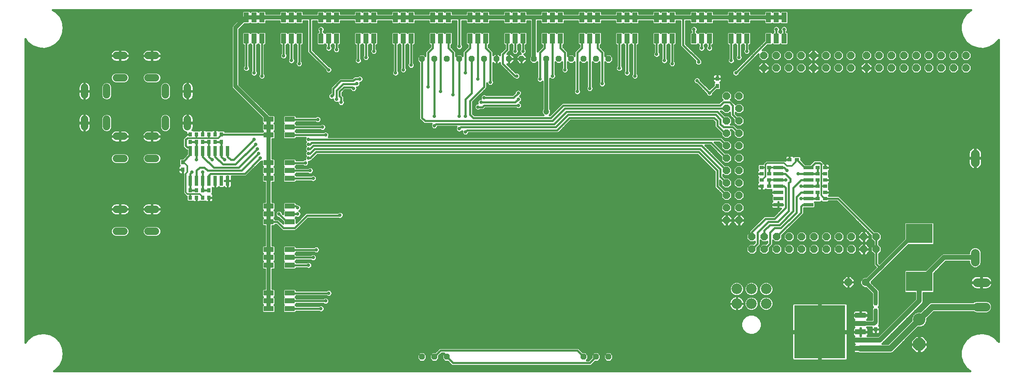
<source format=gtl>
G75*
G70*
%OFA0B0*%
%FSLAX24Y24*%
%IPPOS*%
%LPD*%
%AMOC8*
5,1,8,0,0,1.08239X$1,22.5*
%
%ADD10OC8,0.0591*%
%ADD11OC8,0.0472*%
%ADD12R,0.4098X0.4252*%
%ADD13R,0.0850X0.0420*%
%ADD14C,0.0705*%
%ADD15R,0.0315X0.0354*%
%ADD16C,0.1000*%
%ADD17OC8,0.1000*%
%ADD18OC8,0.0630*%
%ADD19C,0.0630*%
%ADD20R,0.2126X0.1575*%
%ADD21R,0.0394X0.0787*%
%ADD22C,0.0860*%
%ADD23R,0.0354X0.0315*%
%ADD24R,0.0787X0.0394*%
%ADD25C,0.0600*%
%ADD26R,0.0800X0.0260*%
%ADD27R,0.0260X0.0800*%
%ADD28C,0.0160*%
%ADD29C,0.0290*%
%ADD30C,0.0320*%
%ADD31C,0.0400*%
%ADD32C,0.0472*%
%ADD33C,0.0120*%
%ADD34C,0.0500*%
D10*
X056725Y012555D03*
X057725Y012555D03*
X057725Y013555D03*
X056725Y013555D03*
X056725Y014555D03*
X057725Y014555D03*
X057725Y015555D03*
X056725Y015555D03*
X056725Y016555D03*
X057725Y016555D03*
X057725Y017555D03*
X056725Y017555D03*
X056725Y018555D03*
X057725Y018555D03*
X057725Y019555D03*
X056725Y019555D03*
X056725Y020555D03*
X057725Y020555D03*
X057725Y021555D03*
X056725Y021555D03*
X056725Y022555D03*
X057725Y022555D03*
X059719Y024832D03*
X060719Y024832D03*
X061719Y024832D03*
X062719Y024832D03*
X063719Y024832D03*
X064719Y024832D03*
X065719Y024832D03*
X066719Y024832D03*
X067975Y024830D03*
X068975Y024830D03*
X069975Y024830D03*
X070975Y024830D03*
X071975Y024830D03*
X072975Y024830D03*
X073975Y024830D03*
X074975Y024830D03*
X075975Y024830D03*
X075975Y025830D03*
X074975Y025830D03*
X073975Y025830D03*
X072975Y025830D03*
X071975Y025830D03*
X070975Y025830D03*
X069975Y025830D03*
X068975Y025830D03*
X067975Y025830D03*
X066719Y025832D03*
X065719Y025832D03*
X064719Y025832D03*
X063719Y025832D03*
X062719Y025832D03*
X061719Y025832D03*
X060719Y025832D03*
X059719Y025832D03*
X059763Y011218D03*
X060763Y011218D03*
X061763Y011218D03*
X062763Y011218D03*
X063763Y011218D03*
X064763Y011218D03*
X065763Y011218D03*
X066763Y011218D03*
X067763Y011218D03*
X068763Y011218D03*
X068763Y010218D03*
X067763Y010218D03*
X066763Y010218D03*
X065763Y010218D03*
X064763Y010218D03*
X063763Y010218D03*
X062763Y010218D03*
X061763Y010218D03*
X060763Y010218D03*
X059763Y010218D03*
X058763Y010218D03*
X058763Y011218D03*
D11*
X047225Y001555D03*
X046225Y001555D03*
X045225Y001555D03*
X034225Y001555D03*
X033225Y001555D03*
X032225Y001555D03*
X032225Y025555D03*
X033225Y025555D03*
X034225Y025555D03*
X035225Y025555D03*
X036225Y025555D03*
X037225Y025555D03*
X038225Y025555D03*
X039225Y025555D03*
X040225Y025555D03*
X041225Y025555D03*
X042225Y025555D03*
X043225Y025555D03*
X044225Y025555D03*
X045225Y025555D03*
X046225Y025555D03*
X047225Y025555D03*
D12*
X064225Y003555D03*
D13*
X067505Y003555D03*
X067505Y002885D03*
X067505Y002215D03*
X067505Y004225D03*
X067505Y004895D03*
D14*
X076873Y005571D02*
X077578Y005571D01*
X077578Y007539D02*
X076873Y007539D01*
X076725Y009203D02*
X076725Y009908D01*
X076725Y017203D02*
X076725Y017908D01*
D15*
X055975Y023380D03*
X055975Y023980D03*
X016100Y019480D03*
X015600Y019480D03*
X015100Y019480D03*
X014600Y019480D03*
X014100Y019480D03*
X013600Y019480D03*
X013600Y018880D03*
X014100Y018880D03*
X014600Y018880D03*
X015100Y018880D03*
X015600Y018880D03*
X016100Y018880D03*
X012975Y017230D03*
X012975Y016630D03*
X013600Y014980D03*
X014100Y014980D03*
X014600Y014980D03*
X015100Y014980D03*
X015100Y014380D03*
X014600Y014380D03*
X014100Y014380D03*
X013600Y014380D03*
X068725Y005855D03*
X068725Y005255D03*
X068725Y004355D03*
X068725Y003755D03*
D16*
X072225Y004555D03*
D17*
X072225Y002555D03*
D18*
X066525Y007555D03*
D19*
X067925Y007555D03*
D20*
X072225Y007626D03*
X072225Y011484D03*
D21*
X061355Y027205D03*
X060725Y027205D03*
X060095Y027205D03*
X058355Y027205D03*
X057725Y027205D03*
X057095Y027205D03*
X055355Y027205D03*
X054725Y027205D03*
X054095Y027205D03*
X052355Y027205D03*
X051725Y027205D03*
X051095Y027205D03*
X049355Y027205D03*
X048725Y027205D03*
X048095Y027205D03*
X046355Y027205D03*
X045725Y027205D03*
X045095Y027205D03*
X043355Y027205D03*
X042725Y027205D03*
X042095Y027205D03*
X040355Y027205D03*
X039725Y027205D03*
X039095Y027205D03*
X037355Y027205D03*
X036725Y027205D03*
X036095Y027205D03*
X034355Y027205D03*
X033725Y027205D03*
X033095Y027205D03*
X031355Y027205D03*
X030725Y027205D03*
X030095Y027205D03*
X028355Y027205D03*
X027725Y027205D03*
X027095Y027205D03*
X025355Y027205D03*
X024725Y027205D03*
X024095Y027205D03*
X022355Y027205D03*
X021725Y027205D03*
X021095Y027205D03*
X019355Y027205D03*
X018725Y027205D03*
X018095Y027205D03*
X018095Y028885D03*
X018725Y028885D03*
X019355Y028885D03*
X021095Y028885D03*
X021725Y028885D03*
X022355Y028885D03*
X024095Y028885D03*
X024725Y028885D03*
X025355Y028885D03*
X027095Y028885D03*
X027725Y028885D03*
X028355Y028885D03*
X030095Y028885D03*
X030725Y028885D03*
X031355Y028885D03*
X033095Y028885D03*
X033725Y028885D03*
X034355Y028885D03*
X036095Y028885D03*
X036725Y028885D03*
X037355Y028885D03*
X039095Y028885D03*
X039725Y028885D03*
X040355Y028885D03*
X042095Y028885D03*
X042725Y028885D03*
X043355Y028885D03*
X045095Y028885D03*
X045725Y028885D03*
X046355Y028885D03*
X048095Y028885D03*
X048725Y028885D03*
X049355Y028885D03*
X051095Y028885D03*
X051725Y028885D03*
X052355Y028885D03*
X054095Y028885D03*
X054725Y028885D03*
X055355Y028885D03*
X057095Y028885D03*
X057725Y028885D03*
X058355Y028885D03*
X060095Y028885D03*
X060725Y028885D03*
X061355Y028885D03*
D22*
X059906Y007021D03*
X058725Y007021D03*
X057544Y007021D03*
X057544Y005839D03*
X058725Y005839D03*
X059906Y005839D03*
D23*
X064050Y014305D03*
X064650Y014305D03*
X064650Y014805D03*
X064050Y014805D03*
X064050Y015305D03*
X064050Y015805D03*
X064650Y015805D03*
X064650Y015305D03*
X064650Y016305D03*
X064050Y016305D03*
X064050Y016805D03*
X064650Y016805D03*
X062400Y017430D03*
X061800Y017430D03*
X060150Y016805D03*
X059550Y016805D03*
X059550Y016305D03*
X060150Y016305D03*
X060150Y015805D03*
X060150Y015305D03*
X059550Y015305D03*
X059550Y015805D03*
D24*
X021575Y015925D03*
X021575Y016555D03*
X021575Y017185D03*
X019895Y017185D03*
X019895Y016555D03*
X019895Y015925D03*
X019895Y013685D03*
X019895Y013055D03*
X019895Y012425D03*
X021575Y012425D03*
X021575Y013055D03*
X021575Y013685D03*
X021575Y010185D03*
X021575Y009555D03*
X019895Y009555D03*
X019895Y010185D03*
X019895Y008925D03*
X021575Y008925D03*
X021575Y006685D03*
X021575Y006055D03*
X021575Y005425D03*
X019895Y005425D03*
X019895Y006055D03*
X019895Y006685D03*
X019895Y019425D03*
X019895Y020055D03*
X019895Y020685D03*
X021575Y020685D03*
X021575Y020055D03*
X021575Y019425D03*
D25*
X013365Y020100D02*
X013365Y020700D01*
X011585Y020700D02*
X011585Y020100D01*
X010805Y019320D02*
X010205Y019320D01*
X008245Y019320D02*
X007645Y019320D01*
X006865Y020100D02*
X006865Y020700D01*
X005085Y020700D02*
X005085Y020100D01*
X005085Y022660D02*
X005085Y023260D01*
X006865Y023260D02*
X006865Y022660D01*
X007645Y024040D02*
X008245Y024040D01*
X010205Y024040D02*
X010805Y024040D01*
X011585Y023260D02*
X011585Y022660D01*
X013365Y022660D02*
X013365Y023260D01*
X010805Y025820D02*
X010205Y025820D01*
X008245Y025820D02*
X007645Y025820D01*
X007645Y017540D02*
X008245Y017540D01*
X010205Y017540D02*
X010805Y017540D01*
X010805Y013445D02*
X010205Y013445D01*
X008245Y013445D02*
X007645Y013445D01*
X007645Y011665D02*
X008245Y011665D01*
X010205Y011665D02*
X010805Y011665D01*
D26*
X060890Y013805D03*
X060890Y014305D03*
X060890Y014805D03*
X060890Y015305D03*
X060890Y015805D03*
X060890Y016305D03*
X060890Y016805D03*
X063310Y016805D03*
X063310Y016305D03*
X063310Y015805D03*
X063310Y015305D03*
X063310Y014805D03*
X063310Y014305D03*
X063310Y013805D03*
D27*
X016600Y015720D03*
X016100Y015720D03*
X015600Y015720D03*
X015100Y015720D03*
X014600Y015720D03*
X014100Y015720D03*
X013600Y015720D03*
X013600Y018140D03*
X014100Y018140D03*
X014600Y018140D03*
X015100Y018140D03*
X015600Y018140D03*
X016100Y018140D03*
X016600Y018140D03*
D28*
X002772Y000492D02*
X002631Y000410D01*
X076310Y000410D01*
X075993Y000662D01*
X075993Y000662D01*
X075993Y000662D01*
X075711Y001076D01*
X075711Y001076D01*
X075564Y001555D01*
X075564Y002055D01*
X075564Y002055D01*
X075711Y002534D01*
X075993Y002948D01*
X075993Y002948D01*
X076385Y003260D01*
X076851Y003443D01*
X076851Y003443D01*
X077351Y003480D01*
X077351Y003480D01*
X077839Y003369D01*
X077839Y003369D01*
X078272Y003118D01*
X078272Y003118D01*
X078610Y002755D01*
X078610Y027105D01*
X078272Y026742D01*
X078272Y026742D01*
X078272Y026742D01*
X077839Y026491D01*
X077839Y026491D01*
X077351Y026380D01*
X077351Y026380D01*
X076851Y026417D01*
X076851Y026417D01*
X076385Y026600D01*
X076385Y026600D01*
X075993Y026912D01*
X075993Y026912D01*
X075993Y026912D01*
X075711Y027326D01*
X075711Y027326D01*
X075564Y027805D01*
X075564Y028305D01*
X075711Y028784D01*
X075711Y028784D01*
X075993Y029198D01*
X075993Y029198D01*
X075993Y029198D01*
X076384Y029509D01*
X002529Y029509D01*
X002772Y029368D01*
X002772Y029368D01*
X003113Y029001D01*
X003113Y029001D01*
X003330Y028550D01*
X017296Y028550D01*
X017454Y028709D02*
X003254Y028709D01*
X003178Y028867D02*
X017613Y028867D01*
X017758Y029012D02*
X016971Y028225D01*
X016925Y028115D01*
X016925Y023295D01*
X016971Y023185D01*
X017055Y023101D01*
X019361Y020794D01*
X019361Y020430D01*
X019421Y020370D01*
X019361Y020310D01*
X019361Y019800D01*
X019421Y019740D01*
X019381Y019700D01*
X016397Y019700D01*
X016397Y019715D01*
X016315Y019797D01*
X015885Y019797D01*
X015878Y019791D01*
X015868Y019801D01*
X015827Y019825D01*
X015781Y019837D01*
X015600Y019837D01*
X015419Y019837D01*
X015373Y019825D01*
X015332Y019801D01*
X015322Y019791D01*
X015315Y019797D01*
X014885Y019797D01*
X014878Y019791D01*
X014868Y019801D01*
X014827Y019825D01*
X014781Y019837D01*
X014600Y019837D01*
X014419Y019837D01*
X014373Y019825D01*
X014332Y019801D01*
X014322Y019791D01*
X014315Y019797D01*
X013885Y019797D01*
X013878Y019791D01*
X013868Y019801D01*
X013827Y019825D01*
X013781Y019837D01*
X013767Y019837D01*
X013776Y019848D01*
X013810Y019916D01*
X013833Y019988D01*
X013845Y020062D01*
X013845Y020380D01*
X013385Y020380D01*
X013385Y020420D01*
X013345Y020420D01*
X013345Y021180D01*
X013327Y021180D01*
X013253Y021168D01*
X013181Y021145D01*
X013113Y021111D01*
X013052Y021066D01*
X012999Y021013D01*
X012954Y020952D01*
X012920Y020884D01*
X012897Y020812D01*
X012885Y020738D01*
X012885Y020420D01*
X013345Y020420D01*
X013345Y020380D01*
X012885Y020380D01*
X012885Y020062D01*
X012897Y019988D01*
X012920Y019916D01*
X012954Y019848D01*
X012999Y019787D01*
X013052Y019734D01*
X013113Y019689D01*
X013181Y019655D01*
X013253Y019632D01*
X013263Y019630D01*
X013263Y019480D01*
X013263Y019400D01*
X013259Y019400D01*
X013134Y019275D01*
X013005Y019146D01*
X013005Y018464D01*
X013130Y018339D01*
X013259Y018210D01*
X013330Y018210D01*
X013330Y017896D01*
X012981Y017547D01*
X012760Y017547D01*
X012678Y017465D01*
X012678Y016995D01*
X012716Y016956D01*
X012707Y016951D01*
X012673Y016918D01*
X012650Y016877D01*
X012638Y016831D01*
X012638Y016630D01*
X012638Y016429D01*
X012650Y016383D01*
X012673Y016342D01*
X012707Y016309D01*
X012748Y016285D01*
X012794Y016273D01*
X012975Y016273D01*
X013025Y016273D01*
X013025Y014722D01*
X013142Y014605D01*
X013267Y014480D01*
X013303Y014480D01*
X013303Y014145D01*
X013385Y014063D01*
X013815Y014063D01*
X013822Y014069D01*
X013832Y014059D01*
X013873Y014035D01*
X013919Y014023D01*
X014100Y014023D01*
X014281Y014023D01*
X014327Y014035D01*
X014368Y014059D01*
X014378Y014069D01*
X014385Y014063D01*
X014815Y014063D01*
X014822Y014069D01*
X014832Y014059D01*
X014873Y014035D01*
X014919Y014023D01*
X015100Y014023D01*
X015281Y014023D01*
X015327Y014035D01*
X015368Y014059D01*
X015402Y014092D01*
X015425Y014133D01*
X015437Y014179D01*
X015437Y014380D01*
X015437Y014581D01*
X015425Y014627D01*
X015402Y014668D01*
X015368Y014701D01*
X015359Y014706D01*
X015397Y014745D01*
X015397Y015154D01*
X015401Y015152D01*
X015446Y015140D01*
X015600Y015140D01*
X015754Y015140D01*
X015799Y015152D01*
X015841Y015176D01*
X015874Y015209D01*
X015877Y015215D01*
X015912Y015180D01*
X016288Y015180D01*
X016323Y015215D01*
X016326Y015209D01*
X016359Y015176D01*
X016401Y015152D01*
X016446Y015140D01*
X016600Y015140D01*
X016754Y015140D01*
X016799Y015152D01*
X016841Y015176D01*
X016874Y015209D01*
X016898Y015251D01*
X016910Y015296D01*
X016910Y015720D01*
X016910Y016085D01*
X018066Y016085D01*
X019251Y017270D01*
X019282Y017270D01*
X019361Y017303D01*
X019361Y016930D01*
X019421Y016870D01*
X019361Y016810D01*
X019361Y016300D01*
X019421Y016240D01*
X019361Y016180D01*
X019361Y015670D01*
X019443Y015588D01*
X019595Y015588D01*
X019595Y014022D01*
X019443Y014022D01*
X019361Y013940D01*
X019361Y013430D01*
X019421Y013370D01*
X019361Y013310D01*
X019361Y012800D01*
X019421Y012740D01*
X019361Y012680D01*
X019361Y012170D01*
X019443Y012088D01*
X019595Y012088D01*
X019595Y010522D01*
X019443Y010522D01*
X019361Y010440D01*
X019361Y009930D01*
X019421Y009870D01*
X019361Y009810D01*
X019361Y009300D01*
X019421Y009240D01*
X019361Y009180D01*
X019361Y008670D01*
X019443Y008588D01*
X019595Y008588D01*
X019595Y007022D01*
X019443Y007022D01*
X019361Y006940D01*
X019361Y006430D01*
X019421Y006370D01*
X019361Y006310D01*
X019361Y005800D01*
X019421Y005740D01*
X019361Y005680D01*
X019361Y005170D01*
X019443Y005088D01*
X020347Y005088D01*
X020429Y005170D01*
X020429Y005680D01*
X020369Y005740D01*
X020429Y005800D01*
X020429Y006310D01*
X020369Y006370D01*
X020429Y006430D01*
X020429Y006940D01*
X020347Y007022D01*
X020195Y007022D01*
X020195Y008588D01*
X020347Y008588D01*
X020429Y008670D01*
X020429Y009180D01*
X020369Y009240D01*
X020429Y009300D01*
X020429Y009810D01*
X020369Y009870D01*
X020429Y009930D01*
X020429Y010440D01*
X020347Y010522D01*
X020195Y010522D01*
X020195Y012088D01*
X020347Y012088D01*
X020429Y012170D01*
X020429Y012205D01*
X020514Y012205D01*
X021009Y011710D01*
X022066Y011710D01*
X023066Y012710D01*
X025497Y012710D01*
X025576Y012677D01*
X025689Y012677D01*
X025794Y012721D01*
X025874Y012801D01*
X025917Y012906D01*
X025917Y013019D01*
X025874Y013124D01*
X025794Y013204D01*
X025689Y013247D01*
X025576Y013247D01*
X025471Y013204D01*
X025417Y013150D01*
X022884Y013150D01*
X022755Y013021D01*
X022108Y012374D01*
X022108Y012680D01*
X022048Y012740D01*
X022105Y012796D01*
X022168Y012770D01*
X022282Y012770D01*
X022386Y012813D01*
X022467Y012894D01*
X022510Y012998D01*
X022510Y013112D01*
X022467Y013216D01*
X022386Y013297D01*
X022366Y013305D01*
X022386Y013313D01*
X022467Y013394D01*
X022510Y013498D01*
X022510Y013612D01*
X022467Y013716D01*
X022386Y013797D01*
X022282Y013840D01*
X022251Y013840D01*
X022186Y013905D01*
X022108Y013905D01*
X022108Y013940D01*
X022026Y014022D01*
X021123Y014022D01*
X021041Y013940D01*
X021041Y013430D01*
X021101Y013370D01*
X021041Y013310D01*
X021041Y013050D01*
X021010Y013081D01*
X021010Y013112D01*
X020967Y013216D01*
X020886Y013297D01*
X020782Y013340D01*
X020668Y013340D01*
X020564Y013297D01*
X020483Y013216D01*
X020440Y013112D01*
X020440Y012998D01*
X020483Y012894D01*
X020564Y012813D01*
X020668Y012770D01*
X020699Y012770D01*
X021041Y012428D01*
X021041Y012300D01*
X020696Y012645D01*
X020429Y012645D01*
X020429Y012680D01*
X020369Y012740D01*
X020429Y012800D01*
X020429Y013310D01*
X020369Y013370D01*
X020429Y013430D01*
X020429Y013940D01*
X020347Y014022D01*
X020195Y014022D01*
X020195Y015588D01*
X020347Y015588D01*
X020429Y015670D01*
X020429Y016180D01*
X020369Y016240D01*
X020429Y016300D01*
X020429Y016810D01*
X020369Y016870D01*
X020429Y016930D01*
X020429Y017440D01*
X020347Y017522D01*
X020195Y017522D01*
X020195Y019088D01*
X020347Y019088D01*
X020429Y019170D01*
X020429Y019680D01*
X020369Y019740D01*
X020429Y019800D01*
X020429Y020310D01*
X020369Y020370D01*
X020429Y020430D01*
X020429Y020940D01*
X020347Y021022D01*
X019982Y021022D01*
X017525Y023479D01*
X017525Y027931D01*
X017945Y028351D01*
X018350Y028351D01*
X018410Y028411D01*
X018470Y028351D01*
X018980Y028351D01*
X019040Y028411D01*
X019100Y028351D01*
X019610Y028351D01*
X019692Y028433D01*
X019692Y028585D01*
X020758Y028585D01*
X020758Y028433D01*
X020840Y028351D01*
X021350Y028351D01*
X021410Y028411D01*
X021470Y028351D01*
X021980Y028351D01*
X022040Y028411D01*
X022100Y028351D01*
X022610Y028351D01*
X022692Y028433D01*
X022692Y028585D01*
X023005Y028585D01*
X023005Y026089D01*
X023134Y025960D01*
X024440Y024654D01*
X024440Y024623D01*
X024483Y024519D01*
X024564Y024438D01*
X024668Y024395D01*
X024782Y024395D01*
X024886Y024438D01*
X024967Y024519D01*
X025010Y024623D01*
X025010Y024737D01*
X024967Y024841D01*
X024886Y024922D01*
X024782Y024965D01*
X024751Y024965D01*
X023445Y026271D01*
X023445Y028585D01*
X023758Y028585D01*
X023758Y028433D01*
X023840Y028351D01*
X024350Y028351D01*
X024410Y028411D01*
X024470Y028351D01*
X024980Y028351D01*
X025040Y028411D01*
X025100Y028351D01*
X025610Y028351D01*
X025692Y028433D01*
X025692Y028585D01*
X026758Y028585D01*
X026758Y028433D01*
X026840Y028351D01*
X027350Y028351D01*
X027410Y028411D01*
X027470Y028351D01*
X027980Y028351D01*
X028040Y028411D01*
X028100Y028351D01*
X028610Y028351D01*
X028692Y028433D01*
X028692Y028585D01*
X029758Y028585D01*
X029758Y028433D01*
X029840Y028351D01*
X030350Y028351D01*
X030410Y028411D01*
X030470Y028351D01*
X030980Y028351D01*
X031040Y028411D01*
X031100Y028351D01*
X031610Y028351D01*
X031692Y028433D01*
X031692Y028585D01*
X032758Y028585D01*
X032758Y028433D01*
X032840Y028351D01*
X033350Y028351D01*
X033410Y028411D01*
X033470Y028351D01*
X033980Y028351D01*
X034040Y028411D01*
X034100Y028351D01*
X034610Y028351D01*
X034692Y028433D01*
X034692Y028585D01*
X035005Y028585D01*
X035005Y026738D01*
X034983Y026716D01*
X034940Y026612D01*
X034940Y026498D01*
X034983Y026394D01*
X035064Y026313D01*
X035168Y026270D01*
X035282Y026270D01*
X035386Y026313D01*
X035467Y026394D01*
X035510Y026498D01*
X035510Y026612D01*
X035467Y026716D01*
X035445Y026738D01*
X035445Y028585D01*
X035758Y028585D01*
X035758Y028433D01*
X035840Y028351D01*
X036350Y028351D01*
X036410Y028411D01*
X036470Y028351D01*
X036980Y028351D01*
X037040Y028411D01*
X037100Y028351D01*
X037610Y028351D01*
X037692Y028433D01*
X037692Y028585D01*
X038758Y028585D01*
X038758Y028433D01*
X038840Y028351D01*
X039350Y028351D01*
X039410Y028411D01*
X039470Y028351D01*
X039980Y028351D01*
X040040Y028411D01*
X040100Y028351D01*
X040610Y028351D01*
X040692Y028433D01*
X040692Y028585D01*
X040925Y028585D01*
X040925Y025787D01*
X040849Y025711D01*
X040849Y025399D01*
X041069Y025179D01*
X041381Y025179D01*
X041505Y025303D01*
X041505Y024113D01*
X041483Y024091D01*
X041440Y023987D01*
X041440Y023873D01*
X041483Y023769D01*
X041564Y023688D01*
X041668Y023645D01*
X041782Y023645D01*
X041886Y023688D01*
X041925Y023727D01*
X041925Y021537D01*
X041906Y021518D01*
X041849Y021380D01*
X041849Y021230D01*
X041906Y021092D01*
X041973Y021025D01*
X036441Y021025D01*
X036320Y021146D01*
X036320Y022089D01*
X037445Y023214D01*
X037445Y023611D01*
X037483Y023519D01*
X037564Y023438D01*
X037668Y023395D01*
X037782Y023395D01*
X037886Y023438D01*
X037967Y023519D01*
X038010Y023623D01*
X038010Y023737D01*
X037967Y023841D01*
X037945Y023863D01*
X037945Y025246D01*
X038053Y025139D01*
X038225Y025139D01*
X038397Y025139D01*
X038505Y025246D01*
X038505Y025089D01*
X038634Y024960D01*
X039634Y023960D01*
X039667Y023960D01*
X039689Y023938D01*
X039793Y023895D01*
X039907Y023895D01*
X040011Y023938D01*
X040092Y024019D01*
X040135Y024123D01*
X040135Y024237D01*
X040092Y024341D01*
X040011Y024422D01*
X039907Y024465D01*
X039793Y024465D01*
X039763Y024453D01*
X039077Y025139D01*
X039225Y025139D01*
X039397Y025139D01*
X039641Y025383D01*
X039641Y025555D01*
X039225Y025555D01*
X039225Y025555D01*
X039225Y025971D01*
X039077Y025971D01*
X039191Y026085D01*
X039320Y026214D01*
X039320Y026672D01*
X039350Y026672D01*
X039410Y026732D01*
X039470Y026672D01*
X039505Y026672D01*
X039505Y026363D01*
X039483Y026341D01*
X039440Y026237D01*
X039440Y026123D01*
X039483Y026019D01*
X039564Y025938D01*
X039668Y025895D01*
X039782Y025895D01*
X039886Y025938D01*
X039967Y026019D01*
X040010Y026123D01*
X040010Y026237D01*
X039967Y026341D01*
X039945Y026363D01*
X039945Y026672D01*
X039980Y026672D01*
X040040Y026732D01*
X040100Y026672D01*
X040130Y026672D01*
X040130Y026363D01*
X040108Y026341D01*
X040065Y026237D01*
X040065Y026123D01*
X040108Y026019D01*
X040156Y025971D01*
X040053Y025971D01*
X039809Y025727D01*
X039809Y025555D01*
X040225Y025555D01*
X040641Y025555D01*
X040225Y025555D01*
X040225Y025555D01*
X040225Y025139D01*
X040397Y025139D01*
X040641Y025383D01*
X040641Y025555D01*
X040641Y025727D01*
X040454Y025915D01*
X040511Y025938D01*
X040592Y026019D01*
X040635Y026123D01*
X040635Y026237D01*
X040592Y026341D01*
X040570Y026363D01*
X040570Y026672D01*
X040610Y026672D01*
X040692Y026754D01*
X040692Y027657D01*
X040610Y027739D01*
X040100Y027739D01*
X040040Y027679D01*
X039980Y027739D01*
X039470Y027739D01*
X039410Y027679D01*
X039350Y027739D01*
X038840Y027739D01*
X038758Y027657D01*
X038758Y026754D01*
X038840Y026672D01*
X038880Y026672D01*
X038880Y026396D01*
X038505Y026021D01*
X038505Y025864D01*
X038397Y025971D01*
X038225Y025971D01*
X038053Y025971D01*
X037945Y025864D01*
X037945Y026146D01*
X037816Y026275D01*
X037575Y026516D01*
X037575Y026672D01*
X037610Y026672D01*
X037692Y026754D01*
X037692Y027657D01*
X037610Y027739D01*
X037100Y027739D01*
X037040Y027679D01*
X036980Y027739D01*
X036470Y027739D01*
X036410Y027679D01*
X036350Y027739D01*
X035840Y027739D01*
X035758Y027657D01*
X035758Y026754D01*
X035840Y026672D01*
X035875Y026672D01*
X035875Y026516D01*
X035634Y026275D01*
X035505Y026146D01*
X035505Y025807D01*
X035381Y025931D01*
X035069Y025931D01*
X034945Y025807D01*
X034945Y026146D01*
X034816Y026275D01*
X034575Y026516D01*
X034575Y026672D01*
X034610Y026672D01*
X034692Y026754D01*
X034692Y027657D01*
X034610Y027739D01*
X034100Y027739D01*
X034040Y027679D01*
X033980Y027739D01*
X033470Y027739D01*
X033410Y027679D01*
X033350Y027739D01*
X032840Y027739D01*
X032758Y027657D01*
X032758Y026754D01*
X032840Y026672D01*
X032875Y026672D01*
X032875Y026516D01*
X032634Y026275D01*
X032505Y026146D01*
X032505Y025807D01*
X032381Y025931D01*
X032069Y025931D01*
X031849Y025711D01*
X031849Y025399D01*
X032005Y025243D01*
X032005Y020714D01*
X032134Y020585D01*
X032384Y020335D01*
X032981Y020335D01*
X032940Y020237D01*
X032940Y020123D01*
X032983Y020019D01*
X033064Y019938D01*
X033168Y019895D01*
X033282Y019895D01*
X033386Y019938D01*
X033467Y020019D01*
X033494Y020085D01*
X034981Y020085D01*
X034940Y019987D01*
X034940Y019873D01*
X034983Y019769D01*
X035064Y019688D01*
X035168Y019645D01*
X035282Y019645D01*
X035386Y019688D01*
X035444Y019746D01*
X035440Y019737D01*
X035440Y019623D01*
X035483Y019519D01*
X035564Y019438D01*
X035668Y019395D01*
X035782Y019395D01*
X035886Y019438D01*
X035967Y019519D01*
X035994Y019585D01*
X043191Y019585D01*
X043320Y019714D01*
X044191Y020585D01*
X055634Y020585D01*
X055755Y020464D01*
X055755Y020089D01*
X055884Y019960D01*
X056290Y019554D01*
X056290Y019375D01*
X056545Y019120D01*
X056905Y019120D01*
X057160Y019375D01*
X057160Y019735D01*
X057061Y019835D01*
X057134Y019835D01*
X057290Y019679D01*
X057290Y019375D01*
X057545Y019120D01*
X057905Y019120D01*
X058160Y019375D01*
X058160Y019735D01*
X057905Y019990D01*
X057601Y019990D01*
X057445Y020146D01*
X057445Y020146D01*
X057316Y020275D01*
X057061Y020275D01*
X057160Y020375D01*
X057160Y020735D01*
X056905Y020990D01*
X056601Y020990D01*
X056256Y021335D01*
X056329Y021335D01*
X056545Y021120D01*
X056905Y021120D01*
X057005Y021219D01*
X057005Y020964D01*
X057134Y020835D01*
X057290Y020679D01*
X057290Y020375D01*
X057545Y020120D01*
X057905Y020120D01*
X058160Y020375D01*
X058160Y020735D01*
X057905Y020990D01*
X057601Y020990D01*
X057445Y021146D01*
X057445Y021219D01*
X057545Y021120D01*
X057905Y021120D01*
X058160Y021375D01*
X058160Y021735D01*
X057905Y021990D01*
X057545Y021990D01*
X057445Y021891D01*
X057445Y021896D01*
X057195Y022146D01*
X057066Y022275D01*
X057061Y022275D01*
X057160Y022375D01*
X057160Y022735D01*
X056905Y022990D01*
X056545Y022990D01*
X056290Y022735D01*
X056290Y022375D01*
X056389Y022275D01*
X056384Y022275D01*
X056134Y022025D01*
X043509Y022025D01*
X042509Y021025D01*
X042477Y021025D01*
X042544Y021092D01*
X042601Y021230D01*
X042601Y021380D01*
X042544Y021518D01*
X042525Y021537D01*
X042525Y023977D01*
X042564Y023938D01*
X042668Y023895D01*
X042782Y023895D01*
X042886Y023938D01*
X042967Y024019D01*
X043010Y024123D01*
X043010Y024237D01*
X042967Y024341D01*
X042945Y024363D01*
X042945Y025303D01*
X043069Y025179D01*
X043381Y025179D01*
X043505Y025303D01*
X043505Y024863D01*
X043483Y024841D01*
X043440Y024737D01*
X043440Y024623D01*
X043483Y024519D01*
X043564Y024438D01*
X043668Y024395D01*
X043782Y024395D01*
X043886Y024438D01*
X043967Y024519D01*
X044010Y024623D01*
X044010Y024737D01*
X043967Y024841D01*
X043945Y024863D01*
X043945Y025303D01*
X044069Y025179D01*
X044381Y025179D01*
X044505Y025303D01*
X044505Y023113D01*
X044483Y023091D01*
X044440Y022987D01*
X044440Y022873D01*
X044483Y022769D01*
X044564Y022688D01*
X044668Y022645D01*
X044782Y022645D01*
X044886Y022688D01*
X044967Y022769D01*
X045010Y022873D01*
X045010Y022987D01*
X044967Y023091D01*
X044945Y023113D01*
X044945Y025303D01*
X045069Y025179D01*
X045381Y025179D01*
X045505Y025303D01*
X045505Y023363D01*
X045483Y023341D01*
X045440Y023237D01*
X045440Y023123D01*
X045483Y023019D01*
X045564Y022938D01*
X045668Y022895D01*
X045782Y022895D01*
X045886Y022938D01*
X045967Y023019D01*
X046010Y023123D01*
X046010Y023237D01*
X045967Y023341D01*
X045945Y023363D01*
X045945Y025303D01*
X046069Y025179D01*
X046381Y025179D01*
X046505Y025303D01*
X046505Y023738D01*
X046483Y023716D01*
X046440Y023612D01*
X046440Y023498D01*
X046483Y023394D01*
X046564Y023313D01*
X046668Y023270D01*
X046782Y023270D01*
X046886Y023313D01*
X046967Y023394D01*
X047010Y023498D01*
X047010Y023612D01*
X046967Y023716D01*
X046945Y023738D01*
X046945Y025303D01*
X047069Y025179D01*
X047381Y025179D01*
X047601Y025399D01*
X047601Y025711D01*
X047381Y025931D01*
X047069Y025931D01*
X046945Y025807D01*
X046945Y026146D01*
X046816Y026275D01*
X046575Y026516D01*
X046575Y026672D01*
X046610Y026672D01*
X046692Y026754D01*
X046692Y027657D01*
X046610Y027739D01*
X046100Y027739D01*
X046040Y027679D01*
X045980Y027739D01*
X045470Y027739D01*
X045410Y027679D01*
X045350Y027739D01*
X044840Y027739D01*
X044758Y027657D01*
X044758Y026754D01*
X044840Y026672D01*
X044875Y026672D01*
X044875Y026516D01*
X044634Y026275D01*
X044505Y026146D01*
X044505Y025807D01*
X044381Y025931D01*
X044069Y025931D01*
X043945Y025807D01*
X043945Y026146D01*
X043816Y026275D01*
X043575Y026516D01*
X043575Y026672D01*
X043610Y026672D01*
X043692Y026754D01*
X043692Y027657D01*
X043610Y027739D01*
X043100Y027739D01*
X043040Y027679D01*
X042980Y027739D01*
X042470Y027739D01*
X042410Y027679D01*
X042350Y027739D01*
X041840Y027739D01*
X041758Y027657D01*
X041758Y026754D01*
X041840Y026672D01*
X041875Y026672D01*
X041875Y026516D01*
X041634Y026275D01*
X041525Y026166D01*
X041525Y028585D01*
X041758Y028585D01*
X041758Y028433D01*
X041840Y028351D01*
X042350Y028351D01*
X042410Y028411D01*
X042470Y028351D01*
X042980Y028351D01*
X043040Y028411D01*
X043100Y028351D01*
X043610Y028351D01*
X043692Y028433D01*
X043692Y028585D01*
X044758Y028585D01*
X044758Y028433D01*
X044840Y028351D01*
X045350Y028351D01*
X045410Y028411D01*
X045470Y028351D01*
X045980Y028351D01*
X046040Y028411D01*
X046100Y028351D01*
X046610Y028351D01*
X046692Y028433D01*
X046692Y028585D01*
X047758Y028585D01*
X047758Y028433D01*
X047840Y028351D01*
X048350Y028351D01*
X048410Y028411D01*
X048470Y028351D01*
X048980Y028351D01*
X049040Y028411D01*
X049100Y028351D01*
X049610Y028351D01*
X049692Y028433D01*
X049692Y028585D01*
X050758Y028585D01*
X050758Y028433D01*
X050840Y028351D01*
X051350Y028351D01*
X051410Y028411D01*
X051470Y028351D01*
X051980Y028351D01*
X052040Y028411D01*
X052100Y028351D01*
X052610Y028351D01*
X052692Y028433D01*
X052692Y028585D01*
X053005Y028585D01*
X053005Y026589D01*
X053134Y026460D01*
X054202Y025392D01*
X054190Y025362D01*
X054190Y025248D01*
X054233Y025144D01*
X054314Y025063D01*
X052610Y025063D01*
X052592Y025019D02*
X052635Y025123D01*
X052635Y025237D01*
X052592Y025341D01*
X052570Y025363D01*
X052570Y026672D01*
X052610Y026672D01*
X052692Y026754D01*
X052692Y027657D01*
X052610Y027739D01*
X052100Y027739D01*
X052040Y027679D01*
X051980Y027739D01*
X051470Y027739D01*
X051410Y027679D01*
X051350Y027739D01*
X050840Y027739D01*
X050758Y027657D01*
X050758Y026754D01*
X050840Y026672D01*
X050880Y026672D01*
X050880Y026113D01*
X050858Y026091D01*
X050815Y025987D01*
X050815Y025873D01*
X050858Y025769D01*
X050939Y025688D01*
X051043Y025645D01*
X051157Y025645D01*
X051261Y025688D01*
X051342Y025769D01*
X051385Y025873D01*
X051385Y025987D01*
X051342Y026091D01*
X051320Y026113D01*
X051320Y026672D01*
X051350Y026672D01*
X051410Y026732D01*
X051470Y026672D01*
X051505Y026672D01*
X051505Y025613D01*
X051483Y025591D01*
X051440Y025487D01*
X051440Y025373D01*
X051483Y025269D01*
X051564Y025188D01*
X051668Y025145D01*
X051782Y025145D01*
X051886Y025188D01*
X051967Y025269D01*
X052010Y025373D01*
X052010Y025487D01*
X051967Y025591D01*
X051945Y025613D01*
X051945Y026672D01*
X051980Y026672D01*
X052040Y026732D01*
X052100Y026672D01*
X052130Y026672D01*
X052130Y025363D01*
X052108Y025341D01*
X052065Y025237D01*
X052065Y025123D01*
X052108Y025019D01*
X052189Y024938D01*
X052293Y024895D01*
X052407Y024895D01*
X052511Y024938D01*
X052592Y025019D01*
X052430Y024905D02*
X057638Y024905D01*
X057797Y025063D02*
X054636Y025063D01*
X054717Y025144D01*
X054760Y025248D01*
X054760Y025362D01*
X054717Y025466D01*
X054695Y025488D01*
X054695Y025521D01*
X053445Y026771D01*
X053445Y028585D01*
X053758Y028585D01*
X053758Y028433D01*
X053840Y028351D01*
X054350Y028351D01*
X054410Y028411D01*
X054470Y028351D01*
X054980Y028351D01*
X055040Y028411D01*
X055100Y028351D01*
X055610Y028351D01*
X055692Y028433D01*
X055692Y028585D01*
X056758Y028585D01*
X056758Y028433D01*
X056840Y028351D01*
X057350Y028351D01*
X057410Y028411D01*
X057470Y028351D01*
X057980Y028351D01*
X058040Y028411D01*
X058100Y028351D01*
X058610Y028351D01*
X058692Y028433D01*
X058692Y028585D01*
X059758Y028585D01*
X059758Y028433D01*
X059840Y028351D01*
X060350Y028351D01*
X060410Y028411D01*
X060470Y028351D01*
X060980Y028351D01*
X061040Y028411D01*
X061100Y028351D01*
X061610Y028351D01*
X061692Y028433D01*
X061692Y029337D01*
X061610Y029419D01*
X061100Y029419D01*
X061040Y029359D01*
X060980Y029419D01*
X060470Y029419D01*
X060410Y029359D01*
X060350Y029419D01*
X059840Y029419D01*
X059758Y029337D01*
X059758Y029185D01*
X058692Y029185D01*
X058692Y029337D01*
X058610Y029419D01*
X058100Y029419D01*
X058040Y029359D01*
X057980Y029419D01*
X057470Y029419D01*
X057410Y029359D01*
X057350Y029419D01*
X056840Y029419D01*
X056758Y029337D01*
X056758Y029185D01*
X055692Y029185D01*
X055692Y029337D01*
X055610Y029419D01*
X055100Y029419D01*
X055040Y029359D01*
X054980Y029419D01*
X054470Y029419D01*
X054410Y029359D01*
X054350Y029419D01*
X053840Y029419D01*
X053758Y029337D01*
X053758Y029185D01*
X052692Y029185D01*
X052692Y029337D01*
X052610Y029419D01*
X052100Y029419D01*
X052040Y029359D01*
X051980Y029419D01*
X051470Y029419D01*
X051410Y029359D01*
X051350Y029419D01*
X050840Y029419D01*
X050758Y029337D01*
X050758Y029185D01*
X049692Y029185D01*
X049692Y029337D01*
X049610Y029419D01*
X049100Y029419D01*
X049040Y029359D01*
X048980Y029419D01*
X048470Y029419D01*
X048410Y029359D01*
X048350Y029419D01*
X047840Y029419D01*
X047758Y029337D01*
X047758Y029185D01*
X046692Y029185D01*
X046692Y029337D01*
X046610Y029419D01*
X046100Y029419D01*
X046040Y029359D01*
X045980Y029419D01*
X045470Y029419D01*
X045410Y029359D01*
X045350Y029419D01*
X044840Y029419D01*
X044758Y029337D01*
X044758Y029185D01*
X043692Y029185D01*
X043692Y029337D01*
X043610Y029419D01*
X043100Y029419D01*
X043040Y029359D01*
X042980Y029419D01*
X042470Y029419D01*
X042410Y029359D01*
X042350Y029419D01*
X041840Y029419D01*
X041758Y029337D01*
X041758Y029185D01*
X040692Y029185D01*
X040692Y029337D01*
X040610Y029419D01*
X040100Y029419D01*
X040040Y029359D01*
X039980Y029419D01*
X039470Y029419D01*
X039410Y029359D01*
X039350Y029419D01*
X038840Y029419D01*
X038758Y029337D01*
X038758Y029185D01*
X037692Y029185D01*
X037692Y029337D01*
X037610Y029419D01*
X037100Y029419D01*
X037040Y029359D01*
X036980Y029419D01*
X036470Y029419D01*
X036410Y029359D01*
X036350Y029419D01*
X035840Y029419D01*
X035758Y029337D01*
X035758Y029185D01*
X034692Y029185D01*
X034692Y029337D01*
X034610Y029419D01*
X034100Y029419D01*
X034040Y029359D01*
X033980Y029419D01*
X033470Y029419D01*
X033410Y029359D01*
X033350Y029419D01*
X032840Y029419D01*
X032758Y029337D01*
X032758Y029185D01*
X031692Y029185D01*
X031692Y029337D01*
X031610Y029419D01*
X031100Y029419D01*
X031040Y029359D01*
X030980Y029419D01*
X030470Y029419D01*
X030410Y029359D01*
X030350Y029419D01*
X029840Y029419D01*
X029758Y029337D01*
X029758Y029185D01*
X028692Y029185D01*
X028692Y029337D01*
X028610Y029419D01*
X028100Y029419D01*
X028040Y029359D01*
X027980Y029419D01*
X027470Y029419D01*
X027410Y029359D01*
X027350Y029419D01*
X026840Y029419D01*
X026758Y029337D01*
X026758Y029185D01*
X025692Y029185D01*
X025692Y029337D01*
X025610Y029419D01*
X025100Y029419D01*
X025040Y029359D01*
X024980Y029419D01*
X024470Y029419D01*
X024410Y029359D01*
X024350Y029419D01*
X023840Y029419D01*
X023758Y029337D01*
X023758Y029185D01*
X022692Y029185D01*
X022692Y029337D01*
X022610Y029419D01*
X022100Y029419D01*
X022040Y029359D01*
X021980Y029419D01*
X021470Y029419D01*
X021410Y029359D01*
X021350Y029419D01*
X020840Y029419D01*
X020758Y029337D01*
X020758Y029185D01*
X019692Y029185D01*
X019692Y029337D01*
X019610Y029419D01*
X019100Y029419D01*
X019040Y029359D01*
X018980Y029419D01*
X018470Y029419D01*
X018410Y029359D01*
X018350Y029419D01*
X017840Y029419D01*
X017758Y029337D01*
X017758Y029012D01*
X017758Y029026D02*
X003091Y029026D01*
X002944Y029184D02*
X017758Y029184D01*
X017764Y029343D02*
X002797Y029343D01*
X002543Y029501D02*
X076374Y029501D01*
X076175Y029343D02*
X061686Y029343D01*
X061692Y029184D02*
X075984Y029184D01*
X075876Y029026D02*
X061692Y029026D01*
X061692Y028867D02*
X075768Y028867D01*
X075688Y028709D02*
X061692Y028709D01*
X061692Y028550D02*
X075639Y028550D01*
X075590Y028392D02*
X061650Y028392D01*
X061511Y028172D02*
X061407Y028215D01*
X061293Y028215D01*
X061189Y028172D01*
X061108Y028091D01*
X061065Y027987D01*
X061065Y027873D01*
X061108Y027769D01*
X061130Y027747D01*
X061130Y027739D01*
X061100Y027739D01*
X061040Y027679D01*
X060980Y027739D01*
X060945Y027739D01*
X060945Y027747D01*
X060967Y027769D01*
X061010Y027873D01*
X061010Y027987D01*
X060967Y028091D01*
X060886Y028172D01*
X060782Y028215D01*
X060668Y028215D01*
X060564Y028172D01*
X060483Y028091D01*
X060440Y027987D01*
X060440Y027873D01*
X060483Y027769D01*
X060505Y027747D01*
X060505Y027739D01*
X060470Y027739D01*
X060410Y027679D01*
X060350Y027739D01*
X059840Y027739D01*
X059758Y027657D01*
X059758Y027024D01*
X057449Y024715D01*
X057418Y024715D01*
X057314Y024672D01*
X057233Y024591D01*
X057190Y024487D01*
X057190Y024373D01*
X057233Y024269D01*
X057314Y024188D01*
X057418Y024145D01*
X057532Y024145D01*
X057636Y024188D01*
X057717Y024269D01*
X057760Y024373D01*
X057760Y024404D01*
X059284Y025928D01*
X059284Y025652D01*
X059539Y025397D01*
X059899Y025397D01*
X060154Y025652D01*
X060154Y026012D01*
X059899Y026267D01*
X059623Y026267D01*
X060028Y026672D01*
X060350Y026672D01*
X060410Y026732D01*
X060470Y026672D01*
X060980Y026672D01*
X061040Y026732D01*
X061100Y026672D01*
X061610Y026672D01*
X061692Y026754D01*
X061692Y027657D01*
X061610Y027739D01*
X061570Y027739D01*
X061570Y027747D01*
X061592Y027769D01*
X061635Y027873D01*
X061635Y027987D01*
X061592Y028091D01*
X061511Y028172D01*
X061599Y028075D02*
X075564Y028075D01*
X075564Y028233D02*
X053445Y028233D01*
X053445Y028075D02*
X053851Y028075D01*
X053858Y028091D02*
X053815Y027987D01*
X053815Y027873D01*
X053858Y027769D01*
X053880Y027747D01*
X053880Y027739D01*
X053840Y027739D01*
X053758Y027657D01*
X053758Y026754D01*
X053840Y026672D01*
X054350Y026672D01*
X054410Y026732D01*
X054470Y026672D01*
X054505Y026672D01*
X054505Y026613D01*
X054483Y026591D01*
X054440Y026487D01*
X054440Y026373D01*
X054483Y026269D01*
X054564Y026188D01*
X054668Y026145D01*
X054782Y026145D01*
X054886Y026188D01*
X054967Y026269D01*
X055010Y026373D01*
X055010Y026487D01*
X054967Y026591D01*
X054945Y026613D01*
X054945Y026672D01*
X054980Y026672D01*
X055040Y026732D01*
X055100Y026672D01*
X055130Y026672D01*
X055130Y026613D01*
X055108Y026591D01*
X055065Y026487D01*
X055065Y026373D01*
X055108Y026269D01*
X055189Y026188D01*
X055293Y026145D01*
X055407Y026145D01*
X055511Y026188D01*
X055592Y026269D01*
X055635Y026373D01*
X055635Y026487D01*
X055592Y026591D01*
X055570Y026613D01*
X055570Y026672D01*
X055610Y026672D01*
X055692Y026754D01*
X055692Y027657D01*
X055610Y027739D01*
X055100Y027739D01*
X055040Y027679D01*
X054980Y027739D01*
X054470Y027739D01*
X054410Y027679D01*
X054350Y027739D01*
X054320Y027739D01*
X054320Y027747D01*
X054342Y027769D01*
X054385Y027873D01*
X054385Y027987D01*
X054342Y028091D01*
X054261Y028172D01*
X054157Y028215D01*
X054043Y028215D01*
X053939Y028172D01*
X053858Y028091D01*
X053815Y027916D02*
X053445Y027916D01*
X053445Y027758D02*
X053869Y027758D01*
X053758Y027599D02*
X053445Y027599D01*
X053445Y027441D02*
X053758Y027441D01*
X053758Y027282D02*
X053445Y027282D01*
X053445Y027124D02*
X053758Y027124D01*
X053758Y026965D02*
X053445Y026965D01*
X053445Y026807D02*
X053758Y026807D01*
X053568Y026648D02*
X054505Y026648D01*
X054441Y026490D02*
X053727Y026490D01*
X053885Y026331D02*
X054458Y026331D01*
X054602Y026173D02*
X054044Y026173D01*
X054202Y026014D02*
X056880Y026014D01*
X056880Y025856D02*
X054361Y025856D01*
X054519Y025697D02*
X056880Y025697D01*
X056880Y025613D02*
X056858Y025591D01*
X056815Y025487D01*
X056815Y025373D01*
X056858Y025269D01*
X056939Y025188D01*
X057043Y025145D01*
X057157Y025145D01*
X057261Y025188D01*
X057342Y025269D01*
X057385Y025373D01*
X057385Y025487D01*
X057342Y025591D01*
X057320Y025613D01*
X057320Y026672D01*
X057350Y026672D01*
X057410Y026732D01*
X057470Y026672D01*
X057505Y026672D01*
X057505Y025863D01*
X057483Y025841D01*
X057440Y025737D01*
X057440Y025623D01*
X057483Y025519D01*
X057564Y025438D01*
X057668Y025395D01*
X057782Y025395D01*
X057886Y025438D01*
X057967Y025519D01*
X058010Y025623D01*
X058010Y025737D01*
X057967Y025841D01*
X057945Y025863D01*
X057945Y026672D01*
X057980Y026672D01*
X058040Y026732D01*
X058100Y026672D01*
X058130Y026672D01*
X058130Y026363D01*
X058108Y026341D01*
X058065Y026237D01*
X058065Y026123D01*
X058108Y026019D01*
X058189Y025938D01*
X058293Y025895D01*
X058407Y025895D01*
X058511Y025938D01*
X058592Y026019D01*
X058635Y026123D01*
X058635Y026237D01*
X058592Y026341D01*
X058570Y026363D01*
X058570Y026672D01*
X058610Y026672D01*
X058692Y026754D01*
X058692Y027657D01*
X058610Y027739D01*
X058100Y027739D01*
X058040Y027679D01*
X057980Y027739D01*
X057470Y027739D01*
X057410Y027679D01*
X057350Y027739D01*
X056840Y027739D01*
X056758Y027657D01*
X056758Y026754D01*
X056840Y026672D01*
X056880Y026672D01*
X056880Y025613D01*
X056836Y025539D02*
X054678Y025539D01*
X054752Y025380D02*
X056815Y025380D01*
X056905Y025222D02*
X054749Y025222D01*
X054636Y025063D02*
X054532Y025020D01*
X054418Y025020D01*
X054314Y025063D01*
X054201Y025222D02*
X052635Y025222D01*
X052570Y025380D02*
X054198Y025380D01*
X054055Y025539D02*
X052570Y025539D01*
X052570Y025697D02*
X053897Y025697D01*
X053738Y025856D02*
X052570Y025856D01*
X052570Y026014D02*
X053580Y026014D01*
X053421Y026173D02*
X052570Y026173D01*
X052570Y026331D02*
X053263Y026331D01*
X053104Y026490D02*
X052570Y026490D01*
X052570Y026648D02*
X053005Y026648D01*
X053005Y026807D02*
X052692Y026807D01*
X052692Y026965D02*
X053005Y026965D01*
X053005Y027124D02*
X052692Y027124D01*
X052692Y027282D02*
X053005Y027282D01*
X053005Y027441D02*
X052692Y027441D01*
X052692Y027599D02*
X053005Y027599D01*
X053005Y027758D02*
X041525Y027758D01*
X041525Y027916D02*
X053005Y027916D01*
X053005Y028075D02*
X041525Y028075D01*
X041525Y028233D02*
X053005Y028233D01*
X053005Y028392D02*
X052650Y028392D01*
X052692Y028550D02*
X053005Y028550D01*
X053225Y028760D02*
X053100Y028885D01*
X053225Y028760D02*
X053225Y026680D01*
X054475Y025430D01*
X054475Y025305D01*
X052350Y025180D02*
X052350Y027200D01*
X052355Y027205D01*
X051725Y027205D02*
X051725Y025430D01*
X051989Y025539D02*
X052130Y025539D01*
X052130Y025697D02*
X051945Y025697D01*
X051945Y025856D02*
X052130Y025856D01*
X052130Y026014D02*
X051945Y026014D01*
X051945Y026173D02*
X052130Y026173D01*
X052130Y026331D02*
X051945Y026331D01*
X051945Y026490D02*
X052130Y026490D01*
X052130Y026648D02*
X051945Y026648D01*
X051505Y026648D02*
X051320Y026648D01*
X051320Y026490D02*
X051505Y026490D01*
X051505Y026331D02*
X051320Y026331D01*
X051320Y026173D02*
X051505Y026173D01*
X051505Y026014D02*
X051374Y026014D01*
X051378Y025856D02*
X051505Y025856D01*
X051505Y025697D02*
X051270Y025697D01*
X051461Y025539D02*
X049570Y025539D01*
X049570Y025697D02*
X050930Y025697D01*
X050822Y025856D02*
X049570Y025856D01*
X049570Y026014D02*
X050826Y026014D01*
X050880Y026173D02*
X049570Y026173D01*
X049570Y026331D02*
X050880Y026331D01*
X050880Y026490D02*
X049570Y026490D01*
X049570Y026648D02*
X050880Y026648D01*
X050758Y026807D02*
X049692Y026807D01*
X049692Y026754D02*
X049692Y027657D01*
X049610Y027739D01*
X049100Y027739D01*
X049040Y027679D01*
X048980Y027739D01*
X048470Y027739D01*
X048410Y027679D01*
X048350Y027739D01*
X047840Y027739D01*
X047758Y027657D01*
X047758Y026754D01*
X047840Y026672D01*
X047880Y026672D01*
X047880Y024988D01*
X047858Y024966D01*
X047815Y024862D01*
X047815Y024748D01*
X047858Y024644D01*
X047939Y024563D01*
X048043Y024520D01*
X048157Y024520D01*
X048261Y024563D01*
X048342Y024644D01*
X048385Y024748D01*
X048385Y024862D01*
X048342Y024966D01*
X048320Y024988D01*
X048320Y026672D01*
X048350Y026672D01*
X048410Y026732D01*
X048470Y026672D01*
X048505Y026672D01*
X048505Y024613D01*
X048483Y024591D01*
X048440Y024487D01*
X048440Y024373D01*
X048483Y024269D01*
X048564Y024188D01*
X048668Y024145D01*
X048782Y024145D01*
X048886Y024188D01*
X048967Y024269D01*
X049010Y024373D01*
X049010Y024487D01*
X048967Y024591D01*
X048945Y024613D01*
X048945Y026672D01*
X048980Y026672D01*
X049040Y026732D01*
X049100Y026672D01*
X049130Y026672D01*
X049130Y024363D01*
X049108Y024341D01*
X049065Y024237D01*
X049065Y024123D01*
X049108Y024019D01*
X049189Y023938D01*
X049293Y023895D01*
X049407Y023895D01*
X049511Y023938D01*
X049592Y024019D01*
X049635Y024123D01*
X049635Y024237D01*
X049592Y024341D01*
X049570Y024363D01*
X049570Y026672D01*
X049610Y026672D01*
X049692Y026754D01*
X049692Y026965D02*
X050758Y026965D01*
X050758Y027124D02*
X049692Y027124D01*
X049692Y027282D02*
X050758Y027282D01*
X050758Y027441D02*
X049692Y027441D01*
X049692Y027599D02*
X050758Y027599D01*
X051095Y027205D02*
X051100Y027200D01*
X051100Y025930D01*
X051440Y025380D02*
X049570Y025380D01*
X049570Y025222D02*
X051530Y025222D01*
X051920Y025222D02*
X052065Y025222D01*
X052090Y025063D02*
X049570Y025063D01*
X049570Y024905D02*
X052270Y024905D01*
X052130Y025380D02*
X052010Y025380D01*
X049570Y024746D02*
X057480Y024746D01*
X057232Y024588D02*
X049570Y024588D01*
X049570Y024429D02*
X057190Y024429D01*
X057233Y024271D02*
X056274Y024271D01*
X056277Y024268D02*
X056243Y024301D01*
X056202Y024325D01*
X056156Y024337D01*
X055975Y024337D01*
X055794Y024337D01*
X055748Y024325D01*
X055707Y024301D01*
X055673Y024268D01*
X055650Y024227D01*
X055638Y024181D01*
X055638Y023980D01*
X055638Y023779D01*
X055650Y023733D01*
X055673Y023692D01*
X055707Y023659D01*
X055716Y023654D01*
X055678Y023615D01*
X055678Y023444D01*
X055350Y023116D01*
X054635Y023831D01*
X054635Y023862D01*
X054592Y023966D01*
X054511Y024047D01*
X054407Y024090D01*
X054293Y024090D01*
X054189Y024047D01*
X054108Y023966D01*
X054065Y023862D01*
X054065Y023748D01*
X054108Y023644D01*
X054189Y023563D01*
X054293Y023520D01*
X054324Y023520D01*
X055065Y022779D01*
X055065Y022748D01*
X055108Y022644D01*
X055189Y022563D01*
X055293Y022520D01*
X055407Y022520D01*
X055511Y022563D01*
X055592Y022644D01*
X055635Y022748D01*
X055635Y022779D01*
X055919Y023063D01*
X056190Y023063D01*
X056272Y023145D01*
X056272Y023615D01*
X056234Y023654D01*
X056243Y023659D01*
X056277Y023692D01*
X056300Y023733D01*
X056312Y023779D01*
X056312Y023980D01*
X056312Y024181D01*
X056300Y024227D01*
X056277Y024268D01*
X056312Y024112D02*
X078610Y024112D01*
X078610Y023954D02*
X056312Y023954D01*
X056312Y023980D02*
X055975Y023980D01*
X055975Y023980D01*
X055975Y024337D01*
X055975Y023980D01*
X056312Y023980D01*
X056312Y023795D02*
X078610Y023795D01*
X078610Y023637D02*
X056251Y023637D01*
X056272Y023478D02*
X078610Y023478D01*
X078610Y023320D02*
X056272Y023320D01*
X056272Y023161D02*
X078610Y023161D01*
X078610Y023003D02*
X055859Y023003D01*
X055700Y022844D02*
X056398Y022844D01*
X056290Y022686D02*
X055609Y022686D01*
X055424Y022527D02*
X056290Y022527D01*
X056296Y022369D02*
X042525Y022369D01*
X042525Y022527D02*
X055276Y022527D01*
X055091Y022686D02*
X044880Y022686D01*
X044998Y022844D02*
X055000Y022844D01*
X054841Y023003D02*
X045951Y023003D01*
X046010Y023161D02*
X054683Y023161D01*
X054524Y023320D02*
X046893Y023320D01*
X047002Y023478D02*
X054366Y023478D01*
X054115Y023637D02*
X047000Y023637D01*
X046945Y023795D02*
X054065Y023795D01*
X054103Y023954D02*
X049527Y023954D01*
X049630Y024112D02*
X055638Y024112D01*
X055638Y023980D02*
X055975Y023980D01*
X055975Y023980D01*
X055975Y023980D01*
X055638Y023980D01*
X055638Y023954D02*
X054597Y023954D01*
X054671Y023795D02*
X055638Y023795D01*
X055699Y023637D02*
X054830Y023637D01*
X054988Y023478D02*
X055678Y023478D01*
X055553Y023320D02*
X055147Y023320D01*
X055305Y023161D02*
X055395Y023161D01*
X055350Y022805D02*
X055925Y023380D01*
X055975Y023380D01*
X055975Y024112D02*
X055975Y024112D01*
X055975Y024271D02*
X055975Y024271D01*
X055676Y024271D02*
X049621Y024271D01*
X049350Y024180D02*
X049350Y027200D01*
X049355Y027205D01*
X048725Y027205D02*
X048725Y024430D01*
X049010Y024429D02*
X049130Y024429D01*
X049130Y024588D02*
X048968Y024588D01*
X048945Y024746D02*
X049130Y024746D01*
X049130Y024905D02*
X048945Y024905D01*
X048945Y025063D02*
X049130Y025063D01*
X049130Y025222D02*
X048945Y025222D01*
X048945Y025380D02*
X049130Y025380D01*
X049130Y025539D02*
X048945Y025539D01*
X048945Y025697D02*
X049130Y025697D01*
X049130Y025856D02*
X048945Y025856D01*
X048945Y026014D02*
X049130Y026014D01*
X049130Y026173D02*
X048945Y026173D01*
X048945Y026331D02*
X049130Y026331D01*
X049130Y026490D02*
X048945Y026490D01*
X048945Y026648D02*
X049130Y026648D01*
X048505Y026648D02*
X048320Y026648D01*
X048320Y026490D02*
X048505Y026490D01*
X048505Y026331D02*
X048320Y026331D01*
X048320Y026173D02*
X048505Y026173D01*
X048505Y026014D02*
X048320Y026014D01*
X048320Y025856D02*
X048505Y025856D01*
X048505Y025697D02*
X048320Y025697D01*
X048320Y025539D02*
X048505Y025539D01*
X048505Y025380D02*
X048320Y025380D01*
X048320Y025222D02*
X048505Y025222D01*
X048505Y025063D02*
X048320Y025063D01*
X048367Y024905D02*
X048505Y024905D01*
X048505Y024746D02*
X048384Y024746D01*
X048286Y024588D02*
X048482Y024588D01*
X048440Y024429D02*
X046945Y024429D01*
X046945Y024271D02*
X048483Y024271D01*
X048967Y024271D02*
X049079Y024271D01*
X049070Y024112D02*
X046945Y024112D01*
X046945Y023954D02*
X049173Y023954D01*
X047914Y024588D02*
X046945Y024588D01*
X046945Y024746D02*
X047816Y024746D01*
X047833Y024905D02*
X046945Y024905D01*
X046945Y025063D02*
X047880Y025063D01*
X047880Y025222D02*
X047424Y025222D01*
X047582Y025380D02*
X047880Y025380D01*
X047880Y025539D02*
X047601Y025539D01*
X047601Y025697D02*
X047880Y025697D01*
X047880Y025856D02*
X047457Y025856D01*
X047880Y026014D02*
X046945Y026014D01*
X046945Y025856D02*
X046993Y025856D01*
X046919Y026173D02*
X047880Y026173D01*
X047880Y026331D02*
X046760Y026331D01*
X046602Y026490D02*
X047880Y026490D01*
X047880Y026648D02*
X046575Y026648D01*
X046692Y026807D02*
X047758Y026807D01*
X047758Y026965D02*
X046692Y026965D01*
X046692Y027124D02*
X047758Y027124D01*
X047758Y027282D02*
X046692Y027282D01*
X046692Y027441D02*
X047758Y027441D01*
X047758Y027599D02*
X046692Y027599D01*
X046355Y027205D02*
X046355Y026425D01*
X046725Y026055D01*
X046725Y023555D01*
X046450Y023637D02*
X045945Y023637D01*
X045945Y023795D02*
X046505Y023795D01*
X046505Y023954D02*
X045945Y023954D01*
X045945Y024112D02*
X046505Y024112D01*
X046505Y024271D02*
X045945Y024271D01*
X045945Y024429D02*
X046505Y024429D01*
X046505Y024588D02*
X045945Y024588D01*
X045945Y024746D02*
X046505Y024746D01*
X046505Y024905D02*
X045945Y024905D01*
X045945Y025063D02*
X046505Y025063D01*
X046505Y025222D02*
X046424Y025222D01*
X046026Y025222D02*
X045945Y025222D01*
X045505Y025222D02*
X045424Y025222D01*
X045505Y025063D02*
X044945Y025063D01*
X044945Y024905D02*
X045505Y024905D01*
X045505Y024746D02*
X044945Y024746D01*
X044945Y024588D02*
X045505Y024588D01*
X045505Y024429D02*
X044945Y024429D01*
X044945Y024271D02*
X045505Y024271D01*
X045505Y024112D02*
X044945Y024112D01*
X044945Y023954D02*
X045505Y023954D01*
X045505Y023795D02*
X044945Y023795D01*
X044945Y023637D02*
X045505Y023637D01*
X045505Y023478D02*
X044945Y023478D01*
X044945Y023320D02*
X045474Y023320D01*
X045440Y023161D02*
X044945Y023161D01*
X045003Y023003D02*
X045499Y023003D01*
X045725Y023180D02*
X045725Y027205D01*
X045095Y027205D02*
X045095Y026425D01*
X044725Y026055D01*
X044725Y022930D01*
X044452Y022844D02*
X042525Y022844D01*
X042525Y022686D02*
X044570Y022686D01*
X044447Y023003D02*
X042525Y023003D01*
X042525Y023161D02*
X044505Y023161D01*
X044505Y023320D02*
X042525Y023320D01*
X042525Y023478D02*
X044505Y023478D01*
X044505Y023637D02*
X042525Y023637D01*
X042525Y023795D02*
X044505Y023795D01*
X044505Y023954D02*
X042902Y023954D01*
X043005Y024112D02*
X044505Y024112D01*
X044505Y024271D02*
X042996Y024271D01*
X042945Y024429D02*
X043586Y024429D01*
X043455Y024588D02*
X042945Y024588D01*
X042945Y024746D02*
X043444Y024746D01*
X043505Y024905D02*
X042945Y024905D01*
X042945Y025063D02*
X043505Y025063D01*
X043505Y025222D02*
X043424Y025222D01*
X043026Y025222D02*
X042945Y025222D01*
X043945Y025222D02*
X044026Y025222D01*
X043945Y025063D02*
X044505Y025063D01*
X044505Y024905D02*
X043945Y024905D01*
X044006Y024746D02*
X044505Y024746D01*
X044505Y024588D02*
X043995Y024588D01*
X043864Y024429D02*
X044505Y024429D01*
X043725Y024680D02*
X043725Y026055D01*
X043355Y026425D01*
X043355Y027205D01*
X043692Y027282D02*
X044758Y027282D01*
X044758Y027124D02*
X043692Y027124D01*
X043692Y026965D02*
X044758Y026965D01*
X044758Y026807D02*
X043692Y026807D01*
X043575Y026648D02*
X044875Y026648D01*
X044848Y026490D02*
X043602Y026490D01*
X043760Y026331D02*
X044690Y026331D01*
X044531Y026173D02*
X043919Y026173D01*
X043816Y026275D02*
X043816Y026275D01*
X043945Y026014D02*
X044505Y026014D01*
X044505Y025856D02*
X044457Y025856D01*
X043993Y025856D02*
X043945Y025856D01*
X044424Y025222D02*
X044505Y025222D01*
X044945Y025222D02*
X045026Y025222D01*
X046945Y025222D02*
X047026Y025222D01*
X048100Y024805D02*
X048100Y027200D01*
X048095Y027205D01*
X047800Y028392D02*
X046650Y028392D01*
X046692Y028550D02*
X047758Y028550D01*
X048390Y028392D02*
X048430Y028392D01*
X049020Y028392D02*
X049060Y028392D01*
X049650Y028392D02*
X050800Y028392D01*
X050758Y028550D02*
X049692Y028550D01*
X051390Y028392D02*
X051430Y028392D01*
X052020Y028392D02*
X052060Y028392D01*
X053445Y028392D02*
X053800Y028392D01*
X053758Y028550D02*
X053445Y028550D01*
X054390Y028392D02*
X054430Y028392D01*
X054349Y028075D02*
X060476Y028075D01*
X060440Y027916D02*
X054385Y027916D01*
X054331Y027758D02*
X060494Y027758D01*
X060725Y027930D02*
X060725Y027205D01*
X060100Y027200D02*
X060100Y027055D01*
X057475Y024430D01*
X057717Y024271D02*
X078610Y024271D01*
X078610Y024429D02*
X076190Y024429D01*
X076155Y024395D02*
X076410Y024650D01*
X076410Y025010D01*
X076155Y025265D01*
X075795Y025265D01*
X075540Y025010D01*
X075540Y024650D01*
X075795Y024395D01*
X076155Y024395D01*
X076348Y024588D02*
X078610Y024588D01*
X078610Y024746D02*
X076410Y024746D01*
X076410Y024905D02*
X078610Y024905D01*
X078610Y025063D02*
X076358Y025063D01*
X076199Y025222D02*
X078610Y025222D01*
X078610Y025380D02*
X063939Y025380D01*
X063916Y025357D02*
X064194Y025635D01*
X064194Y025814D01*
X063737Y025814D01*
X063737Y025357D01*
X063916Y025357D01*
X063916Y025307D02*
X063737Y025307D01*
X063737Y024850D01*
X063701Y024850D01*
X063701Y024814D01*
X063244Y024814D01*
X063244Y024635D01*
X063522Y024357D01*
X063701Y024357D01*
X063701Y024814D01*
X063737Y024814D01*
X063737Y024357D01*
X063916Y024357D01*
X064194Y024635D01*
X064194Y024814D01*
X063737Y024814D01*
X063737Y024850D01*
X064194Y024850D01*
X064194Y025029D01*
X063916Y025307D01*
X064002Y025222D02*
X064493Y025222D01*
X064539Y025267D02*
X064284Y025012D01*
X064284Y024652D01*
X064539Y024397D01*
X064899Y024397D01*
X065154Y024652D01*
X065154Y025012D01*
X064899Y025267D01*
X064539Y025267D01*
X064539Y025397D02*
X064899Y025397D01*
X065154Y025652D01*
X065154Y026012D01*
X064899Y026267D01*
X064539Y026267D01*
X064284Y026012D01*
X064284Y025652D01*
X064539Y025397D01*
X064397Y025539D02*
X064098Y025539D01*
X064194Y025697D02*
X064284Y025697D01*
X064284Y025856D02*
X064194Y025856D01*
X064194Y025850D02*
X064194Y026029D01*
X063916Y026307D01*
X063737Y026307D01*
X063737Y025850D01*
X063701Y025850D01*
X063701Y025814D01*
X063244Y025814D01*
X063244Y025635D01*
X063522Y025357D01*
X063701Y025357D01*
X063701Y025814D01*
X063737Y025814D01*
X063737Y025850D01*
X064194Y025850D01*
X064194Y026014D02*
X064285Y026014D01*
X064444Y026173D02*
X064051Y026173D01*
X063737Y026173D02*
X063701Y026173D01*
X063701Y026307D02*
X063701Y025850D01*
X063244Y025850D01*
X063244Y026029D01*
X063522Y026307D01*
X063701Y026307D01*
X063701Y026014D02*
X063737Y026014D01*
X063737Y025856D02*
X063701Y025856D01*
X063701Y025697D02*
X063737Y025697D01*
X063737Y025539D02*
X063701Y025539D01*
X063701Y025380D02*
X063737Y025380D01*
X063701Y025307D02*
X063522Y025307D01*
X063244Y025029D01*
X063244Y024850D01*
X063701Y024850D01*
X063701Y025307D01*
X063701Y025222D02*
X063737Y025222D01*
X063737Y025063D02*
X063701Y025063D01*
X063701Y024905D02*
X063737Y024905D01*
X063737Y024746D02*
X063701Y024746D01*
X063701Y024588D02*
X063737Y024588D01*
X063737Y024429D02*
X063701Y024429D01*
X063450Y024429D02*
X062932Y024429D01*
X062899Y024397D02*
X063154Y024652D01*
X063154Y025012D01*
X062899Y025267D01*
X062539Y025267D01*
X062284Y025012D01*
X062284Y024652D01*
X062539Y024397D01*
X062899Y024397D01*
X063090Y024588D02*
X063291Y024588D01*
X063244Y024746D02*
X063154Y024746D01*
X063154Y024905D02*
X063244Y024905D01*
X063278Y025063D02*
X063104Y025063D01*
X062945Y025222D02*
X063436Y025222D01*
X063499Y025380D02*
X058736Y025380D01*
X058578Y025222D02*
X059436Y025222D01*
X059522Y025307D02*
X059244Y025029D01*
X059244Y024850D01*
X059701Y024850D01*
X059701Y024814D01*
X059244Y024814D01*
X059244Y024635D01*
X059522Y024357D01*
X059701Y024357D01*
X059701Y024814D01*
X059737Y024814D01*
X059737Y024357D01*
X059916Y024357D01*
X060194Y024635D01*
X060194Y024814D01*
X059737Y024814D01*
X059737Y024850D01*
X059701Y024850D01*
X059701Y025307D01*
X059522Y025307D01*
X059701Y025222D02*
X059737Y025222D01*
X059737Y025307D02*
X059737Y024850D01*
X060194Y024850D01*
X060194Y025029D01*
X059916Y025307D01*
X059737Y025307D01*
X059737Y025063D02*
X059701Y025063D01*
X059701Y024905D02*
X059737Y024905D01*
X059737Y024746D02*
X059701Y024746D01*
X059701Y024588D02*
X059737Y024588D01*
X059737Y024429D02*
X059701Y024429D01*
X059450Y024429D02*
X057785Y024429D01*
X057944Y024588D02*
X059291Y024588D01*
X059244Y024746D02*
X058102Y024746D01*
X058261Y024905D02*
X059244Y024905D01*
X059278Y025063D02*
X058419Y025063D01*
X057955Y025222D02*
X057295Y025222D01*
X057385Y025380D02*
X058114Y025380D01*
X057975Y025539D02*
X058272Y025539D01*
X058431Y025697D02*
X058010Y025697D01*
X057952Y025856D02*
X058589Y025856D01*
X058587Y026014D02*
X058748Y026014D01*
X058635Y026173D02*
X058906Y026173D01*
X059065Y026331D02*
X058596Y026331D01*
X058570Y026490D02*
X059223Y026490D01*
X059382Y026648D02*
X058570Y026648D01*
X058692Y026807D02*
X059540Y026807D01*
X059699Y026965D02*
X058692Y026965D01*
X058692Y027124D02*
X059758Y027124D01*
X059758Y027282D02*
X058692Y027282D01*
X058692Y027441D02*
X059758Y027441D01*
X059758Y027599D02*
X058692Y027599D01*
X058355Y027205D02*
X058350Y027200D01*
X058350Y026180D01*
X058065Y026173D02*
X057945Y026173D01*
X057945Y026331D02*
X058104Y026331D01*
X058130Y026490D02*
X057945Y026490D01*
X057945Y026648D02*
X058130Y026648D01*
X057505Y026648D02*
X057320Y026648D01*
X057320Y026490D02*
X057505Y026490D01*
X057505Y026331D02*
X057320Y026331D01*
X057320Y026173D02*
X057505Y026173D01*
X057505Y026014D02*
X057320Y026014D01*
X057320Y025856D02*
X057498Y025856D01*
X057440Y025697D02*
X057320Y025697D01*
X057364Y025539D02*
X057475Y025539D01*
X057725Y025680D02*
X057725Y027205D01*
X057100Y027200D02*
X057095Y027205D01*
X057100Y027200D02*
X057100Y025430D01*
X056880Y026173D02*
X055473Y026173D01*
X055617Y026331D02*
X056880Y026331D01*
X056880Y026490D02*
X055634Y026490D01*
X055570Y026648D02*
X056880Y026648D01*
X056758Y026807D02*
X055692Y026807D01*
X055692Y026965D02*
X056758Y026965D01*
X056758Y027124D02*
X055692Y027124D01*
X055692Y027282D02*
X056758Y027282D01*
X056758Y027441D02*
X055692Y027441D01*
X055692Y027599D02*
X056758Y027599D01*
X055355Y027205D02*
X055350Y027200D01*
X055350Y026430D01*
X055083Y026331D02*
X054992Y026331D01*
X055009Y026490D02*
X055066Y026490D01*
X055130Y026648D02*
X054945Y026648D01*
X054725Y026430D02*
X054725Y027205D01*
X054100Y027210D02*
X054095Y027205D01*
X054100Y027210D02*
X054100Y027930D01*
X055020Y028392D02*
X055060Y028392D01*
X055650Y028392D02*
X056800Y028392D01*
X056758Y028550D02*
X055692Y028550D01*
X057390Y028392D02*
X057430Y028392D01*
X058020Y028392D02*
X058060Y028392D01*
X058650Y028392D02*
X059800Y028392D01*
X059758Y028550D02*
X058692Y028550D01*
X060390Y028392D02*
X060430Y028392D01*
X061020Y028392D02*
X061060Y028392D01*
X061101Y028075D02*
X060974Y028075D01*
X061010Y027916D02*
X061065Y027916D01*
X061119Y027758D02*
X060956Y027758D01*
X061350Y027930D02*
X061350Y027210D01*
X061355Y027205D01*
X061692Y027282D02*
X075741Y027282D01*
X075676Y027441D02*
X061692Y027441D01*
X061692Y027599D02*
X075627Y027599D01*
X075578Y027758D02*
X061581Y027758D01*
X061635Y027916D02*
X075564Y027916D01*
X075849Y027124D02*
X061692Y027124D01*
X061692Y026965D02*
X075958Y026965D01*
X076126Y026807D02*
X061692Y026807D01*
X061539Y026267D02*
X061284Y026012D01*
X061284Y025652D01*
X061539Y025397D01*
X061899Y025397D01*
X062154Y025652D01*
X062154Y026012D01*
X061899Y026267D01*
X061539Y026267D01*
X061444Y026173D02*
X060994Y026173D01*
X060899Y026267D02*
X060539Y026267D01*
X060284Y026012D01*
X060284Y025652D01*
X060539Y025397D01*
X060899Y025397D01*
X061154Y025652D01*
X061154Y026012D01*
X060899Y026267D01*
X061153Y026014D02*
X061285Y026014D01*
X061284Y025856D02*
X061154Y025856D01*
X061154Y025697D02*
X061284Y025697D01*
X061397Y025539D02*
X061041Y025539D01*
X060899Y025267D02*
X060539Y025267D01*
X060284Y025012D01*
X060284Y024652D01*
X060539Y024397D01*
X060899Y024397D01*
X061154Y024652D01*
X061154Y025012D01*
X060899Y025267D01*
X060945Y025222D02*
X061493Y025222D01*
X061539Y025267D02*
X061284Y025012D01*
X061284Y024652D01*
X061539Y024397D01*
X061899Y024397D01*
X062154Y024652D01*
X062154Y025012D01*
X061899Y025267D01*
X061539Y025267D01*
X061334Y025063D02*
X061104Y025063D01*
X061154Y024905D02*
X061284Y024905D01*
X061284Y024746D02*
X061154Y024746D01*
X061090Y024588D02*
X061348Y024588D01*
X061506Y024429D02*
X060932Y024429D01*
X060506Y024429D02*
X059988Y024429D01*
X060147Y024588D02*
X060348Y024588D01*
X060284Y024746D02*
X060194Y024746D01*
X060194Y024905D02*
X060284Y024905D01*
X060334Y025063D02*
X060160Y025063D01*
X060002Y025222D02*
X060493Y025222D01*
X060397Y025539D02*
X060041Y025539D01*
X060154Y025697D02*
X060284Y025697D01*
X060284Y025856D02*
X060154Y025856D01*
X060153Y026014D02*
X060285Y026014D01*
X060444Y026173D02*
X059994Y026173D01*
X059687Y026331D02*
X078610Y026331D01*
X078610Y026173D02*
X076248Y026173D01*
X076155Y026265D02*
X075795Y026265D01*
X075540Y026010D01*
X075540Y025650D01*
X075795Y025395D01*
X076155Y025395D01*
X076410Y025650D01*
X076410Y026010D01*
X076155Y026265D01*
X076407Y026014D02*
X078610Y026014D01*
X078610Y025856D02*
X076410Y025856D01*
X076410Y025697D02*
X078610Y025697D01*
X078610Y025539D02*
X076299Y025539D01*
X075751Y025222D02*
X075199Y025222D01*
X075155Y025265D02*
X074795Y025265D01*
X074540Y025010D01*
X074540Y024650D01*
X074795Y024395D01*
X075155Y024395D01*
X075410Y024650D01*
X075410Y025010D01*
X075155Y025265D01*
X075155Y025395D02*
X075410Y025650D01*
X075410Y026010D01*
X075155Y026265D01*
X074795Y026265D01*
X074540Y026010D01*
X074540Y025650D01*
X074795Y025395D01*
X075155Y025395D01*
X075299Y025539D02*
X075651Y025539D01*
X075540Y025697D02*
X075410Y025697D01*
X075410Y025856D02*
X075540Y025856D01*
X075543Y026014D02*
X075407Y026014D01*
X075248Y026173D02*
X075702Y026173D01*
X076667Y026490D02*
X059846Y026490D01*
X060004Y026648D02*
X076325Y026648D01*
X077832Y026490D02*
X078610Y026490D01*
X078610Y026648D02*
X078111Y026648D01*
X078333Y026807D02*
X078610Y026807D01*
X078610Y026965D02*
X078480Y026965D01*
X074702Y026173D02*
X074248Y026173D01*
X074155Y026265D02*
X074410Y026010D01*
X074410Y025650D01*
X074155Y025395D01*
X073795Y025395D01*
X073540Y025650D01*
X073540Y026010D01*
X073795Y026265D01*
X074155Y026265D01*
X074407Y026014D02*
X074543Y026014D01*
X074540Y025856D02*
X074410Y025856D01*
X074410Y025697D02*
X074540Y025697D01*
X074651Y025539D02*
X074299Y025539D01*
X074155Y025265D02*
X073795Y025265D01*
X073540Y025010D01*
X073540Y024650D01*
X073795Y024395D01*
X074155Y024395D01*
X074410Y024650D01*
X074410Y025010D01*
X074155Y025265D01*
X074199Y025222D02*
X074751Y025222D01*
X074592Y025063D02*
X074358Y025063D01*
X074410Y024905D02*
X074540Y024905D01*
X074540Y024746D02*
X074410Y024746D01*
X074348Y024588D02*
X074602Y024588D01*
X074760Y024429D02*
X074190Y024429D01*
X073760Y024429D02*
X073190Y024429D01*
X073155Y024395D02*
X073410Y024650D01*
X073410Y025010D01*
X073155Y025265D01*
X072795Y025265D01*
X072540Y025010D01*
X072540Y024650D01*
X072795Y024395D01*
X073155Y024395D01*
X073348Y024588D02*
X073602Y024588D01*
X073540Y024746D02*
X073410Y024746D01*
X073410Y024905D02*
X073540Y024905D01*
X073592Y025063D02*
X073358Y025063D01*
X073199Y025222D02*
X073751Y025222D01*
X073651Y025539D02*
X073299Y025539D01*
X073410Y025650D02*
X073155Y025395D01*
X072795Y025395D01*
X072540Y025650D01*
X072540Y026010D01*
X072795Y026265D01*
X073155Y026265D01*
X073410Y026010D01*
X073410Y025650D01*
X073410Y025697D02*
X073540Y025697D01*
X073540Y025856D02*
X073410Y025856D01*
X073407Y026014D02*
X073543Y026014D01*
X073702Y026173D02*
X073248Y026173D01*
X072702Y026173D02*
X072248Y026173D01*
X072155Y026265D02*
X071795Y026265D01*
X071540Y026010D01*
X071540Y025650D01*
X071795Y025395D01*
X072155Y025395D01*
X072410Y025650D01*
X072410Y026010D01*
X072155Y026265D01*
X072407Y026014D02*
X072543Y026014D01*
X072540Y025856D02*
X072410Y025856D01*
X072410Y025697D02*
X072540Y025697D01*
X072651Y025539D02*
X072299Y025539D01*
X072155Y025265D02*
X071795Y025265D01*
X071540Y025010D01*
X071540Y024650D01*
X071795Y024395D01*
X072155Y024395D01*
X072410Y024650D01*
X072410Y025010D01*
X072155Y025265D01*
X072199Y025222D02*
X072751Y025222D01*
X072592Y025063D02*
X072358Y025063D01*
X072410Y024905D02*
X072540Y024905D01*
X072540Y024746D02*
X072410Y024746D01*
X072348Y024588D02*
X072602Y024588D01*
X072760Y024429D02*
X072190Y024429D01*
X071760Y024429D02*
X071190Y024429D01*
X071155Y024395D02*
X071410Y024650D01*
X071410Y025010D01*
X071155Y025265D01*
X070795Y025265D01*
X070540Y025010D01*
X070540Y024650D01*
X070795Y024395D01*
X071155Y024395D01*
X071348Y024588D02*
X071602Y024588D01*
X071540Y024746D02*
X071410Y024746D01*
X071410Y024905D02*
X071540Y024905D01*
X071592Y025063D02*
X071358Y025063D01*
X071199Y025222D02*
X071751Y025222D01*
X071651Y025539D02*
X071299Y025539D01*
X071410Y025650D02*
X071155Y025395D01*
X070795Y025395D01*
X070540Y025650D01*
X070540Y026010D01*
X070795Y026265D01*
X071155Y026265D01*
X071410Y026010D01*
X071410Y025650D01*
X071410Y025697D02*
X071540Y025697D01*
X071540Y025856D02*
X071410Y025856D01*
X071407Y026014D02*
X071543Y026014D01*
X071702Y026173D02*
X071248Y026173D01*
X070702Y026173D02*
X070248Y026173D01*
X070155Y026265D02*
X070410Y026010D01*
X070410Y025650D01*
X070155Y025395D01*
X069795Y025395D01*
X069540Y025650D01*
X069540Y026010D01*
X069795Y026265D01*
X070155Y026265D01*
X070407Y026014D02*
X070543Y026014D01*
X070540Y025856D02*
X070410Y025856D01*
X070410Y025697D02*
X070540Y025697D01*
X070651Y025539D02*
X070299Y025539D01*
X070155Y025265D02*
X069795Y025265D01*
X069540Y025010D01*
X069540Y024650D01*
X069795Y024395D01*
X070155Y024395D01*
X070410Y024650D01*
X070410Y025010D01*
X070155Y025265D01*
X070199Y025222D02*
X070751Y025222D01*
X070592Y025063D02*
X070358Y025063D01*
X070410Y024905D02*
X070540Y024905D01*
X070540Y024746D02*
X070410Y024746D01*
X070348Y024588D02*
X070602Y024588D01*
X070760Y024429D02*
X070190Y024429D01*
X069760Y024429D02*
X069190Y024429D01*
X069155Y024395D02*
X069410Y024650D01*
X069410Y025010D01*
X069155Y025265D01*
X068795Y025265D01*
X068540Y025010D01*
X068540Y024650D01*
X068795Y024395D01*
X069155Y024395D01*
X069348Y024588D02*
X069602Y024588D01*
X069540Y024746D02*
X069410Y024746D01*
X069410Y024905D02*
X069540Y024905D01*
X069592Y025063D02*
X069358Y025063D01*
X069199Y025222D02*
X069751Y025222D01*
X069651Y025539D02*
X069299Y025539D01*
X069410Y025650D02*
X069155Y025395D01*
X068795Y025395D01*
X068540Y025650D01*
X068540Y026010D01*
X068795Y026265D01*
X069155Y026265D01*
X069410Y026010D01*
X069410Y025650D01*
X069410Y025697D02*
X069540Y025697D01*
X069540Y025856D02*
X069410Y025856D01*
X069407Y026014D02*
X069543Y026014D01*
X069702Y026173D02*
X069248Y026173D01*
X068702Y026173D02*
X068248Y026173D01*
X068155Y026265D02*
X067795Y026265D01*
X067540Y026010D01*
X067540Y025650D01*
X067795Y025395D01*
X068155Y025395D01*
X068410Y025650D01*
X068410Y026010D01*
X068155Y026265D01*
X068407Y026014D02*
X068543Y026014D01*
X068540Y025856D02*
X068410Y025856D01*
X068410Y025697D02*
X068540Y025697D01*
X068651Y025539D02*
X068299Y025539D01*
X068172Y025305D02*
X067993Y025305D01*
X067993Y024848D01*
X067957Y024848D01*
X067957Y024812D01*
X067500Y024812D01*
X067500Y024633D01*
X067778Y024355D01*
X067957Y024355D01*
X067957Y024812D01*
X067993Y024812D01*
X067993Y024848D01*
X068450Y024848D01*
X068450Y025027D01*
X068172Y025305D01*
X068256Y025222D02*
X068751Y025222D01*
X068592Y025063D02*
X068414Y025063D01*
X068450Y024905D02*
X068540Y024905D01*
X068450Y024812D02*
X067993Y024812D01*
X067993Y024355D01*
X068172Y024355D01*
X068450Y024633D01*
X068450Y024812D01*
X068450Y024746D02*
X068540Y024746D01*
X068602Y024588D02*
X068405Y024588D01*
X068246Y024429D02*
X068760Y024429D01*
X067993Y024429D02*
X067957Y024429D01*
X067957Y024588D02*
X067993Y024588D01*
X067993Y024746D02*
X067957Y024746D01*
X067957Y024848D02*
X067500Y024848D01*
X067500Y025027D01*
X067778Y025305D01*
X067957Y025305D01*
X067957Y024848D01*
X067957Y024905D02*
X067993Y024905D01*
X067993Y025063D02*
X067957Y025063D01*
X067957Y025222D02*
X067993Y025222D01*
X067694Y025222D02*
X066945Y025222D01*
X066899Y025267D02*
X066539Y025267D01*
X066284Y025012D01*
X066284Y024652D01*
X066539Y024397D01*
X066899Y024397D01*
X067154Y024652D01*
X067154Y025012D01*
X066899Y025267D01*
X066899Y025397D02*
X066539Y025397D01*
X066284Y025652D01*
X066284Y026012D01*
X066539Y026267D01*
X066899Y026267D01*
X067154Y026012D01*
X067154Y025652D01*
X066899Y025397D01*
X067041Y025539D02*
X067651Y025539D01*
X067540Y025697D02*
X067154Y025697D01*
X067154Y025856D02*
X067540Y025856D01*
X067543Y026014D02*
X067153Y026014D01*
X066994Y026173D02*
X067702Y026173D01*
X066444Y026173D02*
X065994Y026173D01*
X065899Y026267D02*
X066154Y026012D01*
X066154Y025652D01*
X065899Y025397D01*
X065539Y025397D01*
X065284Y025652D01*
X065284Y026012D01*
X065539Y026267D01*
X065899Y026267D01*
X066153Y026014D02*
X066285Y026014D01*
X066284Y025856D02*
X066154Y025856D01*
X066154Y025697D02*
X066284Y025697D01*
X066397Y025539D02*
X066041Y025539D01*
X065899Y025267D02*
X065539Y025267D01*
X065284Y025012D01*
X065284Y024652D01*
X065539Y024397D01*
X065899Y024397D01*
X066154Y024652D01*
X066154Y025012D01*
X065899Y025267D01*
X065945Y025222D02*
X066493Y025222D01*
X066334Y025063D02*
X066104Y025063D01*
X066154Y024905D02*
X066284Y024905D01*
X066284Y024746D02*
X066154Y024746D01*
X066090Y024588D02*
X066348Y024588D01*
X066506Y024429D02*
X065932Y024429D01*
X065506Y024429D02*
X064932Y024429D01*
X065090Y024588D02*
X065348Y024588D01*
X065284Y024746D02*
X065154Y024746D01*
X065154Y024905D02*
X065284Y024905D01*
X065334Y025063D02*
X065104Y025063D01*
X064945Y025222D02*
X065493Y025222D01*
X065397Y025539D02*
X065041Y025539D01*
X065154Y025697D02*
X065284Y025697D01*
X065284Y025856D02*
X065154Y025856D01*
X065153Y026014D02*
X065285Y026014D01*
X065444Y026173D02*
X064994Y026173D01*
X063387Y026173D02*
X062994Y026173D01*
X062899Y026267D02*
X063154Y026012D01*
X063154Y025652D01*
X062899Y025397D01*
X062539Y025397D01*
X062284Y025652D01*
X062284Y026012D01*
X062539Y026267D01*
X062899Y026267D01*
X063153Y026014D02*
X063244Y026014D01*
X063244Y025856D02*
X063154Y025856D01*
X063154Y025697D02*
X063244Y025697D01*
X063340Y025539D02*
X063041Y025539D01*
X062493Y025222D02*
X061945Y025222D01*
X062104Y025063D02*
X062334Y025063D01*
X062284Y024905D02*
X062154Y024905D01*
X062154Y024746D02*
X062284Y024746D01*
X062348Y024588D02*
X062090Y024588D01*
X061932Y024429D02*
X062506Y024429D01*
X063988Y024429D02*
X064506Y024429D01*
X064348Y024588D02*
X064147Y024588D01*
X064194Y024746D02*
X064284Y024746D01*
X064284Y024905D02*
X064194Y024905D01*
X064160Y025063D02*
X064334Y025063D01*
X062397Y025539D02*
X062041Y025539D01*
X062154Y025697D02*
X062284Y025697D01*
X062284Y025856D02*
X062154Y025856D01*
X062153Y026014D02*
X062285Y026014D01*
X062444Y026173D02*
X061994Y026173D01*
X060100Y027200D02*
X060095Y027205D01*
X058113Y026014D02*
X057945Y026014D01*
X059053Y025697D02*
X059284Y025697D01*
X059284Y025856D02*
X059212Y025856D01*
X059397Y025539D02*
X058895Y025539D01*
X055227Y026173D02*
X054848Y026173D01*
X054350Y023805D02*
X055350Y022805D01*
X056319Y022210D02*
X042525Y022210D01*
X042525Y022052D02*
X056160Y022052D01*
X056225Y021805D02*
X043600Y021805D01*
X042600Y020805D01*
X036350Y020805D01*
X036100Y021055D01*
X036100Y022180D01*
X037225Y023305D01*
X037225Y025555D01*
X037945Y025222D02*
X037970Y025222D01*
X037945Y025063D02*
X038531Y025063D01*
X038505Y025222D02*
X038480Y025222D01*
X038725Y025180D02*
X038725Y025930D01*
X039100Y026305D01*
X039100Y027200D01*
X039095Y027205D01*
X038758Y027282D02*
X037692Y027282D01*
X037692Y027124D02*
X038758Y027124D01*
X038758Y026965D02*
X037692Y026965D01*
X037692Y026807D02*
X038758Y026807D01*
X038880Y026648D02*
X037575Y026648D01*
X037602Y026490D02*
X038880Y026490D01*
X038815Y026331D02*
X037760Y026331D01*
X037919Y026173D02*
X038656Y026173D01*
X038505Y026014D02*
X037945Y026014D01*
X037725Y026055D02*
X037355Y026425D01*
X037355Y027205D01*
X037692Y027441D02*
X038758Y027441D01*
X038758Y027599D02*
X037692Y027599D01*
X036725Y027205D02*
X036725Y023930D01*
X037725Y023680D02*
X037725Y026055D01*
X038225Y025971D02*
X038225Y025555D01*
X038225Y025555D01*
X038225Y025971D01*
X038225Y025856D02*
X038225Y025856D01*
X038225Y025697D02*
X038225Y025697D01*
X038225Y025555D02*
X038225Y025139D01*
X038225Y025555D01*
X038225Y025555D01*
X038225Y025539D02*
X038225Y025539D01*
X038225Y025380D02*
X038225Y025380D01*
X038225Y025222D02*
X038225Y025222D01*
X037945Y024905D02*
X038689Y024905D01*
X038848Y024746D02*
X037945Y024746D01*
X037945Y024588D02*
X039006Y024588D01*
X039165Y024429D02*
X037945Y024429D01*
X037945Y024271D02*
X039323Y024271D01*
X039482Y024112D02*
X037945Y024112D01*
X037945Y023954D02*
X039673Y023954D01*
X039725Y024180D02*
X038725Y025180D01*
X039153Y025063D02*
X041505Y025063D01*
X041505Y024905D02*
X039312Y024905D01*
X039470Y024746D02*
X041505Y024746D01*
X041505Y024588D02*
X039629Y024588D01*
X039993Y024429D02*
X041505Y024429D01*
X041505Y024271D02*
X040121Y024271D01*
X040130Y024112D02*
X041504Y024112D01*
X041440Y023954D02*
X040027Y023954D01*
X039850Y024180D02*
X039725Y024180D01*
X037986Y023795D02*
X041472Y023795D01*
X041725Y023930D02*
X041725Y026055D01*
X042095Y026425D01*
X042095Y027205D01*
X041758Y027282D02*
X041525Y027282D01*
X041525Y027124D02*
X041758Y027124D01*
X041758Y026965D02*
X041525Y026965D01*
X041525Y026807D02*
X041758Y026807D01*
X041875Y026648D02*
X041525Y026648D01*
X041525Y026490D02*
X041848Y026490D01*
X041690Y026331D02*
X041525Y026331D01*
X041525Y026173D02*
X041531Y026173D01*
X040925Y026173D02*
X040635Y026173D01*
X040596Y026331D02*
X040925Y026331D01*
X040925Y026490D02*
X040570Y026490D01*
X040570Y026648D02*
X040925Y026648D01*
X040925Y026807D02*
X040692Y026807D01*
X040692Y026965D02*
X040925Y026965D01*
X040925Y027124D02*
X040692Y027124D01*
X040692Y027282D02*
X040925Y027282D01*
X040925Y027441D02*
X040692Y027441D01*
X040692Y027599D02*
X040925Y027599D01*
X040925Y027758D02*
X035445Y027758D01*
X035445Y027916D02*
X040925Y027916D01*
X040925Y028075D02*
X035445Y028075D01*
X035445Y028233D02*
X040925Y028233D01*
X040925Y028392D02*
X040650Y028392D01*
X040692Y028550D02*
X040925Y028550D01*
X041525Y028550D02*
X041758Y028550D01*
X041800Y028392D02*
X041525Y028392D01*
X042390Y028392D02*
X042430Y028392D01*
X043020Y028392D02*
X043060Y028392D01*
X043650Y028392D02*
X044800Y028392D01*
X044758Y028550D02*
X043692Y028550D01*
X045390Y028392D02*
X045430Y028392D01*
X046020Y028392D02*
X046060Y028392D01*
X046686Y029343D02*
X047764Y029343D01*
X049686Y029343D02*
X050764Y029343D01*
X052686Y029343D02*
X053764Y029343D01*
X055686Y029343D02*
X056764Y029343D01*
X058686Y029343D02*
X059764Y029343D01*
X067104Y025063D02*
X067536Y025063D01*
X067500Y024905D02*
X067154Y024905D01*
X067154Y024746D02*
X067500Y024746D01*
X067545Y024588D02*
X067090Y024588D01*
X066932Y024429D02*
X067704Y024429D01*
X075190Y024429D02*
X075760Y024429D01*
X075602Y024588D02*
X075348Y024588D01*
X075410Y024746D02*
X075540Y024746D01*
X075540Y024905D02*
X075410Y024905D01*
X075358Y025063D02*
X075592Y025063D01*
X078610Y022844D02*
X058052Y022844D01*
X058160Y022735D02*
X057905Y022990D01*
X057545Y022990D01*
X057290Y022735D01*
X057290Y022375D01*
X057545Y022120D01*
X057905Y022120D01*
X058160Y022375D01*
X058160Y022735D01*
X058160Y022686D02*
X078610Y022686D01*
X078610Y022527D02*
X058160Y022527D01*
X058154Y022369D02*
X078610Y022369D01*
X078610Y022210D02*
X057996Y022210D01*
X058003Y021893D02*
X078610Y021893D01*
X078610Y021735D02*
X058160Y021735D01*
X058160Y021576D02*
X078610Y021576D01*
X078610Y021418D02*
X058160Y021418D01*
X058045Y021259D02*
X078610Y021259D01*
X078610Y021101D02*
X057491Y021101D01*
X057225Y021055D02*
X057225Y021805D01*
X056975Y022055D01*
X056475Y022055D01*
X056225Y021805D01*
X056725Y021555D02*
X043725Y021555D01*
X042725Y020555D01*
X032475Y020555D01*
X032225Y020805D01*
X032225Y025555D01*
X031849Y025539D02*
X031570Y025539D01*
X031570Y025697D02*
X031849Y025697D01*
X031993Y025856D02*
X031570Y025856D01*
X031570Y026014D02*
X032505Y026014D01*
X032505Y025856D02*
X032457Y025856D01*
X032531Y026173D02*
X031570Y026173D01*
X031570Y026331D02*
X032690Y026331D01*
X032848Y026490D02*
X031570Y026490D01*
X031570Y026648D02*
X032875Y026648D01*
X032758Y026807D02*
X031692Y026807D01*
X031692Y026754D02*
X031692Y027657D01*
X031610Y027739D01*
X031100Y027739D01*
X031040Y027679D01*
X030980Y027739D01*
X030470Y027739D01*
X030410Y027679D01*
X030350Y027739D01*
X029840Y027739D01*
X029758Y027657D01*
X029758Y026754D01*
X029840Y026672D01*
X029880Y026672D01*
X029880Y024613D01*
X029858Y024591D01*
X029815Y024487D01*
X029815Y024373D01*
X029858Y024269D01*
X029939Y024188D01*
X030043Y024145D01*
X030157Y024145D01*
X030261Y024188D01*
X030342Y024269D01*
X030385Y024373D01*
X030385Y024487D01*
X030342Y024591D01*
X030320Y024613D01*
X030320Y026672D01*
X030350Y026672D01*
X030410Y026732D01*
X030470Y026672D01*
X030505Y026672D01*
X030505Y024863D01*
X030483Y024841D01*
X030440Y024737D01*
X030440Y024623D01*
X030483Y024519D01*
X030564Y024438D01*
X030668Y024395D01*
X030782Y024395D01*
X030886Y024438D01*
X030967Y024519D01*
X031010Y024623D01*
X031010Y024737D01*
X030967Y024841D01*
X030945Y024863D01*
X030945Y026672D01*
X030980Y026672D01*
X031040Y026732D01*
X031100Y026672D01*
X031130Y026672D01*
X031130Y025238D01*
X031108Y025216D01*
X031065Y025112D01*
X031065Y024998D01*
X031108Y024894D01*
X031189Y024813D01*
X031293Y024770D01*
X031407Y024770D01*
X031511Y024813D01*
X031592Y024894D01*
X031635Y024998D01*
X031635Y025112D01*
X031592Y025216D01*
X031570Y025238D01*
X031570Y026672D01*
X031610Y026672D01*
X031692Y026754D01*
X031692Y026965D02*
X032758Y026965D01*
X032758Y027124D02*
X031692Y027124D01*
X031692Y027282D02*
X032758Y027282D01*
X032758Y027441D02*
X031692Y027441D01*
X031692Y027599D02*
X032758Y027599D01*
X033095Y027205D02*
X033095Y026425D01*
X032725Y026055D01*
X032725Y023305D01*
X032005Y023320D02*
X027143Y023320D01*
X027136Y023313D02*
X027217Y023394D01*
X027260Y023498D01*
X027260Y023612D01*
X027246Y023645D01*
X027282Y023645D01*
X027386Y023688D01*
X027467Y023769D01*
X027510Y023873D01*
X027510Y023987D01*
X027467Y024091D01*
X027386Y024172D01*
X027282Y024215D01*
X027168Y024215D01*
X027064Y024172D01*
X027042Y024150D01*
X026759Y024150D01*
X026630Y024021D01*
X026613Y024004D01*
X025613Y024004D01*
X025484Y023875D01*
X024880Y023271D01*
X024880Y022824D01*
X024814Y022797D01*
X024733Y022716D01*
X024690Y022612D01*
X024690Y022498D01*
X024733Y022394D01*
X024814Y022313D01*
X024918Y022270D01*
X025032Y022270D01*
X025065Y022284D01*
X025065Y022248D01*
X025108Y022144D01*
X025189Y022063D01*
X025293Y022020D01*
X025407Y022020D01*
X025440Y022034D01*
X025440Y021998D01*
X025483Y021894D01*
X025564Y021813D01*
X025668Y021770D01*
X025782Y021770D01*
X025886Y021813D01*
X025967Y021894D01*
X026010Y021998D01*
X026010Y022112D01*
X025967Y022216D01*
X025945Y022238D01*
X025945Y022521D01*
X025820Y022646D01*
X025820Y022839D01*
X026034Y023053D01*
X026469Y023053D01*
X026483Y023019D01*
X026564Y022938D01*
X026668Y022895D01*
X026782Y022895D01*
X026886Y022938D01*
X026967Y023019D01*
X027010Y023123D01*
X027010Y023237D01*
X026996Y023270D01*
X027032Y023270D01*
X027136Y023313D01*
X027010Y023161D02*
X032005Y023161D01*
X032005Y023003D02*
X026951Y023003D01*
X026725Y023180D02*
X026632Y023273D01*
X025943Y023273D01*
X025600Y022930D01*
X025600Y022555D01*
X025725Y022430D01*
X025725Y022055D01*
X026010Y022052D02*
X032005Y022052D01*
X032005Y022210D02*
X025969Y022210D01*
X025945Y022369D02*
X032005Y022369D01*
X032005Y022527D02*
X025939Y022527D01*
X025820Y022686D02*
X032005Y022686D01*
X032005Y022844D02*
X025825Y022844D01*
X025984Y023003D02*
X026499Y023003D01*
X026948Y023528D02*
X025874Y023528D01*
X025350Y023005D01*
X025350Y022305D01*
X025081Y022210D02*
X018794Y022210D01*
X018636Y022369D02*
X024758Y022369D01*
X024690Y022527D02*
X018477Y022527D01*
X018319Y022686D02*
X024721Y022686D01*
X024880Y022844D02*
X018160Y022844D01*
X018002Y023003D02*
X024880Y023003D01*
X024880Y023161D02*
X017843Y023161D01*
X017685Y023320D02*
X024928Y023320D01*
X025100Y023180D02*
X025704Y023784D01*
X026704Y023784D01*
X026850Y023930D01*
X027225Y023930D01*
X027510Y023954D02*
X032005Y023954D01*
X032005Y024112D02*
X027446Y024112D01*
X027478Y023795D02*
X032005Y023795D01*
X032005Y023637D02*
X027250Y023637D01*
X027252Y023478D02*
X032005Y023478D01*
X033725Y022930D02*
X033725Y027205D01*
X034355Y027205D02*
X034355Y026425D01*
X034725Y026055D01*
X034725Y022680D01*
X035725Y022305D02*
X036225Y022805D01*
X036225Y025555D01*
X035505Y025856D02*
X035457Y025856D01*
X035505Y026014D02*
X034945Y026014D01*
X034945Y025856D02*
X034993Y025856D01*
X034919Y026173D02*
X035531Y026173D01*
X035404Y026331D02*
X035690Y026331D01*
X035848Y026490D02*
X035506Y026490D01*
X035495Y026648D02*
X035875Y026648D01*
X035758Y026807D02*
X035445Y026807D01*
X035445Y026965D02*
X035758Y026965D01*
X035758Y027124D02*
X035445Y027124D01*
X035445Y027282D02*
X035758Y027282D01*
X035758Y027441D02*
X035445Y027441D01*
X035445Y027599D02*
X035758Y027599D01*
X036095Y027205D02*
X036095Y026425D01*
X035725Y026055D01*
X035725Y024430D01*
X037445Y023478D02*
X037524Y023478D01*
X037445Y023320D02*
X041925Y023320D01*
X041925Y023478D02*
X037926Y023478D01*
X038010Y023637D02*
X041925Y023637D01*
X042525Y023954D02*
X042548Y023954D01*
X042725Y024180D02*
X042725Y027205D01*
X043692Y027441D02*
X044758Y027441D01*
X044758Y027599D02*
X043692Y027599D01*
X041758Y027599D02*
X041525Y027599D01*
X041525Y027441D02*
X041758Y027441D01*
X040355Y027205D02*
X040350Y027200D01*
X040350Y026180D01*
X040065Y026173D02*
X040010Y026173D01*
X039971Y026331D02*
X040104Y026331D01*
X040130Y026490D02*
X039945Y026490D01*
X039945Y026648D02*
X040130Y026648D01*
X039505Y026648D02*
X039320Y026648D01*
X039320Y026490D02*
X039505Y026490D01*
X039479Y026331D02*
X039320Y026331D01*
X039279Y026173D02*
X039440Y026173D01*
X039488Y026014D02*
X039120Y026014D01*
X039225Y025971D02*
X039225Y025555D01*
X039641Y025555D01*
X039641Y025727D01*
X039397Y025971D01*
X039225Y025971D01*
X039225Y025856D02*
X039225Y025856D01*
X039225Y025697D02*
X039225Y025697D01*
X039225Y025555D02*
X039225Y025555D01*
X039225Y025139D01*
X039225Y025555D01*
X039225Y025555D01*
X039225Y025539D02*
X039225Y025539D01*
X039225Y025380D02*
X039225Y025380D01*
X039225Y025222D02*
X039225Y025222D01*
X039480Y025222D02*
X039970Y025222D01*
X040053Y025139D02*
X040225Y025139D01*
X040225Y025555D01*
X040225Y025555D01*
X040225Y025555D01*
X039809Y025555D01*
X039809Y025383D01*
X040053Y025139D01*
X040225Y025222D02*
X040225Y025222D01*
X040225Y025380D02*
X040225Y025380D01*
X040225Y025539D02*
X040225Y025539D01*
X040480Y025222D02*
X041026Y025222D01*
X040868Y025380D02*
X040639Y025380D01*
X040641Y025539D02*
X040849Y025539D01*
X040849Y025697D02*
X040641Y025697D01*
X040513Y025856D02*
X040925Y025856D01*
X040925Y026014D02*
X040587Y026014D01*
X040113Y026014D02*
X039962Y026014D01*
X039937Y025856D02*
X039513Y025856D01*
X039641Y025697D02*
X039809Y025697D01*
X039809Y025539D02*
X039641Y025539D01*
X039639Y025380D02*
X039811Y025380D01*
X039725Y026180D02*
X039725Y027205D01*
X040020Y028392D02*
X040060Y028392D01*
X039430Y028392D02*
X039390Y028392D01*
X038800Y028392D02*
X037650Y028392D01*
X037692Y028550D02*
X038758Y028550D01*
X037060Y028392D02*
X037020Y028392D01*
X036430Y028392D02*
X036390Y028392D01*
X035800Y028392D02*
X035445Y028392D01*
X035445Y028550D02*
X035758Y028550D01*
X035350Y028885D02*
X035225Y028760D01*
X035225Y026555D01*
X034955Y026648D02*
X034575Y026648D01*
X034602Y026490D02*
X034944Y026490D01*
X035046Y026331D02*
X034760Y026331D01*
X034692Y026807D02*
X035005Y026807D01*
X035005Y026965D02*
X034692Y026965D01*
X034692Y027124D02*
X035005Y027124D01*
X035005Y027282D02*
X034692Y027282D01*
X034692Y027441D02*
X035005Y027441D01*
X035005Y027599D02*
X034692Y027599D01*
X035005Y027758D02*
X024331Y027758D01*
X024342Y027769D02*
X024385Y027873D01*
X024385Y027987D01*
X024342Y028091D01*
X024261Y028172D01*
X024157Y028215D01*
X024043Y028215D01*
X023939Y028172D01*
X023858Y028091D01*
X023815Y027987D01*
X023815Y027873D01*
X023858Y027769D01*
X023880Y027747D01*
X023880Y027739D01*
X023840Y027739D01*
X023758Y027657D01*
X023758Y026754D01*
X023840Y026672D01*
X024350Y026672D01*
X024410Y026732D01*
X024470Y026672D01*
X024505Y026672D01*
X024505Y026613D01*
X024483Y026591D01*
X024440Y026487D01*
X024440Y026373D01*
X024483Y026269D01*
X024564Y026188D01*
X024668Y026145D01*
X024782Y026145D01*
X024886Y026188D01*
X024967Y026269D01*
X025010Y026373D01*
X025010Y026487D01*
X024967Y026591D01*
X024945Y026613D01*
X024945Y026672D01*
X024980Y026672D01*
X025040Y026732D01*
X025100Y026672D01*
X025130Y026672D01*
X025130Y026488D01*
X025108Y026466D01*
X025065Y026362D01*
X025065Y026248D01*
X025108Y026144D01*
X025189Y026063D01*
X025293Y026020D01*
X025407Y026020D01*
X025511Y026063D01*
X025592Y026144D01*
X025635Y026248D01*
X025635Y026362D01*
X025592Y026466D01*
X025570Y026488D01*
X025570Y026672D01*
X025610Y026672D01*
X025692Y026754D01*
X025692Y027657D01*
X025610Y027739D01*
X025100Y027739D01*
X025040Y027679D01*
X024980Y027739D01*
X024470Y027739D01*
X024410Y027679D01*
X024350Y027739D01*
X024320Y027739D01*
X024320Y027747D01*
X024342Y027769D01*
X024385Y027916D02*
X035005Y027916D01*
X035005Y028075D02*
X024349Y028075D01*
X024100Y027930D02*
X024100Y027210D01*
X024095Y027205D01*
X023758Y027282D02*
X023445Y027282D01*
X023445Y027124D02*
X023758Y027124D01*
X023758Y026965D02*
X023445Y026965D01*
X023445Y026807D02*
X023758Y026807D01*
X023445Y026648D02*
X024505Y026648D01*
X024441Y026490D02*
X023445Y026490D01*
X023445Y026331D02*
X024458Y026331D01*
X024602Y026173D02*
X023544Y026173D01*
X023702Y026014D02*
X026880Y026014D01*
X026880Y025856D02*
X023861Y025856D01*
X024019Y025697D02*
X026880Y025697D01*
X026880Y025613D02*
X026858Y025591D01*
X026815Y025487D01*
X026815Y025373D01*
X026858Y025269D01*
X026939Y025188D01*
X027043Y025145D01*
X027157Y025145D01*
X027261Y025188D01*
X027342Y025269D01*
X027385Y025373D01*
X027385Y025487D01*
X027342Y025591D01*
X027320Y025613D01*
X027320Y026672D01*
X027350Y026672D01*
X027410Y026732D01*
X027470Y026672D01*
X027505Y026672D01*
X027505Y025863D01*
X027483Y025841D01*
X027440Y025737D01*
X027440Y025623D01*
X027483Y025519D01*
X027564Y025438D01*
X027668Y025395D01*
X027782Y025395D01*
X027886Y025438D01*
X027967Y025519D01*
X028010Y025623D01*
X028010Y025737D01*
X027967Y025841D01*
X027945Y025863D01*
X027945Y026672D01*
X027980Y026672D01*
X028040Y026732D01*
X028100Y026672D01*
X028130Y026672D01*
X028130Y026363D01*
X028108Y026341D01*
X028065Y026237D01*
X028065Y026123D01*
X028108Y026019D01*
X028189Y025938D01*
X028293Y025895D01*
X028407Y025895D01*
X028511Y025938D01*
X028592Y026019D01*
X028635Y026123D01*
X028635Y026237D01*
X028592Y026341D01*
X028570Y026363D01*
X028570Y026672D01*
X028610Y026672D01*
X028692Y026754D01*
X028692Y027657D01*
X028610Y027739D01*
X028100Y027739D01*
X028040Y027679D01*
X027980Y027739D01*
X027470Y027739D01*
X027410Y027679D01*
X027350Y027739D01*
X026840Y027739D01*
X026758Y027657D01*
X026758Y026754D01*
X026840Y026672D01*
X026880Y026672D01*
X026880Y025613D01*
X026836Y025539D02*
X024178Y025539D01*
X024336Y025380D02*
X026815Y025380D01*
X026905Y025222D02*
X024495Y025222D01*
X024653Y025063D02*
X029880Y025063D01*
X029880Y024905D02*
X024904Y024905D01*
X025006Y024746D02*
X029880Y024746D01*
X029857Y024588D02*
X024995Y024588D01*
X024864Y024429D02*
X029815Y024429D01*
X029858Y024271D02*
X019621Y024271D01*
X019635Y024237D02*
X019592Y024341D01*
X019570Y024363D01*
X019570Y026672D01*
X019610Y026672D01*
X019692Y026754D01*
X019692Y027657D01*
X019610Y027739D01*
X019100Y027739D01*
X019040Y027679D01*
X018980Y027739D01*
X018470Y027739D01*
X018410Y027679D01*
X018350Y027739D01*
X017840Y027739D01*
X017758Y027657D01*
X017758Y026754D01*
X017840Y026672D01*
X017880Y026672D01*
X017880Y024988D01*
X017858Y024966D01*
X017815Y024862D01*
X017815Y024748D01*
X017858Y024644D01*
X017939Y024563D01*
X018043Y024520D01*
X018157Y024520D01*
X018261Y024563D01*
X018342Y024644D01*
X018385Y024748D01*
X018385Y024862D01*
X018342Y024966D01*
X018320Y024988D01*
X018320Y026672D01*
X018350Y026672D01*
X018410Y026732D01*
X018470Y026672D01*
X018505Y026672D01*
X018505Y024613D01*
X018483Y024591D01*
X018440Y024487D01*
X018440Y024373D01*
X018483Y024269D01*
X018564Y024188D01*
X018668Y024145D01*
X018782Y024145D01*
X018886Y024188D01*
X018967Y024269D01*
X019010Y024373D01*
X019010Y024487D01*
X018967Y024591D01*
X018945Y024613D01*
X018945Y026672D01*
X018980Y026672D01*
X019040Y026732D01*
X019100Y026672D01*
X019130Y026672D01*
X019130Y024363D01*
X019108Y024341D01*
X019065Y024237D01*
X019065Y024123D01*
X019108Y024019D01*
X019189Y023938D01*
X019293Y023895D01*
X019407Y023895D01*
X019511Y023938D01*
X019592Y024019D01*
X019635Y024123D01*
X019635Y024237D01*
X019630Y024112D02*
X026721Y024112D01*
X026975Y023555D02*
X026948Y023528D01*
X025562Y023954D02*
X019527Y023954D01*
X019350Y024180D02*
X019350Y027200D01*
X019355Y027205D01*
X019692Y027282D02*
X020758Y027282D01*
X020758Y027124D02*
X019692Y027124D01*
X019692Y026965D02*
X020758Y026965D01*
X020758Y026807D02*
X019692Y026807D01*
X019570Y026648D02*
X020880Y026648D01*
X020880Y026672D02*
X020880Y025988D01*
X020858Y025966D01*
X020815Y025862D01*
X020815Y025748D01*
X020858Y025644D01*
X020939Y025563D01*
X021043Y025520D01*
X021157Y025520D01*
X021261Y025563D01*
X021342Y025644D01*
X021385Y025748D01*
X021385Y025862D01*
X021342Y025966D01*
X021320Y025988D01*
X021320Y026672D01*
X021350Y026672D01*
X021410Y026732D01*
X021470Y026672D01*
X021505Y026672D01*
X021505Y025613D01*
X021483Y025591D01*
X021440Y025487D01*
X021440Y025373D01*
X021483Y025269D01*
X021564Y025188D01*
X021668Y025145D01*
X021782Y025145D01*
X021886Y025188D01*
X021967Y025269D01*
X022010Y025373D01*
X022010Y025487D01*
X021967Y025591D01*
X021945Y025613D01*
X021945Y026672D01*
X021980Y026672D01*
X022040Y026732D01*
X022100Y026672D01*
X022130Y026672D01*
X022130Y025363D01*
X022108Y025341D01*
X022065Y025237D01*
X022065Y025123D01*
X022108Y025019D01*
X022189Y024938D01*
X022293Y024895D01*
X022407Y024895D01*
X022511Y024938D01*
X022592Y025019D01*
X022635Y025123D01*
X022635Y025237D01*
X022592Y025341D01*
X022570Y025363D01*
X022570Y026672D01*
X022610Y026672D01*
X022692Y026754D01*
X022692Y027657D01*
X022610Y027739D01*
X022100Y027739D01*
X022040Y027679D01*
X021980Y027739D01*
X021470Y027739D01*
X021410Y027679D01*
X021350Y027739D01*
X020840Y027739D01*
X020758Y027657D01*
X020758Y026754D01*
X020840Y026672D01*
X020880Y026672D01*
X020880Y026490D02*
X019570Y026490D01*
X019570Y026331D02*
X020880Y026331D01*
X020880Y026173D02*
X019570Y026173D01*
X019570Y026014D02*
X020880Y026014D01*
X020815Y025856D02*
X019570Y025856D01*
X019570Y025697D02*
X020836Y025697D01*
X020999Y025539D02*
X019570Y025539D01*
X019570Y025380D02*
X021440Y025380D01*
X021461Y025539D02*
X021201Y025539D01*
X021364Y025697D02*
X021505Y025697D01*
X021505Y025856D02*
X021385Y025856D01*
X021320Y026014D02*
X021505Y026014D01*
X021505Y026173D02*
X021320Y026173D01*
X021320Y026331D02*
X021505Y026331D01*
X021505Y026490D02*
X021320Y026490D01*
X021320Y026648D02*
X021505Y026648D01*
X021945Y026648D02*
X022130Y026648D01*
X022130Y026490D02*
X021945Y026490D01*
X021945Y026331D02*
X022130Y026331D01*
X022130Y026173D02*
X021945Y026173D01*
X021945Y026014D02*
X022130Y026014D01*
X022130Y025856D02*
X021945Y025856D01*
X021945Y025697D02*
X022130Y025697D01*
X022130Y025539D02*
X021989Y025539D01*
X022010Y025380D02*
X022130Y025380D01*
X022065Y025222D02*
X021920Y025222D01*
X022090Y025063D02*
X019570Y025063D01*
X019570Y024905D02*
X022270Y024905D01*
X022430Y024905D02*
X024189Y024905D01*
X024031Y025063D02*
X022610Y025063D01*
X022635Y025222D02*
X023872Y025222D01*
X023714Y025380D02*
X022570Y025380D01*
X022570Y025539D02*
X023555Y025539D01*
X023397Y025697D02*
X022570Y025697D01*
X022570Y025856D02*
X023238Y025856D01*
X023134Y025960D02*
X023134Y025960D01*
X023080Y026014D02*
X022570Y026014D01*
X022570Y026173D02*
X023005Y026173D01*
X023005Y026331D02*
X022570Y026331D01*
X022570Y026490D02*
X023005Y026490D01*
X023005Y026648D02*
X022570Y026648D01*
X022692Y026807D02*
X023005Y026807D01*
X023005Y026965D02*
X022692Y026965D01*
X022692Y027124D02*
X023005Y027124D01*
X023005Y027282D02*
X022692Y027282D01*
X022692Y027441D02*
X023005Y027441D01*
X023005Y027599D02*
X022692Y027599D01*
X023005Y027758D02*
X017525Y027758D01*
X017525Y027916D02*
X023005Y027916D01*
X023005Y028075D02*
X017669Y028075D01*
X017827Y028233D02*
X023005Y028233D01*
X023005Y028392D02*
X022650Y028392D01*
X022692Y028550D02*
X023005Y028550D01*
X023225Y028885D02*
X023225Y026180D01*
X024725Y024680D01*
X024455Y024588D02*
X019570Y024588D01*
X019570Y024746D02*
X024348Y024746D01*
X024586Y024429D02*
X019570Y024429D01*
X019130Y024429D02*
X019010Y024429D01*
X018968Y024588D02*
X019130Y024588D01*
X019130Y024746D02*
X018945Y024746D01*
X018945Y024905D02*
X019130Y024905D01*
X019130Y025063D02*
X018945Y025063D01*
X018945Y025222D02*
X019130Y025222D01*
X019130Y025380D02*
X018945Y025380D01*
X018945Y025539D02*
X019130Y025539D01*
X019130Y025697D02*
X018945Y025697D01*
X018945Y025856D02*
X019130Y025856D01*
X019130Y026014D02*
X018945Y026014D01*
X018945Y026173D02*
X019130Y026173D01*
X019130Y026331D02*
X018945Y026331D01*
X018945Y026490D02*
X019130Y026490D01*
X019130Y026648D02*
X018945Y026648D01*
X018505Y026648D02*
X018320Y026648D01*
X018320Y026490D02*
X018505Y026490D01*
X018505Y026331D02*
X018320Y026331D01*
X018320Y026173D02*
X018505Y026173D01*
X018505Y026014D02*
X018320Y026014D01*
X018320Y025856D02*
X018505Y025856D01*
X018505Y025697D02*
X018320Y025697D01*
X018320Y025539D02*
X018505Y025539D01*
X018505Y025380D02*
X018320Y025380D01*
X018320Y025222D02*
X018505Y025222D01*
X018505Y025063D02*
X018320Y025063D01*
X018367Y024905D02*
X018505Y024905D01*
X018505Y024746D02*
X018384Y024746D01*
X018286Y024588D02*
X018482Y024588D01*
X018440Y024429D02*
X017525Y024429D01*
X017525Y024271D02*
X018483Y024271D01*
X018725Y024430D02*
X018725Y027205D01*
X018100Y027200D02*
X018095Y027205D01*
X018100Y027200D02*
X018100Y024805D01*
X017833Y024905D02*
X017525Y024905D01*
X017525Y025063D02*
X017880Y025063D01*
X017880Y025222D02*
X017525Y025222D01*
X017525Y025380D02*
X017880Y025380D01*
X017880Y025539D02*
X017525Y025539D01*
X017525Y025697D02*
X017880Y025697D01*
X017880Y025856D02*
X017525Y025856D01*
X017525Y026014D02*
X017880Y026014D01*
X017880Y026173D02*
X017525Y026173D01*
X017525Y026331D02*
X017880Y026331D01*
X017880Y026490D02*
X017525Y026490D01*
X017525Y026648D02*
X017880Y026648D01*
X017758Y026807D02*
X017525Y026807D01*
X017525Y026965D02*
X017758Y026965D01*
X017758Y027124D02*
X017525Y027124D01*
X017525Y027282D02*
X017758Y027282D01*
X017758Y027441D02*
X017525Y027441D01*
X017525Y027599D02*
X017758Y027599D01*
X016925Y027599D02*
X003336Y027599D01*
X003330Y027560D02*
X003405Y028055D01*
X003330Y028550D01*
X003330Y028550D01*
X003354Y028392D02*
X017137Y028392D01*
X016979Y028233D02*
X003378Y028233D01*
X003402Y028075D02*
X016925Y028075D01*
X016925Y027916D02*
X003384Y027916D01*
X003360Y027758D02*
X016925Y027758D01*
X016925Y027441D02*
X003273Y027441D01*
X003330Y027560D02*
X003113Y027109D01*
X003113Y027109D01*
X002772Y026742D01*
X002339Y026491D01*
X002339Y026491D01*
X001851Y026380D01*
X001351Y026417D01*
X000885Y026600D01*
X000885Y026600D01*
X000493Y026912D01*
X000493Y026912D01*
X000493Y026912D01*
X000330Y027152D01*
X000330Y002708D01*
X000493Y002948D01*
X000493Y002948D01*
X000493Y002948D01*
X000885Y003260D01*
X000885Y003260D01*
X001351Y003443D01*
X001351Y003443D01*
X001851Y003480D01*
X001851Y003480D01*
X002339Y003369D01*
X002339Y003369D01*
X002772Y003118D01*
X002772Y003118D01*
X003113Y002751D01*
X003113Y002751D01*
X003330Y002300D01*
X003330Y002300D01*
X003405Y001805D01*
X003330Y001310D01*
X003113Y000859D01*
X003113Y000859D01*
X002772Y000492D01*
X002772Y000492D01*
X002772Y000492D01*
X002776Y000496D02*
X076203Y000496D01*
X076004Y000654D02*
X002923Y000654D01*
X003070Y000813D02*
X075891Y000813D01*
X075783Y000971D02*
X045952Y000971D01*
X045816Y000835D02*
X046160Y001179D01*
X046381Y001179D01*
X046601Y001399D01*
X046601Y001711D01*
X046381Y001931D01*
X046069Y001931D01*
X045849Y001711D01*
X045849Y001490D01*
X045634Y001275D01*
X045477Y001275D01*
X045601Y001399D01*
X045601Y001711D01*
X045381Y001931D01*
X045160Y001931D01*
X044945Y002146D01*
X044816Y002275D01*
X033634Y002275D01*
X033290Y001931D01*
X033069Y001931D01*
X032849Y001711D01*
X032849Y001399D01*
X033069Y001179D01*
X033381Y001179D01*
X033601Y001399D01*
X033601Y001620D01*
X033816Y001835D01*
X033973Y001835D01*
X033849Y001711D01*
X033849Y001399D01*
X034069Y001179D01*
X034290Y001179D01*
X034505Y000964D01*
X034634Y000835D01*
X045816Y000835D01*
X045725Y001055D02*
X046225Y001555D01*
X046490Y001288D02*
X046960Y001288D01*
X047069Y001179D02*
X046849Y001399D01*
X046849Y001711D01*
X047069Y001931D01*
X047381Y001931D01*
X047601Y001711D01*
X047601Y001399D01*
X047381Y001179D01*
X047069Y001179D01*
X046849Y001447D02*
X046601Y001447D01*
X046601Y001605D02*
X046849Y001605D01*
X046901Y001764D02*
X046549Y001764D01*
X046390Y001922D02*
X047060Y001922D01*
X047390Y001922D02*
X061996Y001922D01*
X061996Y001764D02*
X047549Y001764D01*
X047601Y001605D02*
X061996Y001605D01*
X061996Y001447D02*
X047601Y001447D01*
X047490Y001288D02*
X062062Y001288D01*
X062065Y001285D02*
X062106Y001261D01*
X062152Y001249D01*
X064145Y001249D01*
X064145Y003475D01*
X064305Y003475D01*
X064305Y003635D01*
X064145Y003635D01*
X064145Y005861D01*
X062152Y005861D01*
X062106Y005849D01*
X062065Y005825D01*
X062032Y005792D01*
X062008Y005750D01*
X061996Y005705D01*
X061996Y003635D01*
X064145Y003635D01*
X064145Y003475D01*
X061996Y003475D01*
X061996Y001405D01*
X062008Y001360D01*
X062032Y001318D01*
X062065Y001285D01*
X061996Y002081D02*
X045011Y002081D01*
X044852Y002239D02*
X061996Y002239D01*
X061996Y002398D02*
X003283Y002398D01*
X003340Y002239D02*
X033598Y002239D01*
X033725Y002055D02*
X033225Y001555D01*
X032960Y001288D02*
X032490Y001288D01*
X032381Y001179D02*
X032601Y001399D01*
X032601Y001711D01*
X032381Y001931D01*
X032069Y001931D01*
X031849Y001711D01*
X031849Y001399D01*
X032069Y001179D01*
X032381Y001179D01*
X032601Y001447D02*
X032849Y001447D01*
X032849Y001605D02*
X032601Y001605D01*
X032549Y001764D02*
X032901Y001764D01*
X033060Y001922D02*
X032390Y001922D01*
X032060Y001922D02*
X003387Y001922D01*
X003399Y001764D02*
X031901Y001764D01*
X031849Y001605D02*
X003375Y001605D01*
X003351Y001447D02*
X031849Y001447D01*
X031960Y001288D02*
X003320Y001288D01*
X003330Y001310D02*
X003330Y001310D01*
X003244Y001130D02*
X034339Y001130D01*
X034498Y000971D02*
X003167Y000971D01*
X003363Y002081D02*
X033439Y002081D01*
X033725Y002055D02*
X044725Y002055D01*
X045225Y001555D01*
X045490Y001288D02*
X045647Y001288D01*
X045601Y001447D02*
X045805Y001447D01*
X045849Y001605D02*
X045601Y001605D01*
X045549Y001764D02*
X045901Y001764D01*
X046060Y001922D02*
X045390Y001922D01*
X045725Y001055D02*
X034725Y001055D01*
X034225Y001555D01*
X033960Y001288D02*
X033490Y001288D01*
X033601Y001447D02*
X033849Y001447D01*
X033849Y001605D02*
X033601Y001605D01*
X033745Y001764D02*
X033901Y001764D01*
X024385Y005373D02*
X024342Y005269D01*
X024261Y005188D01*
X024157Y005145D01*
X024043Y005145D01*
X023939Y005188D01*
X023917Y005210D01*
X022108Y005210D01*
X022108Y005170D01*
X022026Y005088D01*
X021123Y005088D01*
X021041Y005170D01*
X021041Y005680D01*
X021101Y005740D01*
X021041Y005800D01*
X021041Y006310D01*
X021101Y006370D01*
X021041Y006430D01*
X021041Y006940D01*
X021123Y007022D01*
X022026Y007022D01*
X022108Y006940D01*
X022108Y006900D01*
X024542Y006900D01*
X024564Y006922D01*
X024668Y006965D01*
X024782Y006965D01*
X024886Y006922D01*
X024967Y006841D01*
X025010Y006737D01*
X025010Y006623D01*
X024967Y006519D01*
X024886Y006438D01*
X024782Y006395D01*
X024668Y006395D01*
X024564Y006438D01*
X024542Y006460D01*
X022108Y006460D01*
X022108Y006430D01*
X022048Y006370D01*
X022108Y006310D01*
X022108Y006275D01*
X024292Y006275D01*
X024314Y006297D01*
X024418Y006340D01*
X024532Y006340D01*
X024636Y006297D01*
X024717Y006216D01*
X024760Y006112D01*
X024760Y005998D01*
X024717Y005894D01*
X024636Y005813D01*
X024532Y005770D01*
X024418Y005770D01*
X024314Y005813D01*
X024292Y005835D01*
X022108Y005835D01*
X022108Y005800D01*
X022048Y005740D01*
X022108Y005680D01*
X022108Y005650D01*
X023917Y005650D01*
X023939Y005672D01*
X024043Y005715D01*
X024157Y005715D01*
X024261Y005672D01*
X024342Y005591D01*
X024385Y005487D01*
X024385Y005373D01*
X024385Y005409D02*
X057112Y005409D01*
X057079Y005442D02*
X057147Y005374D01*
X057224Y005318D01*
X057310Y005274D01*
X057401Y005244D01*
X057496Y005229D01*
X057544Y005229D01*
X057592Y005229D01*
X057687Y005244D01*
X057778Y005274D01*
X057864Y005318D01*
X057941Y005374D01*
X058009Y005442D01*
X058066Y005520D01*
X058109Y005605D01*
X058139Y005697D01*
X058154Y005791D01*
X058154Y005839D01*
X057544Y005839D01*
X057544Y005229D01*
X057544Y005839D01*
X057544Y005839D01*
X057544Y005839D01*
X056934Y005839D01*
X056934Y005791D01*
X056949Y005697D01*
X056979Y005605D01*
X057022Y005520D01*
X057079Y005442D01*
X056998Y005568D02*
X024352Y005568D01*
X024100Y005430D02*
X021580Y005430D01*
X021575Y005425D01*
X021041Y005409D02*
X020429Y005409D01*
X020429Y005251D02*
X021041Y005251D01*
X021119Y005092D02*
X020351Y005092D01*
X020429Y005568D02*
X021041Y005568D01*
X021087Y005726D02*
X020383Y005726D01*
X020429Y005885D02*
X021041Y005885D01*
X021041Y006043D02*
X020429Y006043D01*
X020429Y006202D02*
X021041Y006202D01*
X021091Y006360D02*
X020379Y006360D01*
X020429Y006519D02*
X021041Y006519D01*
X021041Y006677D02*
X020429Y006677D01*
X020429Y006836D02*
X021041Y006836D01*
X021095Y006994D02*
X020375Y006994D01*
X020195Y007153D02*
X056982Y007153D01*
X056974Y007134D02*
X056974Y006907D01*
X057061Y006698D01*
X057221Y006537D01*
X057431Y006451D01*
X057657Y006451D01*
X057867Y006537D01*
X058027Y006698D01*
X058114Y006907D01*
X058114Y007134D01*
X058027Y007343D01*
X057867Y007504D01*
X057657Y007591D01*
X057431Y007591D01*
X057221Y007504D01*
X057061Y007343D01*
X056974Y007134D01*
X056974Y006994D02*
X022054Y006994D01*
X021580Y006680D02*
X021575Y006685D01*
X021580Y006680D02*
X024725Y006680D01*
X025010Y006677D02*
X057081Y006677D01*
X057004Y006836D02*
X024969Y006836D01*
X024967Y006519D02*
X057266Y006519D01*
X057310Y006405D02*
X057224Y006361D01*
X057147Y006305D01*
X057079Y006237D01*
X057022Y006159D01*
X056979Y006074D01*
X056949Y005982D01*
X056934Y005887D01*
X056934Y005839D01*
X057544Y005839D01*
X057544Y005839D01*
X058154Y005839D01*
X058154Y005887D01*
X058139Y005982D01*
X058109Y006074D01*
X058066Y006159D01*
X058009Y006237D01*
X057941Y006305D01*
X057864Y006361D01*
X057778Y006405D01*
X057687Y006434D01*
X057592Y006449D01*
X057544Y006449D01*
X057544Y005839D01*
X057544Y005839D01*
X057544Y006449D01*
X057496Y006449D01*
X057401Y006434D01*
X057310Y006405D01*
X057223Y006360D02*
X022058Y006360D01*
X021575Y006055D02*
X024475Y006055D01*
X024760Y006043D02*
X056969Y006043D01*
X056934Y005885D02*
X024708Y005885D01*
X024723Y006202D02*
X057053Y006202D01*
X056944Y005726D02*
X022062Y005726D01*
X022030Y005092D02*
X061996Y005092D01*
X061996Y004934D02*
X058969Y004934D01*
X058888Y004967D02*
X058562Y004967D01*
X058260Y004842D01*
X058029Y004611D01*
X057904Y004310D01*
X057904Y003983D01*
X058029Y003682D01*
X058260Y003451D01*
X058562Y003326D01*
X058888Y003326D01*
X059190Y003451D01*
X059421Y003682D01*
X059546Y003983D01*
X059546Y004310D01*
X059421Y004611D01*
X059190Y004842D01*
X058888Y004967D01*
X058838Y005269D02*
X058612Y005269D01*
X058402Y005356D01*
X058242Y005517D01*
X058155Y005726D01*
X058144Y005726D01*
X058155Y005726D02*
X058155Y005953D01*
X058242Y006162D01*
X058402Y006323D01*
X058612Y006409D01*
X058838Y006409D01*
X059048Y006323D01*
X059208Y006162D01*
X059295Y005953D01*
X059295Y005726D01*
X059336Y005726D01*
X059423Y005517D01*
X059583Y005356D01*
X059793Y005269D01*
X060019Y005269D01*
X060229Y005356D01*
X060389Y005517D01*
X060476Y005726D01*
X062002Y005726D01*
X061996Y005568D02*
X060410Y005568D01*
X060476Y005726D02*
X060476Y005953D01*
X060389Y006162D01*
X060229Y006323D01*
X060019Y006409D01*
X059793Y006409D01*
X059583Y006323D01*
X059423Y006162D01*
X059336Y005953D01*
X059336Y005726D01*
X059295Y005726D02*
X059208Y005517D01*
X059048Y005356D01*
X058838Y005269D01*
X059101Y005409D02*
X059530Y005409D01*
X059402Y005568D02*
X059229Y005568D01*
X059295Y005885D02*
X059336Y005885D01*
X059373Y006043D02*
X059258Y006043D01*
X059169Y006202D02*
X059462Y006202D01*
X059673Y006360D02*
X058958Y006360D01*
X058838Y006451D02*
X059048Y006537D01*
X059208Y006698D01*
X059295Y006907D01*
X059295Y007134D01*
X059208Y007343D01*
X059048Y007504D01*
X058838Y007591D01*
X058612Y007591D01*
X058402Y007504D01*
X058242Y007343D01*
X058155Y007134D01*
X058155Y006907D01*
X058242Y006698D01*
X058402Y006537D01*
X058612Y006451D01*
X058838Y006451D01*
X059002Y006519D02*
X059629Y006519D01*
X059583Y006537D02*
X059793Y006451D01*
X060019Y006451D01*
X060229Y006537D01*
X060389Y006698D01*
X060476Y006907D01*
X060476Y007134D01*
X060389Y007343D01*
X060229Y007504D01*
X060019Y007591D01*
X059793Y007591D01*
X059583Y007504D01*
X059423Y007343D01*
X059336Y007134D01*
X059336Y006907D01*
X059423Y006698D01*
X059583Y006537D01*
X059444Y006677D02*
X059188Y006677D01*
X059265Y006836D02*
X059366Y006836D01*
X059336Y006994D02*
X059295Y006994D01*
X059287Y007153D02*
X059344Y007153D01*
X059409Y007311D02*
X059222Y007311D01*
X059082Y007470D02*
X059549Y007470D01*
X060263Y007470D02*
X066030Y007470D01*
X066030Y007555D02*
X066030Y007350D01*
X066320Y007060D01*
X066525Y007060D01*
X066730Y007060D01*
X067020Y007350D01*
X067020Y007555D01*
X067020Y007760D01*
X066730Y008050D01*
X066525Y008050D01*
X066525Y007555D01*
X067020Y007555D01*
X066525Y007555D01*
X066525Y007555D01*
X066525Y007555D01*
X066525Y007060D01*
X066525Y007555D01*
X066525Y007555D01*
X066525Y007555D01*
X066030Y007555D01*
X066030Y007760D01*
X066320Y008050D01*
X066525Y008050D01*
X066525Y007555D01*
X066030Y007555D01*
X066030Y007628D02*
X020195Y007628D01*
X020195Y007470D02*
X057187Y007470D01*
X057047Y007311D02*
X020195Y007311D01*
X019595Y007311D02*
X000330Y007311D01*
X000330Y007153D02*
X019595Y007153D01*
X019416Y006994D02*
X000330Y006994D01*
X000330Y006836D02*
X019361Y006836D01*
X019361Y006677D02*
X000330Y006677D01*
X000330Y006519D02*
X019361Y006519D01*
X019412Y006360D02*
X000330Y006360D01*
X000330Y006202D02*
X019361Y006202D01*
X019361Y006043D02*
X000330Y006043D01*
X000330Y005885D02*
X019361Y005885D01*
X019407Y005726D02*
X000330Y005726D01*
X000330Y005568D02*
X019361Y005568D01*
X019361Y005409D02*
X000330Y005409D01*
X000330Y005251D02*
X019361Y005251D01*
X019440Y005092D02*
X000330Y005092D01*
X000330Y004934D02*
X058481Y004934D01*
X058193Y004775D02*
X000330Y004775D01*
X000330Y004617D02*
X058035Y004617D01*
X057966Y004458D02*
X000330Y004458D01*
X000330Y004300D02*
X057904Y004300D01*
X057904Y004141D02*
X000330Y004141D01*
X000330Y003983D02*
X057905Y003983D01*
X057970Y003824D02*
X000330Y003824D01*
X000330Y003666D02*
X058046Y003666D01*
X058204Y003507D02*
X000330Y003507D01*
X000330Y003349D02*
X001111Y003349D01*
X000797Y003190D02*
X000330Y003190D01*
X000330Y003032D02*
X000599Y003032D01*
X000443Y002873D02*
X000330Y002873D01*
X000330Y002715D02*
X000334Y002715D01*
X002374Y003349D02*
X058507Y003349D01*
X058943Y003349D02*
X061996Y003349D01*
X061996Y003190D02*
X002649Y003190D01*
X002853Y003032D02*
X061996Y003032D01*
X061996Y002873D02*
X003000Y002873D01*
X003131Y002715D02*
X061996Y002715D01*
X061996Y002556D02*
X003207Y002556D01*
X000330Y007470D02*
X019595Y007470D01*
X019595Y007628D02*
X000330Y007628D01*
X000330Y007787D02*
X019595Y007787D01*
X019595Y007945D02*
X000330Y007945D01*
X000330Y008104D02*
X019595Y008104D01*
X019595Y008262D02*
X000330Y008262D01*
X000330Y008421D02*
X019595Y008421D01*
X019595Y008579D02*
X000330Y008579D01*
X000330Y008738D02*
X019361Y008738D01*
X019361Y008896D02*
X000330Y008896D01*
X000330Y009055D02*
X019361Y009055D01*
X019394Y009213D02*
X000330Y009213D01*
X000330Y009372D02*
X019361Y009372D01*
X019361Y009530D02*
X000330Y009530D01*
X000330Y009689D02*
X019361Y009689D01*
X019399Y009847D02*
X000330Y009847D01*
X000330Y010006D02*
X019361Y010006D01*
X019361Y010164D02*
X000330Y010164D01*
X000330Y010323D02*
X019361Y010323D01*
X019403Y010481D02*
X000330Y010481D01*
X000330Y010640D02*
X019595Y010640D01*
X019595Y010798D02*
X000330Y010798D01*
X000330Y010957D02*
X019595Y010957D01*
X019595Y011115D02*
X000330Y011115D01*
X000330Y011274D02*
X007440Y011274D01*
X007396Y011292D02*
X007557Y011225D01*
X008333Y011225D01*
X008494Y011292D01*
X008618Y011416D01*
X008685Y011577D01*
X008685Y011753D01*
X008618Y011914D01*
X008494Y012038D01*
X008333Y012105D01*
X007557Y012105D01*
X007396Y012038D01*
X007272Y011914D01*
X007205Y011753D01*
X007205Y011577D01*
X007272Y011416D01*
X007396Y011292D01*
X007265Y011432D02*
X000330Y011432D01*
X000330Y011591D02*
X007205Y011591D01*
X007205Y011749D02*
X000330Y011749D01*
X000330Y011908D02*
X007269Y011908D01*
X007463Y012066D02*
X000330Y012066D01*
X000330Y012225D02*
X019361Y012225D01*
X019361Y012383D02*
X000330Y012383D01*
X000330Y012542D02*
X019361Y012542D01*
X019381Y012700D02*
X000330Y012700D01*
X000330Y012859D02*
X019361Y012859D01*
X019361Y013017D02*
X011022Y013017D01*
X010989Y013000D02*
X011057Y013034D01*
X011118Y013079D01*
X011171Y013132D01*
X011216Y013193D01*
X011250Y013261D01*
X011273Y013333D01*
X011285Y013407D01*
X011285Y013425D01*
X010525Y013425D01*
X010525Y013465D01*
X010485Y013465D01*
X010485Y013925D01*
X010167Y013925D01*
X010093Y013913D01*
X010021Y013890D01*
X009953Y013856D01*
X009892Y013811D01*
X009839Y013758D01*
X009794Y013697D01*
X009760Y013629D01*
X009737Y013557D01*
X009725Y013483D01*
X009725Y013465D01*
X010485Y013465D01*
X010485Y013425D01*
X010525Y013425D01*
X010525Y012965D01*
X010843Y012965D01*
X010917Y012977D01*
X010989Y013000D01*
X011203Y013176D02*
X019361Y013176D01*
X019386Y013334D02*
X011273Y013334D01*
X011285Y013465D02*
X010525Y013465D01*
X010525Y013925D01*
X010843Y013925D01*
X010917Y013913D01*
X010989Y013890D01*
X011057Y013856D01*
X011118Y013811D01*
X011171Y013758D01*
X011216Y013697D01*
X011250Y013629D01*
X011273Y013557D01*
X011285Y013483D01*
X011285Y013465D01*
X011283Y013493D02*
X019361Y013493D01*
X019361Y013651D02*
X011239Y013651D01*
X011119Y013810D02*
X019361Y013810D01*
X019390Y013968D02*
X000330Y013968D01*
X000330Y013810D02*
X007331Y013810D01*
X007332Y013811D02*
X007279Y013758D01*
X007234Y013697D01*
X007200Y013629D01*
X007177Y013557D01*
X007165Y013483D01*
X007165Y013465D01*
X007925Y013465D01*
X007925Y013925D01*
X007607Y013925D01*
X007533Y013913D01*
X007461Y013890D01*
X007393Y013856D01*
X007332Y013811D01*
X007211Y013651D02*
X000330Y013651D01*
X000330Y013493D02*
X007167Y013493D01*
X007165Y013425D02*
X007165Y013407D01*
X007177Y013333D01*
X007200Y013261D01*
X007234Y013193D01*
X007279Y013132D01*
X007332Y013079D01*
X007393Y013034D01*
X007461Y013000D01*
X007533Y012977D01*
X007607Y012965D01*
X007925Y012965D01*
X007925Y013425D01*
X007965Y013425D01*
X007965Y013465D01*
X007925Y013465D01*
X007925Y013425D01*
X007165Y013425D01*
X007177Y013334D02*
X000330Y013334D01*
X000330Y013176D02*
X007247Y013176D01*
X007428Y013017D02*
X000330Y013017D01*
X000330Y014127D02*
X013321Y014127D01*
X013303Y014285D02*
X000330Y014285D01*
X000330Y014444D02*
X013303Y014444D01*
X013145Y014602D02*
X000330Y014602D01*
X000330Y014761D02*
X013025Y014761D01*
X013025Y014919D02*
X000330Y014919D01*
X000330Y015078D02*
X013025Y015078D01*
X013025Y015236D02*
X000330Y015236D01*
X000330Y015395D02*
X013025Y015395D01*
X013025Y015553D02*
X000330Y015553D01*
X000330Y015712D02*
X013025Y015712D01*
X013025Y015870D02*
X000330Y015870D01*
X000330Y016029D02*
X013025Y016029D01*
X013025Y016187D02*
X000330Y016187D01*
X000330Y016346D02*
X012672Y016346D01*
X012638Y016504D02*
X000330Y016504D01*
X000330Y016663D02*
X012638Y016663D01*
X012638Y016630D02*
X012975Y016630D01*
X012975Y016273D01*
X012975Y016630D01*
X012975Y016630D01*
X012975Y016630D01*
X012638Y016630D01*
X012638Y016821D02*
X000330Y016821D01*
X000330Y016980D02*
X012693Y016980D01*
X012678Y017138D02*
X010984Y017138D01*
X011054Y017167D02*
X011178Y017291D01*
X011245Y017452D01*
X011245Y017628D01*
X011178Y017789D01*
X011054Y017913D01*
X010893Y017980D01*
X010117Y017980D01*
X009956Y017913D01*
X009832Y017789D01*
X009765Y017628D01*
X009765Y017452D01*
X009832Y017291D01*
X009956Y017167D01*
X010117Y017100D01*
X010893Y017100D01*
X011054Y017167D01*
X011180Y017297D02*
X012678Y017297D01*
X012678Y017455D02*
X011245Y017455D01*
X011245Y017614D02*
X013047Y017614D01*
X013206Y017772D02*
X011185Y017772D01*
X011012Y017931D02*
X013330Y017931D01*
X013330Y018089D02*
X000330Y018089D01*
X000330Y017931D02*
X007438Y017931D01*
X007396Y017913D02*
X007272Y017789D01*
X007205Y017628D01*
X007205Y017452D01*
X007272Y017291D01*
X007396Y017167D01*
X007557Y017100D01*
X008333Y017100D01*
X008494Y017167D01*
X008618Y017291D01*
X008685Y017452D01*
X008685Y017628D01*
X008618Y017789D01*
X008494Y017913D01*
X008333Y017980D01*
X007557Y017980D01*
X007396Y017913D01*
X007265Y017772D02*
X000330Y017772D01*
X000330Y017614D02*
X007205Y017614D01*
X007205Y017455D02*
X000330Y017455D01*
X000330Y017297D02*
X007270Y017297D01*
X007466Y017138D02*
X000330Y017138D01*
X000330Y018248D02*
X013221Y018248D01*
X013350Y018430D02*
X013600Y018430D01*
X013350Y018430D02*
X013225Y018555D01*
X013225Y019055D01*
X013350Y019180D01*
X013216Y019357D02*
X011285Y019357D01*
X011285Y019358D02*
X011273Y019432D01*
X011250Y019504D01*
X011216Y019572D01*
X011171Y019633D01*
X011118Y019686D01*
X011057Y019731D01*
X010989Y019765D01*
X010917Y019788D01*
X010843Y019800D01*
X010525Y019800D01*
X010525Y019340D01*
X010485Y019340D01*
X010485Y019800D01*
X010167Y019800D01*
X010093Y019788D01*
X010021Y019765D01*
X009953Y019731D01*
X009892Y019686D01*
X009839Y019633D01*
X009794Y019572D01*
X009760Y019504D01*
X009737Y019432D01*
X009725Y019358D01*
X009725Y019340D01*
X010485Y019340D01*
X010485Y019300D01*
X010525Y019300D01*
X010525Y019340D01*
X011285Y019340D01*
X011285Y019358D01*
X011285Y019300D02*
X010525Y019300D01*
X010525Y018840D01*
X010843Y018840D01*
X010917Y018852D01*
X010989Y018875D01*
X011057Y018909D01*
X011118Y018954D01*
X011171Y019007D01*
X011216Y019068D01*
X011250Y019136D01*
X011273Y019208D01*
X011285Y019282D01*
X011285Y019300D01*
X011270Y019199D02*
X013057Y019199D01*
X013005Y019040D02*
X011195Y019040D01*
X011002Y018882D02*
X013005Y018882D01*
X013005Y018723D02*
X000330Y018723D01*
X000330Y018565D02*
X013005Y018565D01*
X013063Y018406D02*
X000330Y018406D01*
X000330Y018882D02*
X007448Y018882D01*
X007461Y018875D02*
X007533Y018852D01*
X007607Y018840D01*
X007925Y018840D01*
X007925Y019300D01*
X007965Y019300D01*
X007965Y019340D01*
X007925Y019340D01*
X007925Y019800D01*
X007607Y019800D01*
X007533Y019788D01*
X007461Y019765D01*
X007393Y019731D01*
X007332Y019686D01*
X007279Y019633D01*
X007234Y019572D01*
X007200Y019504D01*
X007177Y019432D01*
X007165Y019358D01*
X007165Y019340D01*
X007925Y019340D01*
X007925Y019300D01*
X007165Y019300D01*
X007165Y019282D01*
X007177Y019208D01*
X007200Y019136D01*
X007234Y019068D01*
X007279Y019007D01*
X007332Y018954D01*
X007393Y018909D01*
X007461Y018875D01*
X007255Y019040D02*
X000330Y019040D01*
X000330Y019199D02*
X007180Y019199D01*
X007165Y019357D02*
X000330Y019357D01*
X000330Y019516D02*
X007206Y019516D01*
X007320Y019674D02*
X006986Y019674D01*
X006953Y019660D02*
X007114Y019727D01*
X007238Y019851D01*
X007305Y020012D01*
X007305Y020788D01*
X007238Y020949D01*
X007114Y021073D01*
X006953Y021140D01*
X006777Y021140D01*
X006616Y021073D01*
X006492Y020949D01*
X006425Y020788D01*
X006425Y020012D01*
X006492Y019851D01*
X006616Y019727D01*
X006777Y019660D01*
X006953Y019660D01*
X006744Y019674D02*
X005306Y019674D01*
X005337Y019689D02*
X005398Y019734D01*
X005451Y019787D01*
X005496Y019848D01*
X005530Y019916D01*
X005553Y019988D01*
X005565Y020062D01*
X005565Y020380D01*
X005105Y020380D01*
X005105Y020420D01*
X005565Y020420D01*
X005565Y020738D01*
X005553Y020812D01*
X005530Y020884D01*
X005496Y020952D01*
X005451Y021013D01*
X005398Y021066D01*
X005337Y021111D01*
X005269Y021145D01*
X005197Y021168D01*
X005123Y021180D01*
X005105Y021180D01*
X005105Y020420D01*
X005065Y020420D01*
X005065Y021180D01*
X005047Y021180D01*
X004973Y021168D01*
X004901Y021145D01*
X004833Y021111D01*
X004772Y021066D01*
X004719Y021013D01*
X004674Y020952D01*
X004640Y020884D01*
X004617Y020812D01*
X004605Y020738D01*
X004605Y020420D01*
X005065Y020420D01*
X005065Y020380D01*
X005105Y020380D01*
X005105Y019620D01*
X005123Y019620D01*
X005197Y019632D01*
X005269Y019655D01*
X005337Y019689D01*
X005484Y019833D02*
X006510Y019833D01*
X006434Y019991D02*
X005554Y019991D01*
X005565Y020150D02*
X006425Y020150D01*
X006425Y020308D02*
X005565Y020308D01*
X005565Y020467D02*
X006425Y020467D01*
X006425Y020625D02*
X005565Y020625D01*
X005558Y020784D02*
X006425Y020784D01*
X006489Y020942D02*
X005500Y020942D01*
X005350Y021101D02*
X006682Y021101D01*
X007048Y021101D02*
X011402Y021101D01*
X011336Y021073D02*
X011212Y020949D01*
X011145Y020788D01*
X011145Y020012D01*
X011212Y019851D01*
X011336Y019727D01*
X011497Y019660D01*
X011673Y019660D01*
X011834Y019727D01*
X011958Y019851D01*
X012025Y020012D01*
X012025Y020788D01*
X011958Y020949D01*
X011834Y021073D01*
X011673Y021140D01*
X011497Y021140D01*
X011336Y021073D01*
X011209Y020942D02*
X007241Y020942D01*
X007305Y020784D02*
X011145Y020784D01*
X011145Y020625D02*
X007305Y020625D01*
X007305Y020467D02*
X011145Y020467D01*
X011145Y020308D02*
X007305Y020308D01*
X007305Y020150D02*
X011145Y020150D01*
X011154Y019991D02*
X007296Y019991D01*
X007220Y019833D02*
X011230Y019833D01*
X011130Y019674D02*
X011464Y019674D01*
X011706Y019674D02*
X013144Y019674D01*
X013263Y019516D02*
X011244Y019516D01*
X010525Y019516D02*
X010485Y019516D01*
X010485Y019674D02*
X010525Y019674D01*
X010525Y019357D02*
X010485Y019357D01*
X010485Y019300D02*
X009725Y019300D01*
X009725Y019282D01*
X009737Y019208D01*
X009760Y019136D01*
X009794Y019068D01*
X009839Y019007D01*
X009892Y018954D01*
X009953Y018909D01*
X010021Y018875D01*
X010093Y018852D01*
X010167Y018840D01*
X010485Y018840D01*
X010485Y019300D01*
X010485Y019199D02*
X010525Y019199D01*
X010525Y019040D02*
X010485Y019040D01*
X010485Y018882D02*
X010525Y018882D01*
X010008Y018882D02*
X008442Y018882D01*
X008429Y018875D02*
X008497Y018909D01*
X008558Y018954D01*
X008611Y019007D01*
X008656Y019068D01*
X008690Y019136D01*
X008713Y019208D01*
X008725Y019282D01*
X008725Y019300D01*
X007965Y019300D01*
X007965Y018840D01*
X008283Y018840D01*
X008357Y018852D01*
X008429Y018875D01*
X008635Y019040D02*
X009815Y019040D01*
X009740Y019199D02*
X008710Y019199D01*
X008725Y019340D02*
X008725Y019358D01*
X008713Y019432D01*
X008690Y019504D01*
X008656Y019572D01*
X008611Y019633D01*
X008558Y019686D01*
X008497Y019731D01*
X008429Y019765D01*
X008357Y019788D01*
X008283Y019800D01*
X007965Y019800D01*
X007965Y019340D01*
X008725Y019340D01*
X008725Y019357D02*
X009725Y019357D01*
X009766Y019516D02*
X008684Y019516D01*
X008570Y019674D02*
X009880Y019674D01*
X011940Y019833D02*
X012966Y019833D01*
X012896Y019991D02*
X012016Y019991D01*
X012025Y020150D02*
X012885Y020150D01*
X012885Y020308D02*
X012025Y020308D01*
X012025Y020467D02*
X012885Y020467D01*
X012885Y020625D02*
X012025Y020625D01*
X012025Y020784D02*
X012892Y020784D01*
X012950Y020942D02*
X011961Y020942D01*
X011768Y021101D02*
X013100Y021101D01*
X013345Y021101D02*
X013385Y021101D01*
X013385Y021180D02*
X013385Y020420D01*
X013845Y020420D01*
X013845Y020738D01*
X013833Y020812D01*
X013810Y020884D01*
X013776Y020952D01*
X013731Y021013D01*
X013678Y021066D01*
X013617Y021111D01*
X013549Y021145D01*
X013477Y021168D01*
X013403Y021180D01*
X013385Y021180D01*
X013385Y020942D02*
X013345Y020942D01*
X013345Y020784D02*
X013385Y020784D01*
X013385Y020625D02*
X013345Y020625D01*
X013345Y020467D02*
X013385Y020467D01*
X013845Y020467D02*
X019361Y020467D01*
X019361Y020625D02*
X013845Y020625D01*
X013838Y020784D02*
X019361Y020784D01*
X019214Y020942D02*
X013780Y020942D01*
X013630Y021101D02*
X019055Y021101D01*
X018897Y021259D02*
X000330Y021259D01*
X000330Y021101D02*
X004820Y021101D01*
X004670Y020942D02*
X000330Y020942D01*
X000330Y020784D02*
X004612Y020784D01*
X004605Y020625D02*
X000330Y020625D01*
X000330Y020467D02*
X004605Y020467D01*
X004605Y020380D02*
X004605Y020062D01*
X004617Y019988D01*
X004640Y019916D01*
X004674Y019848D01*
X004719Y019787D01*
X004772Y019734D01*
X004833Y019689D01*
X004901Y019655D01*
X004973Y019632D01*
X005047Y019620D01*
X005065Y019620D01*
X005065Y020380D01*
X004605Y020380D01*
X004605Y020308D02*
X000330Y020308D01*
X000330Y020150D02*
X004605Y020150D01*
X004616Y019991D02*
X000330Y019991D01*
X000330Y019833D02*
X004686Y019833D01*
X004864Y019674D02*
X000330Y019674D01*
X000330Y021418D02*
X018738Y021418D01*
X018580Y021576D02*
X000330Y021576D01*
X000330Y021735D02*
X018421Y021735D01*
X018263Y021893D02*
X000330Y021893D01*
X000330Y022052D02*
X018104Y022052D01*
X017946Y022210D02*
X013533Y022210D01*
X013549Y022215D02*
X013617Y022249D01*
X013678Y022294D01*
X013731Y022347D01*
X013776Y022408D01*
X013810Y022476D01*
X013833Y022548D01*
X013845Y022622D01*
X013845Y022940D01*
X013385Y022940D01*
X013385Y022980D01*
X013345Y022980D01*
X013345Y023740D01*
X013327Y023740D01*
X013253Y023728D01*
X013181Y023705D01*
X013113Y023671D01*
X013052Y023626D01*
X012999Y023573D01*
X012954Y023512D01*
X012920Y023444D01*
X012897Y023372D01*
X012885Y023298D01*
X012885Y022980D01*
X013345Y022980D01*
X013345Y022940D01*
X012885Y022940D01*
X012885Y022622D01*
X012897Y022548D01*
X012920Y022476D01*
X012954Y022408D01*
X012999Y022347D01*
X013052Y022294D01*
X013113Y022249D01*
X013181Y022215D01*
X013253Y022192D01*
X013327Y022180D01*
X013345Y022180D01*
X013345Y022940D01*
X013385Y022940D01*
X013385Y022180D01*
X013403Y022180D01*
X013477Y022192D01*
X013549Y022215D01*
X013385Y022210D02*
X013345Y022210D01*
X013197Y022210D02*
X005253Y022210D01*
X005269Y022215D02*
X005337Y022249D01*
X005398Y022294D01*
X005451Y022347D01*
X005496Y022408D01*
X005530Y022476D01*
X005553Y022548D01*
X005565Y022622D01*
X005565Y022940D01*
X005105Y022940D01*
X005105Y022980D01*
X005565Y022980D01*
X005565Y023298D01*
X005553Y023372D01*
X005530Y023444D01*
X005496Y023512D01*
X005451Y023573D01*
X005398Y023626D01*
X005337Y023671D01*
X005269Y023705D01*
X005197Y023728D01*
X005123Y023740D01*
X005105Y023740D01*
X005105Y022980D01*
X005065Y022980D01*
X005065Y023740D01*
X005047Y023740D01*
X004973Y023728D01*
X004901Y023705D01*
X004833Y023671D01*
X004772Y023626D01*
X004719Y023573D01*
X004674Y023512D01*
X004640Y023444D01*
X004617Y023372D01*
X004605Y023298D01*
X004605Y022980D01*
X005065Y022980D01*
X005065Y022940D01*
X005105Y022940D01*
X005105Y022180D01*
X005123Y022180D01*
X005197Y022192D01*
X005269Y022215D01*
X005105Y022210D02*
X005065Y022210D01*
X005065Y022180D02*
X005065Y022940D01*
X004605Y022940D01*
X004605Y022622D01*
X004617Y022548D01*
X004640Y022476D01*
X004674Y022408D01*
X004719Y022347D01*
X004772Y022294D01*
X004833Y022249D01*
X004901Y022215D01*
X004973Y022192D01*
X005047Y022180D01*
X005065Y022180D01*
X004917Y022210D02*
X000330Y022210D01*
X000330Y022369D02*
X004703Y022369D01*
X004623Y022527D02*
X000330Y022527D01*
X000330Y022686D02*
X004605Y022686D01*
X004605Y022844D02*
X000330Y022844D01*
X000330Y023003D02*
X004605Y023003D01*
X004605Y023161D02*
X000330Y023161D01*
X000330Y023320D02*
X004608Y023320D01*
X004657Y023478D02*
X000330Y023478D01*
X000330Y023637D02*
X004787Y023637D01*
X005065Y023637D02*
X005105Y023637D01*
X005105Y023478D02*
X005065Y023478D01*
X005065Y023320D02*
X005105Y023320D01*
X005105Y023161D02*
X005065Y023161D01*
X005065Y023003D02*
X005105Y023003D01*
X005105Y022844D02*
X005065Y022844D01*
X005065Y022686D02*
X005105Y022686D01*
X005105Y022527D02*
X005065Y022527D01*
X005065Y022369D02*
X005105Y022369D01*
X005467Y022369D02*
X006534Y022369D01*
X006492Y022411D02*
X006616Y022287D01*
X006777Y022220D01*
X006953Y022220D01*
X007114Y022287D01*
X007238Y022411D01*
X007305Y022572D01*
X007305Y023348D01*
X007238Y023509D01*
X007114Y023633D01*
X006953Y023700D01*
X006777Y023700D01*
X006616Y023633D01*
X006492Y023509D01*
X006425Y023348D01*
X006425Y022572D01*
X006492Y022411D01*
X006444Y022527D02*
X005547Y022527D01*
X005565Y022686D02*
X006425Y022686D01*
X006425Y022844D02*
X005565Y022844D01*
X005565Y023003D02*
X006425Y023003D01*
X006425Y023161D02*
X005565Y023161D01*
X005562Y023320D02*
X006425Y023320D01*
X006479Y023478D02*
X005513Y023478D01*
X005383Y023637D02*
X006624Y023637D01*
X007106Y023637D02*
X007469Y023637D01*
X007396Y023667D02*
X007557Y023600D01*
X008333Y023600D01*
X008494Y023667D01*
X008618Y023791D01*
X008685Y023952D01*
X008685Y024128D01*
X008618Y024289D01*
X008494Y024413D01*
X008333Y024480D01*
X007557Y024480D01*
X007396Y024413D01*
X007272Y024289D01*
X007205Y024128D01*
X007205Y023952D01*
X007272Y023791D01*
X007396Y023667D01*
X007270Y023795D02*
X000330Y023795D01*
X000330Y023954D02*
X007205Y023954D01*
X007205Y024112D02*
X000330Y024112D01*
X000330Y024271D02*
X007264Y024271D01*
X007434Y024429D02*
X000330Y024429D01*
X000330Y024588D02*
X016925Y024588D01*
X016925Y024746D02*
X000330Y024746D01*
X000330Y024905D02*
X016925Y024905D01*
X016925Y025063D02*
X000330Y025063D01*
X000330Y025222D02*
X016925Y025222D01*
X016925Y025380D02*
X010999Y025380D01*
X010989Y025375D02*
X011057Y025409D01*
X011118Y025454D01*
X011171Y025507D01*
X011216Y025568D01*
X011250Y025636D01*
X011273Y025708D01*
X011285Y025782D01*
X011285Y025800D01*
X010525Y025800D01*
X010525Y025840D01*
X010485Y025840D01*
X010485Y026300D01*
X010167Y026300D01*
X010093Y026288D01*
X010021Y026265D01*
X009953Y026231D01*
X009892Y026186D01*
X009839Y026133D01*
X009794Y026072D01*
X009760Y026004D01*
X009737Y025932D01*
X009725Y025858D01*
X009725Y025840D01*
X010485Y025840D01*
X010485Y025800D01*
X010525Y025800D01*
X010525Y025340D01*
X010843Y025340D01*
X010917Y025352D01*
X010989Y025375D01*
X011194Y025539D02*
X016925Y025539D01*
X016925Y025697D02*
X011270Y025697D01*
X011285Y025840D02*
X011285Y025858D01*
X011273Y025932D01*
X011250Y026004D01*
X011216Y026072D01*
X011171Y026133D01*
X011118Y026186D01*
X011057Y026231D01*
X010989Y026265D01*
X010917Y026288D01*
X010843Y026300D01*
X010525Y026300D01*
X010525Y025840D01*
X011285Y025840D01*
X011285Y025856D02*
X016925Y025856D01*
X016925Y026014D02*
X011245Y026014D01*
X011131Y026173D02*
X016925Y026173D01*
X016925Y026331D02*
X000330Y026331D01*
X000330Y026173D02*
X007319Y026173D01*
X007332Y026186D02*
X007279Y026133D01*
X007234Y026072D01*
X007200Y026004D01*
X007177Y025932D01*
X007165Y025858D01*
X007165Y025840D01*
X007925Y025840D01*
X007925Y026300D01*
X007607Y026300D01*
X007533Y026288D01*
X007461Y026265D01*
X007393Y026231D01*
X007332Y026186D01*
X007205Y026014D02*
X000330Y026014D01*
X000330Y025856D02*
X007165Y025856D01*
X007165Y025800D02*
X007165Y025782D01*
X007177Y025708D01*
X007200Y025636D01*
X007234Y025568D01*
X007279Y025507D01*
X007332Y025454D01*
X007393Y025409D01*
X007461Y025375D01*
X007533Y025352D01*
X007607Y025340D01*
X007925Y025340D01*
X007925Y025800D01*
X007965Y025800D01*
X007965Y025840D01*
X007925Y025840D01*
X007925Y025800D01*
X007165Y025800D01*
X007180Y025697D02*
X000330Y025697D01*
X000330Y025539D02*
X007256Y025539D01*
X007451Y025380D02*
X000330Y025380D01*
X000330Y026490D02*
X001167Y026490D01*
X000825Y026648D02*
X000330Y026648D01*
X000330Y026807D02*
X000626Y026807D01*
X000458Y026965D02*
X000330Y026965D01*
X000330Y027124D02*
X000349Y027124D01*
X002332Y026490D02*
X016925Y026490D01*
X016925Y026648D02*
X002611Y026648D01*
X002833Y026807D02*
X016925Y026807D01*
X016925Y026965D02*
X002980Y026965D01*
X003120Y027124D02*
X016925Y027124D01*
X016925Y027282D02*
X003197Y027282D01*
X003330Y027560D02*
X003330Y027560D01*
X007925Y026173D02*
X007965Y026173D01*
X007965Y026300D02*
X007965Y025840D01*
X008725Y025840D01*
X008725Y025858D01*
X008713Y025932D01*
X008690Y026004D01*
X008656Y026072D01*
X008611Y026133D01*
X008558Y026186D01*
X008497Y026231D01*
X008429Y026265D01*
X008357Y026288D01*
X008283Y026300D01*
X007965Y026300D01*
X007965Y026014D02*
X007925Y026014D01*
X007925Y025856D02*
X007965Y025856D01*
X007965Y025800D02*
X008725Y025800D01*
X008725Y025782D01*
X008713Y025708D01*
X008690Y025636D01*
X008656Y025568D01*
X008611Y025507D01*
X008558Y025454D01*
X008497Y025409D01*
X008429Y025375D01*
X008357Y025352D01*
X008283Y025340D01*
X007965Y025340D01*
X007965Y025800D01*
X007965Y025697D02*
X007925Y025697D01*
X007925Y025539D02*
X007965Y025539D01*
X007965Y025380D02*
X007925Y025380D01*
X008439Y025380D02*
X010011Y025380D01*
X010021Y025375D02*
X010093Y025352D01*
X010167Y025340D01*
X010485Y025340D01*
X010485Y025800D01*
X009725Y025800D01*
X009725Y025782D01*
X009737Y025708D01*
X009760Y025636D01*
X009794Y025568D01*
X009839Y025507D01*
X009892Y025454D01*
X009953Y025409D01*
X010021Y025375D01*
X009816Y025539D02*
X008634Y025539D01*
X008710Y025697D02*
X009740Y025697D01*
X009725Y025856D02*
X008725Y025856D01*
X008685Y026014D02*
X009765Y026014D01*
X009879Y026173D02*
X008571Y026173D01*
X010485Y026173D02*
X010525Y026173D01*
X010525Y026014D02*
X010485Y026014D01*
X010485Y025856D02*
X010525Y025856D01*
X010525Y025697D02*
X010485Y025697D01*
X010485Y025539D02*
X010525Y025539D01*
X010525Y025380D02*
X010485Y025380D01*
X010117Y024480D02*
X009956Y024413D01*
X009832Y024289D01*
X009765Y024128D01*
X009765Y023952D01*
X009832Y023791D01*
X009956Y023667D01*
X010117Y023600D01*
X010893Y023600D01*
X011054Y023667D01*
X011178Y023791D01*
X011245Y023952D01*
X011245Y024128D01*
X011178Y024289D01*
X011054Y024413D01*
X010893Y024480D01*
X010117Y024480D01*
X009994Y024429D02*
X008456Y024429D01*
X008626Y024271D02*
X009824Y024271D01*
X009765Y024112D02*
X008685Y024112D01*
X008685Y023954D02*
X009765Y023954D01*
X009830Y023795D02*
X008620Y023795D01*
X008421Y023637D02*
X010029Y023637D01*
X010981Y023637D02*
X011344Y023637D01*
X011336Y023633D02*
X011212Y023509D01*
X011145Y023348D01*
X011145Y022572D01*
X011212Y022411D01*
X011336Y022287D01*
X011497Y022220D01*
X011673Y022220D01*
X011834Y022287D01*
X011958Y022411D01*
X012025Y022572D01*
X012025Y023348D01*
X011958Y023509D01*
X011834Y023633D01*
X011673Y023700D01*
X011497Y023700D01*
X011336Y023633D01*
X011199Y023478D02*
X007251Y023478D01*
X007305Y023320D02*
X011145Y023320D01*
X011145Y023161D02*
X007305Y023161D01*
X007305Y023003D02*
X011145Y023003D01*
X011145Y022844D02*
X007305Y022844D01*
X007305Y022686D02*
X011145Y022686D01*
X011164Y022527D02*
X007286Y022527D01*
X007196Y022369D02*
X011254Y022369D01*
X011916Y022369D02*
X012983Y022369D01*
X012903Y022527D02*
X012006Y022527D01*
X012025Y022686D02*
X012885Y022686D01*
X012885Y022844D02*
X012025Y022844D01*
X012025Y023003D02*
X012885Y023003D01*
X012885Y023161D02*
X012025Y023161D01*
X012025Y023320D02*
X012888Y023320D01*
X012937Y023478D02*
X011971Y023478D01*
X011826Y023637D02*
X013067Y023637D01*
X013345Y023637D02*
X013385Y023637D01*
X013385Y023740D02*
X013385Y022980D01*
X013845Y022980D01*
X013845Y023298D01*
X013833Y023372D01*
X013810Y023444D01*
X013776Y023512D01*
X013731Y023573D01*
X013678Y023626D01*
X013617Y023671D01*
X013549Y023705D01*
X013477Y023728D01*
X013403Y023740D01*
X013385Y023740D01*
X013385Y023478D02*
X013345Y023478D01*
X013345Y023320D02*
X013385Y023320D01*
X013385Y023161D02*
X013345Y023161D01*
X013345Y023003D02*
X013385Y023003D01*
X013385Y022844D02*
X013345Y022844D01*
X013345Y022686D02*
X013385Y022686D01*
X013385Y022527D02*
X013345Y022527D01*
X013345Y022369D02*
X013385Y022369D01*
X013747Y022369D02*
X017787Y022369D01*
X017629Y022527D02*
X013827Y022527D01*
X013845Y022686D02*
X017470Y022686D01*
X017312Y022844D02*
X013845Y022844D01*
X013845Y023003D02*
X017153Y023003D01*
X016995Y023161D02*
X013845Y023161D01*
X013842Y023320D02*
X016925Y023320D01*
X016925Y023478D02*
X013793Y023478D01*
X013663Y023637D02*
X016925Y023637D01*
X016925Y023795D02*
X011180Y023795D01*
X011245Y023954D02*
X016925Y023954D01*
X016925Y024112D02*
X011245Y024112D01*
X011186Y024271D02*
X016925Y024271D01*
X016925Y024429D02*
X011016Y024429D01*
X017525Y024588D02*
X017914Y024588D01*
X017816Y024746D02*
X017525Y024746D01*
X017525Y024112D02*
X019070Y024112D01*
X019079Y024271D02*
X018967Y024271D01*
X019173Y023954D02*
X017525Y023954D01*
X017525Y023795D02*
X025404Y023795D01*
X025245Y023637D02*
X017525Y023637D01*
X017526Y023478D02*
X025087Y023478D01*
X025100Y023180D02*
X025100Y022680D01*
X024975Y022555D01*
X025217Y022052D02*
X018953Y022052D01*
X019111Y021893D02*
X025484Y021893D01*
X025966Y021893D02*
X032005Y021893D01*
X032005Y021735D02*
X019270Y021735D01*
X019428Y021576D02*
X032005Y021576D01*
X032005Y021418D02*
X019587Y021418D01*
X019745Y021259D02*
X032005Y021259D01*
X032005Y021101D02*
X019904Y021101D01*
X020426Y020942D02*
X021043Y020942D01*
X021041Y020940D02*
X021041Y020430D01*
X021101Y020370D01*
X021041Y020310D01*
X021041Y019800D01*
X021101Y019740D01*
X021041Y019680D01*
X021041Y019170D01*
X021123Y019088D01*
X022026Y019088D01*
X022108Y019170D01*
X022108Y019210D01*
X022856Y019210D01*
X022815Y019112D01*
X022815Y018998D01*
X022858Y018894D01*
X022884Y018867D01*
X022858Y018841D01*
X022815Y018737D01*
X022815Y018623D01*
X022858Y018519D01*
X022884Y018493D01*
X022858Y018466D01*
X022815Y018362D01*
X022815Y018248D01*
X022858Y018144D01*
X022884Y018117D01*
X022858Y018091D01*
X022815Y017987D01*
X022815Y017873D01*
X022858Y017769D01*
X022884Y017743D01*
X022858Y017716D01*
X022815Y017612D01*
X022815Y017498D01*
X022829Y017465D01*
X022793Y017465D01*
X022689Y017422D01*
X022667Y017400D01*
X022108Y017400D01*
X022108Y017440D01*
X022026Y017522D01*
X021123Y017522D01*
X021041Y017440D01*
X021041Y016930D01*
X021101Y016870D01*
X021041Y016810D01*
X021041Y016300D01*
X021101Y016240D01*
X021041Y016180D01*
X021041Y015670D01*
X021123Y015588D01*
X022026Y015588D01*
X022108Y015670D01*
X022108Y015710D01*
X023292Y015710D01*
X023314Y015688D01*
X023418Y015645D01*
X023532Y015645D01*
X023636Y015688D01*
X023717Y015769D01*
X023760Y015873D01*
X023760Y015987D01*
X023717Y016091D01*
X023636Y016172D01*
X023532Y016215D01*
X023418Y016215D01*
X023314Y016172D01*
X023292Y016150D01*
X022108Y016150D01*
X022108Y016180D01*
X022048Y016240D01*
X022108Y016300D01*
X022108Y016335D01*
X023042Y016335D01*
X023064Y016313D01*
X023168Y016270D01*
X023282Y016270D01*
X023386Y016313D01*
X023467Y016394D01*
X023510Y016498D01*
X023510Y016612D01*
X023467Y016716D01*
X023386Y016797D01*
X023282Y016840D01*
X023168Y016840D01*
X023064Y016797D01*
X023042Y016775D01*
X022108Y016775D01*
X022108Y016810D01*
X022048Y016870D01*
X022108Y016930D01*
X022108Y016960D01*
X022667Y016960D01*
X022689Y016938D01*
X022793Y016895D01*
X022907Y016895D01*
X023011Y016938D01*
X023092Y017019D01*
X023135Y017123D01*
X023135Y017237D01*
X023121Y017270D01*
X023157Y017270D01*
X023261Y017313D01*
X023283Y017335D01*
X023316Y017335D01*
X023445Y017464D01*
X023816Y017835D01*
X054384Y017835D01*
X055755Y016464D01*
X055755Y015214D01*
X056290Y014679D01*
X056290Y014375D01*
X056545Y014120D01*
X056905Y014120D01*
X057160Y014375D01*
X057160Y014735D01*
X056905Y014990D01*
X056601Y014990D01*
X056195Y015396D01*
X056195Y015774D01*
X056290Y015679D01*
X056290Y015375D01*
X056545Y015120D01*
X056905Y015120D01*
X057160Y015375D01*
X057160Y015735D01*
X056905Y015990D01*
X056601Y015990D01*
X056445Y016146D01*
X056445Y016219D01*
X056545Y016120D01*
X056905Y016120D01*
X057160Y016375D01*
X057160Y016735D01*
X056905Y016990D01*
X056601Y016990D01*
X055006Y018585D01*
X055384Y018585D01*
X056290Y017679D01*
X056290Y017375D01*
X056545Y017120D01*
X056905Y017120D01*
X057160Y017375D01*
X057160Y017735D01*
X056905Y017990D01*
X056601Y017990D01*
X055756Y018835D01*
X056134Y018835D01*
X056290Y018679D01*
X056290Y018375D01*
X056545Y018120D01*
X056905Y018120D01*
X057160Y018375D01*
X057160Y018735D01*
X056905Y018990D01*
X056601Y018990D01*
X056316Y019275D01*
X024719Y019275D01*
X024760Y019373D01*
X024760Y019487D01*
X024717Y019591D01*
X024636Y019672D01*
X024532Y019715D01*
X024418Y019715D01*
X024314Y019672D01*
X024292Y019650D01*
X022108Y019650D01*
X022108Y019680D01*
X022048Y019740D01*
X022108Y019800D01*
X022108Y019835D01*
X024042Y019835D01*
X024064Y019813D01*
X024168Y019770D01*
X024282Y019770D01*
X024386Y019813D01*
X024467Y019894D01*
X024510Y019998D01*
X024510Y020112D01*
X024467Y020216D01*
X024386Y020297D01*
X024282Y020340D01*
X024168Y020340D01*
X024064Y020297D01*
X024042Y020275D01*
X022108Y020275D01*
X022108Y020310D01*
X022048Y020370D01*
X022108Y020430D01*
X022108Y020460D01*
X023667Y020460D01*
X023689Y020438D01*
X023793Y020395D01*
X023907Y020395D01*
X024011Y020438D01*
X024092Y020519D01*
X024135Y020623D01*
X024135Y020737D01*
X024092Y020841D01*
X024011Y020922D01*
X023907Y020965D01*
X023793Y020965D01*
X023689Y020922D01*
X023667Y020900D01*
X022108Y020900D01*
X022108Y020940D01*
X022026Y021022D01*
X021123Y021022D01*
X021041Y020940D01*
X021041Y020784D02*
X020429Y020784D01*
X020429Y020625D02*
X021041Y020625D01*
X021041Y020467D02*
X020429Y020467D01*
X020429Y020308D02*
X021041Y020308D01*
X021041Y020150D02*
X020429Y020150D01*
X020429Y019991D02*
X021041Y019991D01*
X021041Y019833D02*
X020429Y019833D01*
X020429Y019674D02*
X021041Y019674D01*
X021041Y019516D02*
X020429Y019516D01*
X020429Y019357D02*
X021041Y019357D01*
X021041Y019199D02*
X020429Y019199D01*
X020195Y019040D02*
X022815Y019040D01*
X022851Y019199D02*
X022108Y019199D01*
X022108Y019674D02*
X024319Y019674D01*
X024406Y019833D02*
X034957Y019833D01*
X034942Y019991D02*
X033439Y019991D01*
X033225Y020180D02*
X033350Y020305D01*
X042850Y020305D01*
X043850Y021305D01*
X055975Y021305D01*
X056725Y020555D01*
X057160Y020625D02*
X057290Y020625D01*
X057290Y020467D02*
X057160Y020467D01*
X057094Y020308D02*
X057356Y020308D01*
X057442Y020150D02*
X057515Y020150D01*
X057600Y019991D02*
X078610Y019991D01*
X078610Y019833D02*
X058063Y019833D01*
X058160Y019674D02*
X078610Y019674D01*
X078610Y019516D02*
X058160Y019516D01*
X058143Y019357D02*
X078610Y019357D01*
X078610Y019199D02*
X057984Y019199D01*
X057905Y018990D02*
X057545Y018990D01*
X057290Y018735D01*
X057290Y018375D01*
X057545Y018120D01*
X057905Y018120D01*
X058160Y018375D01*
X058160Y018735D01*
X057905Y018990D01*
X058014Y018882D02*
X078610Y018882D01*
X078610Y019040D02*
X056551Y019040D01*
X056466Y019199D02*
X056393Y019199D01*
X056307Y019357D02*
X024753Y019357D01*
X024748Y019516D02*
X035486Y019516D01*
X035440Y019674D02*
X035352Y019674D01*
X035098Y019674D02*
X024631Y019674D01*
X024475Y019430D02*
X021580Y019430D01*
X021575Y019425D01*
X022108Y019833D02*
X024044Y019833D01*
X024225Y020055D02*
X021575Y020055D01*
X022108Y020308D02*
X024091Y020308D01*
X024040Y020467D02*
X032252Y020467D01*
X032094Y020625D02*
X024135Y020625D01*
X024116Y020784D02*
X032005Y020784D01*
X032005Y020942D02*
X023962Y020942D01*
X023738Y020942D02*
X022106Y020942D01*
X021580Y020680D02*
X021575Y020685D01*
X021580Y020680D02*
X023850Y020680D01*
X024359Y020308D02*
X032970Y020308D01*
X032940Y020150D02*
X024494Y020150D01*
X024507Y019991D02*
X033011Y019991D01*
X035225Y019930D02*
X035350Y020055D01*
X042975Y020055D01*
X043975Y021055D01*
X055850Y021055D01*
X056225Y020680D01*
X056225Y020305D01*
X056475Y020055D01*
X057225Y020055D01*
X057725Y019555D01*
X057290Y019516D02*
X057160Y019516D01*
X057160Y019674D02*
X057290Y019674D01*
X057136Y019833D02*
X057063Y019833D01*
X056725Y019555D02*
X056600Y019555D01*
X055975Y020180D01*
X055975Y020555D01*
X055725Y020805D01*
X044100Y020805D01*
X043100Y019805D01*
X035850Y019805D01*
X035725Y019680D01*
X035964Y019516D02*
X056290Y019516D01*
X056170Y019674D02*
X043280Y019674D01*
X043439Y019833D02*
X056011Y019833D01*
X055853Y019991D02*
X043597Y019991D01*
X043756Y020150D02*
X055755Y020150D01*
X055755Y020308D02*
X043914Y020308D01*
X044073Y020467D02*
X055752Y020467D01*
X056491Y021101D02*
X057005Y021101D01*
X057027Y020942D02*
X056954Y020942D01*
X057112Y020784D02*
X057185Y020784D01*
X057225Y021055D02*
X057725Y020555D01*
X058160Y020625D02*
X078610Y020625D01*
X078610Y020467D02*
X058160Y020467D01*
X058094Y020308D02*
X078610Y020308D01*
X078610Y020150D02*
X057935Y020150D01*
X058112Y020784D02*
X078610Y020784D01*
X078610Y020942D02*
X057954Y020942D01*
X056405Y021259D02*
X056332Y021259D01*
X057290Y022052D02*
X078610Y022052D01*
X078610Y018723D02*
X058160Y018723D01*
X058160Y018565D02*
X078610Y018565D01*
X078610Y018406D02*
X076914Y018406D01*
X076929Y018401D02*
X076850Y018427D01*
X076767Y018440D01*
X076763Y018440D01*
X076763Y017593D01*
X077257Y017593D01*
X077257Y017949D01*
X077244Y018032D01*
X077218Y018112D01*
X077180Y018187D01*
X077131Y018254D01*
X077072Y018314D01*
X077004Y018363D01*
X076929Y018401D01*
X076763Y018406D02*
X076687Y018406D01*
X076687Y018440D02*
X076683Y018440D01*
X076600Y018427D01*
X076521Y018401D01*
X076446Y018363D01*
X076378Y018314D01*
X076319Y018254D01*
X076270Y018187D01*
X076232Y018112D01*
X076206Y018032D01*
X076193Y017949D01*
X076193Y017593D01*
X076687Y017593D01*
X076687Y018440D01*
X076536Y018406D02*
X058160Y018406D01*
X058033Y018248D02*
X076314Y018248D01*
X076224Y018089D02*
X056502Y018089D01*
X056417Y018248D02*
X056344Y018248D01*
X056290Y018406D02*
X056185Y018406D01*
X056290Y018565D02*
X056027Y018565D01*
X055868Y018723D02*
X056246Y018723D01*
X056225Y019055D02*
X056725Y018555D01*
X057033Y018248D02*
X057417Y018248D01*
X057290Y018406D02*
X057160Y018406D01*
X057160Y018565D02*
X057290Y018565D01*
X057290Y018723D02*
X057160Y018723D01*
X057014Y018882D02*
X057436Y018882D01*
X057466Y019199D02*
X056984Y019199D01*
X057143Y019357D02*
X057307Y019357D01*
X056225Y019055D02*
X023100Y019055D01*
X022870Y018882D02*
X020195Y018882D01*
X020195Y018723D02*
X022815Y018723D01*
X022839Y018565D02*
X020195Y018565D01*
X020195Y018406D02*
X022833Y018406D01*
X022815Y018248D02*
X020195Y018248D01*
X020195Y018089D02*
X022857Y018089D01*
X022815Y017931D02*
X020195Y017931D01*
X020195Y017772D02*
X022857Y017772D01*
X022816Y017614D02*
X020195Y017614D01*
X020414Y017455D02*
X021056Y017455D01*
X021041Y017297D02*
X020429Y017297D01*
X020429Y017138D02*
X021041Y017138D01*
X021041Y016980D02*
X020429Y016980D01*
X020418Y016821D02*
X021052Y016821D01*
X021041Y016663D02*
X020429Y016663D01*
X020429Y016504D02*
X021041Y016504D01*
X021041Y016346D02*
X020429Y016346D01*
X020422Y016187D02*
X021048Y016187D01*
X021041Y016029D02*
X020429Y016029D01*
X020429Y015870D02*
X021041Y015870D01*
X021041Y015712D02*
X020429Y015712D01*
X020195Y015553D02*
X055755Y015553D01*
X055755Y015395D02*
X020195Y015395D01*
X020195Y015236D02*
X055755Y015236D01*
X055891Y015078D02*
X020195Y015078D01*
X020195Y014919D02*
X056050Y014919D01*
X056208Y014761D02*
X020195Y014761D01*
X020195Y014602D02*
X056290Y014602D01*
X056290Y014444D02*
X020195Y014444D01*
X020195Y014285D02*
X056379Y014285D01*
X056538Y014127D02*
X020195Y014127D01*
X020401Y013968D02*
X021069Y013968D01*
X021041Y013810D02*
X020429Y013810D01*
X020429Y013651D02*
X021041Y013651D01*
X021041Y013493D02*
X020429Y013493D01*
X020405Y013334D02*
X020654Y013334D01*
X020796Y013334D02*
X021065Y013334D01*
X021041Y013176D02*
X020984Y013176D01*
X020725Y013055D02*
X021355Y012425D01*
X021575Y012425D01*
X022108Y012383D02*
X022117Y012383D01*
X022108Y012542D02*
X022275Y012542D01*
X022434Y012700D02*
X022088Y012700D01*
X022432Y012859D02*
X022592Y012859D01*
X022510Y013017D02*
X022751Y013017D01*
X022755Y013021D02*
X022755Y013021D01*
X022975Y012930D02*
X025600Y012930D01*
X025632Y012962D01*
X025521Y012700D02*
X023056Y012700D01*
X022898Y012542D02*
X056707Y012542D01*
X056707Y012537D02*
X056250Y012537D01*
X056250Y012358D01*
X056528Y012080D01*
X056707Y012080D01*
X056707Y012537D01*
X056743Y012537D01*
X056743Y012573D01*
X057200Y012573D01*
X057200Y012752D01*
X056922Y013030D01*
X056743Y013030D01*
X056743Y012573D01*
X056707Y012573D01*
X056707Y012537D01*
X056743Y012537D02*
X056743Y012080D01*
X056922Y012080D01*
X057200Y012358D01*
X057200Y012537D01*
X056743Y012537D01*
X056743Y012542D02*
X057707Y012542D01*
X057707Y012537D02*
X057250Y012537D01*
X057250Y012358D01*
X057528Y012080D01*
X057707Y012080D01*
X057707Y012537D01*
X057743Y012537D01*
X057743Y012573D01*
X058200Y012573D01*
X058200Y012752D01*
X057922Y013030D01*
X057743Y013030D01*
X057743Y012573D01*
X057707Y012573D01*
X057707Y012537D01*
X057743Y012537D02*
X057743Y012080D01*
X057922Y012080D01*
X058200Y012358D01*
X058200Y012537D01*
X057743Y012537D01*
X057743Y012542D02*
X059400Y012542D01*
X059559Y012700D02*
X058200Y012700D01*
X058094Y012859D02*
X059717Y012859D01*
X059759Y012900D02*
X058671Y011812D01*
X058543Y011684D01*
X058543Y011613D01*
X058327Y011398D01*
X058327Y011037D01*
X058582Y010782D01*
X058943Y010782D01*
X059005Y010844D01*
X059005Y010771D01*
X058887Y010653D01*
X058582Y010653D01*
X058327Y010398D01*
X058327Y010037D01*
X058582Y009782D01*
X058943Y009782D01*
X059198Y010037D01*
X059198Y010342D01*
X059316Y010460D01*
X059445Y010589D01*
X059445Y010919D01*
X059582Y010782D01*
X059943Y010782D01*
X060005Y010844D01*
X060005Y010771D01*
X059887Y010653D01*
X059582Y010653D01*
X059327Y010398D01*
X059327Y010037D01*
X059582Y009782D01*
X059943Y009782D01*
X060198Y010037D01*
X060198Y010342D01*
X060316Y010460D01*
X060445Y010589D01*
X060445Y010919D01*
X060582Y010782D01*
X060943Y010782D01*
X061198Y011037D01*
X061198Y011342D01*
X062816Y012960D01*
X062945Y013089D01*
X062945Y013535D01*
X063768Y013535D01*
X063850Y013617D01*
X063850Y013993D01*
X063835Y014008D01*
X064285Y014008D01*
X064350Y014072D01*
X064415Y014008D01*
X064885Y014008D01*
X064963Y014085D01*
X065584Y014085D01*
X068327Y011342D01*
X068327Y011037D01*
X068543Y010822D01*
X068543Y010613D01*
X068327Y010398D01*
X068327Y010037D01*
X068543Y009822D01*
X068543Y008926D01*
X068707Y008762D01*
X067956Y008010D01*
X067834Y008010D01*
X067667Y007941D01*
X067539Y007813D01*
X067470Y007646D01*
X067470Y007464D01*
X067539Y007297D01*
X067667Y007169D01*
X067834Y007100D01*
X067956Y007100D01*
X068425Y006631D01*
X068425Y005795D01*
X068428Y005789D01*
X068428Y005620D01*
X068492Y005555D01*
X068428Y005490D01*
X068428Y005321D01*
X068425Y005315D01*
X068425Y004525D01*
X068038Y004525D01*
X068029Y004534D01*
X068041Y004541D01*
X068074Y004574D01*
X068098Y004616D01*
X068098Y004617D02*
X068425Y004617D01*
X068425Y004775D02*
X068110Y004775D01*
X068110Y004870D02*
X067530Y004870D01*
X067530Y004920D01*
X067480Y004920D01*
X067480Y005285D01*
X067056Y005285D01*
X067011Y005273D01*
X066969Y005249D01*
X066936Y005216D01*
X066912Y005174D01*
X066900Y005129D01*
X066900Y004920D01*
X067480Y004920D01*
X067480Y004870D01*
X066900Y004870D01*
X066900Y004661D01*
X066912Y004616D01*
X066912Y004617D02*
X066454Y004617D01*
X066454Y004775D02*
X066900Y004775D01*
X066900Y004934D02*
X066454Y004934D01*
X066454Y005092D02*
X066900Y005092D01*
X066972Y005251D02*
X066454Y005251D01*
X066454Y005409D02*
X068428Y005409D01*
X068425Y005251D02*
X068038Y005251D01*
X068041Y005249D02*
X067999Y005273D01*
X067954Y005285D01*
X067530Y005285D01*
X067530Y004920D01*
X068110Y004920D01*
X068110Y005129D01*
X068098Y005174D01*
X068074Y005216D01*
X068041Y005249D01*
X068110Y005092D02*
X068425Y005092D01*
X068425Y004934D02*
X068110Y004934D01*
X068110Y004870D02*
X068110Y004661D01*
X068098Y004616D01*
X067530Y004934D02*
X067480Y004934D01*
X067480Y005092D02*
X067530Y005092D01*
X067530Y005251D02*
X067480Y005251D01*
X068480Y005568D02*
X066454Y005568D01*
X066454Y005705D02*
X066442Y005750D01*
X066418Y005792D01*
X066385Y005825D01*
X066344Y005849D01*
X066298Y005861D01*
X064305Y005861D01*
X064305Y003635D01*
X066454Y003635D01*
X066454Y005705D01*
X066448Y005726D02*
X068428Y005726D01*
X068425Y005885D02*
X060476Y005885D01*
X060439Y006043D02*
X068425Y006043D01*
X068425Y006202D02*
X060350Y006202D01*
X060139Y006360D02*
X068425Y006360D01*
X068425Y006519D02*
X060184Y006519D01*
X060369Y006677D02*
X068379Y006677D01*
X068220Y006836D02*
X060446Y006836D01*
X060476Y006994D02*
X068062Y006994D01*
X067708Y007153D02*
X066823Y007153D01*
X066981Y007311D02*
X067534Y007311D01*
X067470Y007470D02*
X067020Y007470D01*
X067020Y007628D02*
X067470Y007628D01*
X067528Y007787D02*
X066994Y007787D01*
X066835Y007945D02*
X067678Y007945D01*
X068049Y008104D02*
X020195Y008104D01*
X020195Y008262D02*
X068208Y008262D01*
X068366Y008421D02*
X020195Y008421D01*
X020195Y008579D02*
X068525Y008579D01*
X068683Y008738D02*
X023311Y008738D01*
X023342Y008769D02*
X023385Y008873D01*
X023385Y008987D01*
X023342Y009091D01*
X023261Y009172D01*
X023157Y009215D01*
X023043Y009215D01*
X022939Y009172D01*
X022917Y009150D01*
X022108Y009150D01*
X022108Y009180D01*
X022048Y009240D01*
X022108Y009300D01*
X022108Y009335D01*
X023292Y009335D01*
X023314Y009313D01*
X023418Y009270D01*
X023532Y009270D01*
X023636Y009313D01*
X023717Y009394D01*
X023760Y009498D01*
X023760Y009612D01*
X023717Y009716D01*
X023636Y009797D01*
X023532Y009840D01*
X023418Y009840D01*
X023314Y009797D01*
X023292Y009775D01*
X022108Y009775D01*
X022108Y009810D01*
X022048Y009870D01*
X022108Y009930D01*
X022108Y009960D01*
X023542Y009960D01*
X023564Y009938D01*
X023668Y009895D01*
X023782Y009895D01*
X023886Y009938D01*
X023967Y010019D01*
X024010Y010123D01*
X024010Y010237D01*
X023967Y010341D01*
X023886Y010422D01*
X023782Y010465D01*
X023668Y010465D01*
X023564Y010422D01*
X023542Y010400D01*
X022108Y010400D01*
X022108Y010440D01*
X022026Y010522D01*
X021123Y010522D01*
X021041Y010440D01*
X021041Y009930D01*
X021101Y009870D01*
X021041Y009810D01*
X021041Y009300D01*
X021101Y009240D01*
X021041Y009180D01*
X021041Y008670D01*
X021123Y008588D01*
X022026Y008588D01*
X022108Y008670D01*
X022108Y008710D01*
X022917Y008710D01*
X022939Y008688D01*
X023043Y008645D01*
X023157Y008645D01*
X023261Y008688D01*
X023342Y008769D01*
X023385Y008896D02*
X068573Y008896D01*
X068543Y009055D02*
X023357Y009055D01*
X023161Y009213D02*
X068543Y009213D01*
X068543Y009372D02*
X023695Y009372D01*
X023760Y009530D02*
X068543Y009530D01*
X068543Y009689D02*
X023728Y009689D01*
X023475Y009555D02*
X021575Y009555D01*
X021041Y009530D02*
X020429Y009530D01*
X020429Y009372D02*
X021041Y009372D01*
X021074Y009213D02*
X020396Y009213D01*
X020429Y009055D02*
X021041Y009055D01*
X021041Y008896D02*
X020429Y008896D01*
X020429Y008738D02*
X021041Y008738D01*
X021575Y008925D02*
X021580Y008930D01*
X023100Y008930D01*
X023039Y009213D02*
X022075Y009213D01*
X021041Y009689D02*
X020429Y009689D01*
X020392Y009847D02*
X021078Y009847D01*
X021041Y010006D02*
X020429Y010006D01*
X020429Y010164D02*
X021041Y010164D01*
X021041Y010323D02*
X020429Y010323D01*
X020388Y010481D02*
X021082Y010481D01*
X021575Y010185D02*
X021580Y010180D01*
X023725Y010180D01*
X024010Y010164D02*
X058327Y010164D01*
X058327Y010323D02*
X023974Y010323D01*
X023954Y010006D02*
X058359Y010006D01*
X058517Y009847D02*
X022071Y009847D01*
X022067Y010481D02*
X058410Y010481D01*
X058569Y010640D02*
X020195Y010640D01*
X020195Y010798D02*
X058566Y010798D01*
X058408Y010957D02*
X020195Y010957D01*
X020195Y011115D02*
X058327Y011115D01*
X058327Y011274D02*
X020195Y011274D01*
X020195Y011432D02*
X058361Y011432D01*
X058520Y011591D02*
X020195Y011591D01*
X020195Y011749D02*
X020970Y011749D01*
X021100Y011930D02*
X021975Y011930D01*
X022975Y012930D01*
X022484Y013176D02*
X025442Y013176D01*
X025822Y013176D02*
X056489Y013176D01*
X056545Y013120D02*
X056290Y013375D01*
X056290Y013735D01*
X056545Y013990D01*
X056905Y013990D01*
X057160Y013735D01*
X057160Y013375D01*
X056905Y013120D01*
X056545Y013120D01*
X056528Y013030D02*
X056250Y012752D01*
X056250Y012573D01*
X056707Y012573D01*
X056707Y013030D01*
X056528Y013030D01*
X056515Y013017D02*
X025917Y013017D01*
X025898Y012859D02*
X056356Y012859D01*
X056250Y012700D02*
X025744Y012700D01*
X022739Y012383D02*
X056250Y012383D01*
X056383Y012225D02*
X022581Y012225D01*
X022422Y012066D02*
X058925Y012066D01*
X059083Y012225D02*
X058067Y012225D01*
X058200Y012383D02*
X059242Y012383D01*
X059850Y012680D02*
X058763Y011593D01*
X058763Y011218D01*
X058959Y010798D02*
X059005Y010798D01*
X059225Y010680D02*
X059225Y011555D01*
X060100Y012430D01*
X060850Y012430D01*
X061725Y013305D01*
X061725Y015555D01*
X061850Y015680D01*
X061850Y015910D01*
X061455Y016305D01*
X060890Y016305D01*
X061350Y016805D02*
X061600Y016555D01*
X061350Y016805D02*
X060890Y016805D01*
X060150Y016805D02*
X060150Y016305D01*
X059550Y016305D02*
X059193Y016305D01*
X059193Y016124D01*
X059205Y016078D01*
X059229Y016037D01*
X059239Y016027D01*
X059233Y016020D01*
X059233Y015590D01*
X059239Y015583D01*
X059229Y015573D01*
X059205Y015532D01*
X059193Y015486D01*
X059193Y015305D01*
X059193Y015124D01*
X059205Y015078D01*
X059229Y015037D01*
X059262Y015003D01*
X059303Y014980D01*
X059349Y014968D01*
X059550Y014968D01*
X059751Y014968D01*
X059797Y014980D01*
X059838Y015003D01*
X059871Y015037D01*
X059876Y015046D01*
X059915Y015008D01*
X060324Y015008D01*
X060322Y015004D01*
X060310Y014959D01*
X060310Y014805D01*
X060890Y014805D01*
X060890Y014805D01*
X060310Y014805D01*
X060310Y014651D01*
X060322Y014606D01*
X060346Y014564D01*
X060379Y014531D01*
X060385Y014528D01*
X060350Y014493D01*
X060350Y014117D01*
X060385Y014082D01*
X060379Y014079D01*
X060346Y014046D01*
X060322Y014004D01*
X060310Y013959D01*
X060310Y013805D01*
X060890Y013805D01*
X060890Y013805D01*
X060890Y014035D01*
X060890Y014035D01*
X060890Y013805D01*
X061255Y013805D01*
X061255Y013805D01*
X060890Y013805D01*
X060890Y013805D01*
X060890Y013495D01*
X061104Y013495D01*
X060509Y012900D01*
X059759Y012900D01*
X059850Y012680D02*
X060600Y012680D01*
X061475Y013555D01*
X061475Y015180D01*
X061350Y015305D01*
X060890Y015305D01*
X060890Y015805D02*
X061475Y015805D01*
X062100Y015180D02*
X062100Y013305D01*
X060975Y012180D01*
X060225Y012180D01*
X059763Y011718D01*
X059763Y011218D01*
X059959Y010798D02*
X060005Y010798D01*
X060225Y010680D02*
X060225Y011555D01*
X060600Y011930D01*
X061100Y011930D01*
X062350Y013180D01*
X062350Y014430D01*
X062725Y014805D01*
X063310Y014805D01*
X064050Y014805D02*
X064050Y014305D01*
X063310Y014305D01*
X063310Y013805D02*
X062850Y013805D01*
X062725Y013680D01*
X062725Y013180D01*
X060763Y011218D01*
X061198Y011274D02*
X061327Y011274D01*
X061327Y011398D02*
X061327Y011037D01*
X061582Y010782D01*
X061943Y010782D01*
X062198Y011037D01*
X062198Y011398D01*
X061943Y011653D01*
X061582Y011653D01*
X061327Y011398D01*
X061361Y011432D02*
X061288Y011432D01*
X061447Y011591D02*
X061520Y011591D01*
X061605Y011749D02*
X067920Y011749D01*
X067959Y011693D02*
X067781Y011693D01*
X067781Y011236D01*
X067744Y011236D01*
X067744Y011693D01*
X067566Y011693D01*
X067287Y011414D01*
X067287Y011236D01*
X067744Y011236D01*
X067744Y011199D01*
X067287Y011199D01*
X067287Y011021D01*
X067566Y010742D01*
X067744Y010742D01*
X067744Y011199D01*
X067781Y011199D01*
X067781Y011236D01*
X068238Y011236D01*
X068238Y011414D01*
X067959Y011693D01*
X068062Y011591D02*
X068078Y011591D01*
X068220Y011432D02*
X068237Y011432D01*
X068238Y011274D02*
X068327Y011274D01*
X068238Y011199D02*
X068238Y011021D01*
X067959Y010742D01*
X067781Y010742D01*
X067781Y011199D01*
X068238Y011199D01*
X068238Y011115D02*
X068327Y011115D01*
X068408Y010957D02*
X068174Y010957D01*
X068015Y010798D02*
X068543Y010798D01*
X068543Y010640D02*
X068013Y010640D01*
X067959Y010693D02*
X067781Y010693D01*
X067781Y010236D01*
X067744Y010236D01*
X067744Y010693D01*
X067566Y010693D01*
X067287Y010414D01*
X067287Y010236D01*
X067744Y010236D01*
X067744Y010199D01*
X067287Y010199D01*
X067287Y010021D01*
X067566Y009742D01*
X067744Y009742D01*
X067744Y010199D01*
X067781Y010199D01*
X067781Y010236D01*
X068238Y010236D01*
X068238Y010414D01*
X067959Y010693D01*
X067781Y010640D02*
X067744Y010640D01*
X067744Y010798D02*
X067781Y010798D01*
X067781Y010957D02*
X067744Y010957D01*
X067744Y011115D02*
X067781Y011115D01*
X067781Y011274D02*
X067744Y011274D01*
X067744Y011432D02*
X067781Y011432D01*
X067781Y011591D02*
X067744Y011591D01*
X067463Y011591D02*
X067005Y011591D01*
X066943Y011653D02*
X067198Y011398D01*
X067198Y011037D01*
X066943Y010782D01*
X066582Y010782D01*
X066327Y011037D01*
X066327Y011398D01*
X066582Y011653D01*
X066943Y011653D01*
X067164Y011432D02*
X067305Y011432D01*
X067287Y011274D02*
X067198Y011274D01*
X067198Y011115D02*
X067287Y011115D01*
X067351Y010957D02*
X067117Y010957D01*
X066959Y010798D02*
X067510Y010798D01*
X067512Y010640D02*
X066956Y010640D01*
X066943Y010653D02*
X066582Y010653D01*
X066327Y010398D01*
X066327Y010037D01*
X066582Y009782D01*
X066943Y009782D01*
X067198Y010037D01*
X067198Y010398D01*
X066943Y010653D01*
X067115Y010481D02*
X067354Y010481D01*
X067287Y010323D02*
X067198Y010323D01*
X067198Y010164D02*
X067287Y010164D01*
X067302Y010006D02*
X067166Y010006D01*
X067008Y009847D02*
X067461Y009847D01*
X067744Y009847D02*
X067781Y009847D01*
X067781Y009742D02*
X067959Y009742D01*
X068238Y010021D01*
X068238Y010199D01*
X067781Y010199D01*
X067781Y009742D01*
X067781Y010006D02*
X067744Y010006D01*
X067744Y010164D02*
X067781Y010164D01*
X067781Y010323D02*
X067744Y010323D01*
X067744Y010481D02*
X067781Y010481D01*
X068171Y010481D02*
X068410Y010481D01*
X068327Y010323D02*
X068238Y010323D01*
X068238Y010164D02*
X068327Y010164D01*
X068359Y010006D02*
X068223Y010006D01*
X068064Y009847D02*
X068517Y009847D01*
X068763Y010218D02*
X068763Y009018D01*
X069075Y008705D01*
X069329Y008535D02*
X071351Y010557D01*
X073346Y010557D01*
X073428Y010639D01*
X073428Y012330D01*
X073346Y012412D01*
X071104Y012412D01*
X071022Y012330D01*
X071022Y011076D01*
X069018Y009073D01*
X068982Y009109D01*
X068982Y009822D01*
X069198Y010037D01*
X069198Y010398D01*
X068982Y010613D01*
X068982Y010822D01*
X069198Y011037D01*
X069198Y011398D01*
X068943Y011653D01*
X068638Y011653D01*
X065895Y014396D01*
X065895Y014396D01*
X065766Y014525D01*
X064963Y014525D01*
X064961Y014527D01*
X064971Y014537D01*
X064995Y014578D01*
X065007Y014624D01*
X065007Y014805D01*
X065007Y014986D01*
X064995Y015032D01*
X064971Y015073D01*
X064961Y015083D01*
X064967Y015090D01*
X064967Y015520D01*
X064961Y015527D01*
X064971Y015537D01*
X064995Y015578D01*
X065007Y015624D01*
X065007Y015805D01*
X065007Y015986D01*
X064995Y016032D01*
X064971Y016073D01*
X064961Y016083D01*
X064967Y016090D01*
X064967Y016520D01*
X064961Y016527D01*
X064971Y016537D01*
X064995Y016578D01*
X065007Y016624D01*
X065007Y016805D01*
X065007Y016986D01*
X064995Y017032D01*
X064971Y017073D01*
X064938Y017107D01*
X064897Y017130D01*
X064851Y017142D01*
X064650Y017142D01*
X064570Y017142D01*
X064570Y017146D01*
X064445Y017271D01*
X064316Y017400D01*
X063759Y017400D01*
X063434Y017075D01*
X063066Y017075D01*
X062717Y017424D01*
X062717Y017645D01*
X062635Y017727D01*
X062165Y017727D01*
X062126Y017689D01*
X062121Y017698D01*
X062088Y017732D01*
X062047Y017755D01*
X062001Y017767D01*
X061800Y017767D01*
X061599Y017767D01*
X061553Y017755D01*
X061512Y017732D01*
X061479Y017698D01*
X061455Y017657D01*
X061443Y017611D01*
X061443Y017430D01*
X061443Y017370D01*
X061433Y017380D01*
X059892Y017380D01*
X059775Y017263D01*
X059767Y017255D01*
X059650Y017138D01*
X059650Y017102D01*
X059315Y017102D01*
X059233Y017020D01*
X059233Y016590D01*
X059239Y016583D01*
X059229Y016573D01*
X059205Y016532D01*
X059193Y016486D01*
X059193Y016305D01*
X059550Y016305D01*
X059550Y016305D01*
X059193Y016346D02*
X058131Y016346D01*
X058160Y016375D02*
X057905Y016120D01*
X057545Y016120D01*
X057290Y016375D01*
X057290Y016735D01*
X057545Y016990D01*
X057905Y016990D01*
X058160Y016735D01*
X058160Y016375D01*
X058160Y016504D02*
X059198Y016504D01*
X059233Y016663D02*
X058160Y016663D01*
X058075Y016821D02*
X059233Y016821D01*
X059233Y016980D02*
X057916Y016980D01*
X057905Y017120D02*
X057545Y017120D01*
X057290Y017375D01*
X057290Y017735D01*
X057545Y017990D01*
X057905Y017990D01*
X058160Y017735D01*
X058160Y017375D01*
X057905Y017120D01*
X057924Y017138D02*
X059650Y017138D01*
X059767Y017255D02*
X059767Y017255D01*
X059809Y017297D02*
X058082Y017297D01*
X058160Y017455D02*
X061443Y017455D01*
X061443Y017430D02*
X061800Y017430D01*
X061800Y017430D01*
X061800Y017767D01*
X061800Y017430D01*
X061800Y017430D01*
X061443Y017430D01*
X061443Y017614D02*
X058160Y017614D01*
X058124Y017772D02*
X076193Y017772D01*
X076193Y017614D02*
X062717Y017614D01*
X062717Y017455D02*
X076193Y017455D01*
X076193Y017517D02*
X076193Y017161D01*
X076206Y017078D01*
X076232Y016998D01*
X076270Y016923D01*
X076319Y016856D01*
X076378Y016796D01*
X076446Y016747D01*
X076521Y016709D01*
X076600Y016683D01*
X076683Y016670D01*
X076687Y016670D01*
X076687Y017517D01*
X076763Y017517D01*
X076763Y017593D01*
X076687Y017593D01*
X076687Y017517D01*
X076193Y017517D01*
X076193Y017297D02*
X064420Y017297D01*
X064225Y017180D02*
X064350Y017055D01*
X064225Y017180D02*
X063850Y017180D01*
X063475Y016805D01*
X063497Y017138D02*
X063003Y017138D01*
X062845Y017297D02*
X063655Y017297D01*
X064050Y016805D02*
X064050Y016305D01*
X063310Y016305D01*
X062475Y016305D01*
X062725Y015805D02*
X062100Y015180D01*
X062725Y015305D02*
X063310Y015305D01*
X064050Y015305D01*
X064050Y015805D01*
X064650Y015805D02*
X065007Y015805D01*
X064650Y015805D01*
X064650Y015805D01*
X065007Y015870D02*
X078610Y015870D01*
X078610Y015712D02*
X065007Y015712D01*
X064980Y015553D02*
X078610Y015553D01*
X078610Y015395D02*
X064967Y015395D01*
X064967Y015236D02*
X078610Y015236D01*
X078610Y015078D02*
X064967Y015078D01*
X065007Y014919D02*
X078610Y014919D01*
X078610Y014761D02*
X065007Y014761D01*
X065007Y014805D02*
X064650Y014805D01*
X065007Y014805D01*
X065001Y014602D02*
X078610Y014602D01*
X078610Y014444D02*
X065848Y014444D01*
X065675Y014305D02*
X064650Y014305D01*
X063850Y013968D02*
X065701Y013968D01*
X065859Y013810D02*
X063850Y013810D01*
X063850Y013651D02*
X066018Y013651D01*
X066176Y013493D02*
X062945Y013493D01*
X062945Y013334D02*
X066335Y013334D01*
X066493Y013176D02*
X062945Y013176D01*
X062873Y013017D02*
X066652Y013017D01*
X066810Y012859D02*
X062715Y012859D01*
X062556Y012700D02*
X066969Y012700D01*
X067127Y012542D02*
X062398Y012542D01*
X062239Y012383D02*
X067286Y012383D01*
X067444Y012225D02*
X062081Y012225D01*
X061922Y012066D02*
X067603Y012066D01*
X067761Y011908D02*
X061764Y011908D01*
X062005Y011591D02*
X062520Y011591D01*
X062582Y011653D02*
X062327Y011398D01*
X062327Y011037D01*
X062582Y010782D01*
X062943Y010782D01*
X063198Y011037D01*
X063198Y011398D01*
X062943Y011653D01*
X062582Y011653D01*
X062361Y011432D02*
X062164Y011432D01*
X062198Y011274D02*
X062327Y011274D01*
X062327Y011115D02*
X062198Y011115D01*
X062117Y010957D02*
X062408Y010957D01*
X062566Y010798D02*
X061959Y010798D01*
X061943Y010653D02*
X061582Y010653D01*
X061327Y010398D01*
X061327Y010037D01*
X061582Y009782D01*
X061943Y009782D01*
X062198Y010037D01*
X062198Y010398D01*
X061943Y010653D01*
X061956Y010640D02*
X062569Y010640D01*
X062582Y010653D02*
X062327Y010398D01*
X062327Y010037D01*
X062582Y009782D01*
X062943Y009782D01*
X063198Y010037D01*
X063198Y010398D01*
X062943Y010653D01*
X062582Y010653D01*
X062410Y010481D02*
X062115Y010481D01*
X062198Y010323D02*
X062327Y010323D01*
X062327Y010164D02*
X062198Y010164D01*
X062166Y010006D02*
X062359Y010006D01*
X062517Y009847D02*
X062008Y009847D01*
X061517Y009847D02*
X061008Y009847D01*
X060943Y009782D02*
X061198Y010037D01*
X061198Y010398D01*
X060943Y010653D01*
X060582Y010653D01*
X060327Y010398D01*
X060327Y010037D01*
X060582Y009782D01*
X060943Y009782D01*
X061166Y010006D02*
X061359Y010006D01*
X061327Y010164D02*
X061198Y010164D01*
X061198Y010323D02*
X061327Y010323D01*
X061410Y010481D02*
X061115Y010481D01*
X060956Y010640D02*
X061569Y010640D01*
X061566Y010798D02*
X060959Y010798D01*
X061117Y010957D02*
X061408Y010957D01*
X061327Y011115D02*
X061198Y011115D01*
X060566Y010798D02*
X060445Y010798D01*
X060445Y010640D02*
X060569Y010640D01*
X060410Y010481D02*
X060337Y010481D01*
X060327Y010323D02*
X060198Y010323D01*
X060198Y010164D02*
X060327Y010164D01*
X060359Y010006D02*
X060166Y010006D01*
X060008Y009847D02*
X060517Y009847D01*
X059763Y010218D02*
X060225Y010680D01*
X059569Y010640D02*
X059445Y010640D01*
X059445Y010798D02*
X059566Y010798D01*
X059410Y010481D02*
X059337Y010481D01*
X059327Y010323D02*
X059198Y010323D01*
X059198Y010164D02*
X059327Y010164D01*
X059359Y010006D02*
X059166Y010006D01*
X059008Y009847D02*
X059517Y009847D01*
X058763Y010218D02*
X059225Y010680D01*
X058608Y011749D02*
X022105Y011749D01*
X022264Y011908D02*
X058766Y011908D01*
X057743Y012225D02*
X057707Y012225D01*
X057707Y012383D02*
X057743Y012383D01*
X057707Y012573D02*
X057250Y012573D01*
X057250Y012752D01*
X057528Y013030D01*
X057707Y013030D01*
X057707Y012573D01*
X057707Y012700D02*
X057743Y012700D01*
X057743Y012859D02*
X057707Y012859D01*
X057707Y013017D02*
X057743Y013017D01*
X057905Y013120D02*
X057545Y013120D01*
X057290Y013375D01*
X057290Y013735D01*
X057545Y013990D01*
X057905Y013990D01*
X058160Y013735D01*
X058160Y013375D01*
X057905Y013120D01*
X057961Y013176D02*
X060784Y013176D01*
X060943Y013334D02*
X058120Y013334D01*
X058160Y013493D02*
X061101Y013493D01*
X060890Y013495D02*
X060890Y013805D01*
X060890Y013805D01*
X060890Y013805D01*
X060310Y013805D01*
X060310Y013651D01*
X058160Y013651D01*
X058086Y013810D02*
X060310Y013810D01*
X060313Y013968D02*
X057928Y013968D01*
X057905Y014120D02*
X057545Y014120D01*
X057290Y014375D01*
X057290Y014735D01*
X057545Y014990D01*
X057905Y014990D01*
X058160Y014735D01*
X058160Y014375D01*
X057905Y014120D01*
X057912Y014127D02*
X060350Y014127D01*
X060350Y014285D02*
X058071Y014285D01*
X058160Y014444D02*
X060350Y014444D01*
X060324Y014602D02*
X058160Y014602D01*
X058135Y014761D02*
X060310Y014761D01*
X060310Y014919D02*
X057977Y014919D01*
X057905Y015120D02*
X057545Y015120D01*
X057290Y015375D01*
X057290Y015735D01*
X057545Y015990D01*
X057905Y015990D01*
X058160Y015735D01*
X058160Y015375D01*
X057905Y015120D01*
X058022Y015236D02*
X059193Y015236D01*
X059193Y015305D02*
X059550Y015305D01*
X059550Y014968D01*
X059550Y015305D01*
X059550Y015305D01*
X059550Y015305D01*
X059193Y015305D01*
X059193Y015395D02*
X058160Y015395D01*
X058160Y015553D02*
X059217Y015553D01*
X059233Y015712D02*
X058160Y015712D01*
X058026Y015870D02*
X059233Y015870D01*
X059237Y016029D02*
X056563Y016029D01*
X056477Y016187D02*
X056445Y016187D01*
X056225Y016055D02*
X056725Y015555D01*
X057160Y015553D02*
X057290Y015553D01*
X057290Y015395D02*
X057160Y015395D01*
X057022Y015236D02*
X057428Y015236D01*
X057290Y015712D02*
X057160Y015712D01*
X057026Y015870D02*
X057424Y015870D01*
X057477Y016187D02*
X056973Y016187D01*
X057131Y016346D02*
X057319Y016346D01*
X057290Y016504D02*
X057160Y016504D01*
X057160Y016663D02*
X057290Y016663D01*
X057375Y016821D02*
X057075Y016821D01*
X056916Y016980D02*
X057534Y016980D01*
X057526Y017138D02*
X056924Y017138D01*
X057082Y017297D02*
X057368Y017297D01*
X057290Y017455D02*
X057160Y017455D01*
X057160Y017614D02*
X057290Y017614D01*
X057326Y017772D02*
X057124Y017772D01*
X056965Y017931D02*
X057485Y017931D01*
X057965Y017931D02*
X076193Y017931D01*
X076687Y017931D02*
X076763Y017931D01*
X076763Y018089D02*
X076687Y018089D01*
X076687Y018248D02*
X076763Y018248D01*
X077136Y018248D02*
X078610Y018248D01*
X078610Y018089D02*
X077226Y018089D01*
X077257Y017931D02*
X078610Y017931D01*
X078610Y017772D02*
X077257Y017772D01*
X077257Y017614D02*
X078610Y017614D01*
X078610Y017455D02*
X077257Y017455D01*
X077257Y017517D02*
X076763Y017517D01*
X076763Y016670D01*
X076767Y016670D01*
X076850Y016683D01*
X076929Y016709D01*
X077004Y016747D01*
X077072Y016796D01*
X077131Y016856D01*
X077180Y016923D01*
X077218Y016998D01*
X077244Y017078D01*
X077257Y017161D01*
X077257Y017517D01*
X077257Y017297D02*
X078610Y017297D01*
X078610Y017138D02*
X077254Y017138D01*
X077209Y016980D02*
X078610Y016980D01*
X078610Y016821D02*
X077097Y016821D01*
X076763Y016821D02*
X076687Y016821D01*
X076687Y016980D02*
X076763Y016980D01*
X076763Y017138D02*
X076687Y017138D01*
X076687Y017297D02*
X076763Y017297D01*
X076763Y017455D02*
X076687Y017455D01*
X076687Y017614D02*
X076763Y017614D01*
X076763Y017772D02*
X076687Y017772D01*
X076196Y017138D02*
X064867Y017138D01*
X065007Y016980D02*
X076241Y016980D01*
X076353Y016821D02*
X065007Y016821D01*
X065007Y016805D02*
X064650Y016805D01*
X064650Y016805D01*
X064650Y017142D01*
X064650Y016805D01*
X064650Y016805D01*
X065007Y016805D01*
X065007Y016663D02*
X078610Y016663D01*
X078610Y016504D02*
X064967Y016504D01*
X064967Y016346D02*
X078610Y016346D01*
X078610Y016187D02*
X064967Y016187D01*
X064996Y016029D02*
X078610Y016029D01*
X078610Y014285D02*
X066006Y014285D01*
X066165Y014127D02*
X078610Y014127D01*
X078610Y013968D02*
X066323Y013968D01*
X066482Y013810D02*
X078610Y013810D01*
X078610Y013651D02*
X066640Y013651D01*
X066799Y013493D02*
X078610Y013493D01*
X078610Y013334D02*
X066957Y013334D01*
X067116Y013176D02*
X078610Y013176D01*
X078610Y013017D02*
X067274Y013017D01*
X067433Y012859D02*
X078610Y012859D01*
X078610Y012700D02*
X067591Y012700D01*
X067750Y012542D02*
X078610Y012542D01*
X078610Y012383D02*
X073374Y012383D01*
X073428Y012225D02*
X078610Y012225D01*
X078610Y012066D02*
X073428Y012066D01*
X073428Y011908D02*
X078610Y011908D01*
X078610Y011749D02*
X073428Y011749D01*
X073428Y011591D02*
X078610Y011591D01*
X078610Y011432D02*
X073428Y011432D01*
X073428Y011274D02*
X078610Y011274D01*
X078610Y011115D02*
X073428Y011115D01*
X073428Y010957D02*
X078610Y010957D01*
X078610Y010798D02*
X073428Y010798D01*
X073428Y010640D02*
X078610Y010640D01*
X078610Y010481D02*
X071275Y010481D01*
X071117Y010323D02*
X076444Y010323D01*
X076446Y010325D02*
X076307Y010186D01*
X076233Y010005D01*
X076233Y009895D01*
X074157Y009895D01*
X074032Y009843D01*
X073937Y009748D01*
X072742Y008553D01*
X071104Y008553D01*
X071022Y008471D01*
X071022Y006780D01*
X071104Y006698D01*
X071885Y006698D01*
X071885Y006196D01*
X068914Y003225D01*
X068065Y003225D01*
X068074Y003234D01*
X068098Y003276D01*
X068110Y003321D01*
X068110Y003530D01*
X067530Y003530D01*
X067530Y003580D01*
X068110Y003580D01*
X068110Y003789D01*
X068098Y003834D01*
X068074Y003876D01*
X068041Y003909D01*
X068029Y003916D01*
X068038Y003925D01*
X068388Y003925D01*
X068388Y003755D01*
X068388Y003554D01*
X068400Y003508D01*
X068423Y003467D01*
X068457Y003434D01*
X068498Y003410D01*
X068544Y003398D01*
X068725Y003398D01*
X068906Y003398D01*
X068952Y003410D01*
X068993Y003434D01*
X069027Y003467D01*
X069050Y003508D01*
X069062Y003554D01*
X069062Y003755D01*
X069062Y003956D01*
X069050Y004002D01*
X069027Y004043D01*
X068993Y004076D01*
X068984Y004081D01*
X069022Y004120D01*
X069022Y004289D01*
X069025Y004295D01*
X069025Y005315D01*
X069022Y005321D01*
X069022Y005490D01*
X068958Y005555D01*
X069022Y005620D01*
X069022Y005789D01*
X069025Y005795D01*
X069025Y006815D01*
X068979Y006925D01*
X068380Y007524D01*
X068380Y007586D01*
X069329Y008535D01*
X069373Y008579D02*
X072768Y008579D01*
X072927Y008738D02*
X069532Y008738D01*
X069690Y008896D02*
X073085Y008896D01*
X073244Y009055D02*
X069849Y009055D01*
X070007Y009213D02*
X073402Y009213D01*
X073561Y009372D02*
X070166Y009372D01*
X070324Y009530D02*
X073719Y009530D01*
X073878Y009689D02*
X070483Y009689D01*
X070641Y009847D02*
X074042Y009847D01*
X076233Y010006D02*
X070800Y010006D01*
X070958Y010164D02*
X076298Y010164D01*
X076446Y010325D02*
X076627Y010400D01*
X076823Y010400D01*
X077004Y010325D01*
X077143Y010186D01*
X077217Y010005D01*
X077217Y009105D01*
X077143Y008924D01*
X077004Y008785D01*
X076823Y008710D01*
X076627Y008710D01*
X076446Y008785D01*
X076307Y008924D01*
X076233Y009105D01*
X076233Y009215D01*
X074366Y009215D01*
X073428Y008277D01*
X073428Y006780D01*
X073346Y006698D01*
X072565Y006698D01*
X072565Y005987D01*
X072513Y005862D01*
X072418Y005767D01*
X069256Y002605D01*
X069723Y002605D01*
X071585Y004467D01*
X071585Y004682D01*
X071682Y004918D01*
X071862Y005098D01*
X072098Y005195D01*
X072313Y005195D01*
X073020Y005901D01*
X073163Y005961D01*
X076566Y005961D01*
X076594Y005988D01*
X076775Y006063D01*
X077675Y006063D01*
X077856Y005988D01*
X077995Y005850D01*
X078070Y005669D01*
X078070Y005473D01*
X077995Y005292D01*
X077856Y005153D01*
X077675Y005078D01*
X076775Y005078D01*
X076594Y005153D01*
X076566Y005181D01*
X073402Y005181D01*
X072865Y004643D01*
X072865Y004428D01*
X072768Y004192D01*
X072588Y004012D01*
X072352Y003915D01*
X072137Y003915D01*
X070216Y001994D01*
X070216Y001994D01*
X070106Y001884D01*
X069963Y001825D01*
X067427Y001825D01*
X067331Y001865D01*
X067022Y001865D01*
X066940Y001947D01*
X066940Y002483D01*
X067007Y002550D01*
X066940Y002617D01*
X066940Y003153D01*
X066981Y003194D01*
X066969Y003201D01*
X066936Y003234D01*
X066912Y003276D01*
X066900Y003321D01*
X066900Y003530D01*
X067480Y003530D01*
X067480Y003580D01*
X067480Y003875D01*
X067530Y003875D01*
X067530Y003580D01*
X067480Y003580D01*
X066900Y003580D01*
X066900Y003789D01*
X066912Y003834D01*
X066936Y003876D01*
X066969Y003909D01*
X066981Y003916D01*
X066940Y003957D01*
X066940Y004493D01*
X066981Y004534D01*
X066969Y004541D01*
X066936Y004574D01*
X066912Y004616D01*
X066940Y004458D02*
X066454Y004458D01*
X066454Y004300D02*
X066940Y004300D01*
X066940Y004141D02*
X066454Y004141D01*
X066454Y003983D02*
X066940Y003983D01*
X066909Y003824D02*
X066454Y003824D01*
X066454Y003666D02*
X066900Y003666D01*
X066900Y003507D02*
X064305Y003507D01*
X064305Y003475D02*
X066454Y003475D01*
X066454Y001405D01*
X066442Y001360D01*
X066418Y001318D01*
X066385Y001285D01*
X066344Y001261D01*
X066298Y001249D01*
X064305Y001249D01*
X064305Y003475D01*
X064305Y003349D02*
X064145Y003349D01*
X064145Y003507D02*
X059246Y003507D01*
X059404Y003666D02*
X061996Y003666D01*
X061996Y003824D02*
X059480Y003824D01*
X059545Y003983D02*
X061996Y003983D01*
X061996Y004141D02*
X059546Y004141D01*
X059546Y004300D02*
X061996Y004300D01*
X061996Y004458D02*
X059484Y004458D01*
X059415Y004617D02*
X061996Y004617D01*
X061996Y004775D02*
X059257Y004775D01*
X058349Y005409D02*
X057976Y005409D01*
X058090Y005568D02*
X058221Y005568D01*
X058155Y005885D02*
X058154Y005885D01*
X058119Y006043D02*
X058192Y006043D01*
X058281Y006202D02*
X058035Y006202D01*
X057865Y006360D02*
X058492Y006360D01*
X058448Y006519D02*
X057821Y006519D01*
X058006Y006677D02*
X058262Y006677D01*
X058185Y006836D02*
X058084Y006836D01*
X058114Y006994D02*
X058155Y006994D01*
X058163Y007153D02*
X058106Y007153D01*
X058041Y007311D02*
X058228Y007311D01*
X058368Y007470D02*
X057901Y007470D01*
X060403Y007311D02*
X066069Y007311D01*
X066227Y007153D02*
X060468Y007153D01*
X057544Y006360D02*
X057544Y006360D01*
X057544Y006202D02*
X057544Y006202D01*
X057544Y006043D02*
X057544Y006043D01*
X057544Y005885D02*
X057544Y005885D01*
X057544Y005726D02*
X057544Y005726D01*
X057544Y005568D02*
X057544Y005568D01*
X057544Y005409D02*
X057544Y005409D01*
X057544Y005251D02*
X057544Y005251D01*
X057705Y005251D02*
X061996Y005251D01*
X061996Y005409D02*
X060282Y005409D01*
X057382Y005251D02*
X024324Y005251D01*
X020195Y007787D02*
X066056Y007787D01*
X066215Y007945D02*
X020195Y007945D01*
X019595Y011274D02*
X011010Y011274D01*
X011054Y011292D02*
X011178Y011416D01*
X011245Y011577D01*
X011245Y011753D01*
X011178Y011914D01*
X011054Y012038D01*
X010893Y012105D01*
X010117Y012105D01*
X009956Y012038D01*
X009832Y011914D01*
X009765Y011753D01*
X009765Y011577D01*
X009832Y011416D01*
X009956Y011292D01*
X010117Y011225D01*
X010893Y011225D01*
X011054Y011292D01*
X011185Y011432D02*
X019595Y011432D01*
X019595Y011591D02*
X011245Y011591D01*
X011245Y011749D02*
X019595Y011749D01*
X019595Y011908D02*
X011181Y011908D01*
X010987Y012066D02*
X019595Y012066D01*
X019895Y012425D02*
X020605Y012425D01*
X021100Y011930D01*
X020811Y011908D02*
X020195Y011908D01*
X020195Y012066D02*
X020653Y012066D01*
X020958Y012383D02*
X021041Y012383D01*
X020927Y012542D02*
X020800Y012542D01*
X020769Y012700D02*
X020409Y012700D01*
X020429Y012859D02*
X020518Y012859D01*
X020440Y013017D02*
X020429Y013017D01*
X020429Y013176D02*
X020466Y013176D01*
X021575Y013055D02*
X022225Y013055D01*
X022407Y013334D02*
X056330Y013334D01*
X056290Y013493D02*
X022508Y013493D01*
X022494Y013651D02*
X056290Y013651D01*
X056364Y013810D02*
X022355Y013810D01*
X022225Y013555D02*
X022095Y013685D01*
X021575Y013685D01*
X022080Y013968D02*
X056522Y013968D01*
X056928Y013968D02*
X057522Y013968D01*
X057538Y014127D02*
X056912Y014127D01*
X057071Y014285D02*
X057379Y014285D01*
X057290Y014444D02*
X057160Y014444D01*
X057160Y014602D02*
X057290Y014602D01*
X057315Y014761D02*
X057135Y014761D01*
X056977Y014919D02*
X057473Y014919D01*
X056725Y014555D02*
X055975Y015305D01*
X055975Y016555D01*
X054475Y018055D01*
X023725Y018055D01*
X023225Y017555D01*
X023100Y017555D01*
X023221Y017297D02*
X054922Y017297D01*
X054764Y017455D02*
X023436Y017455D01*
X023445Y017464D02*
X023445Y017464D01*
X023595Y017614D02*
X054605Y017614D01*
X054447Y017772D02*
X023753Y017772D01*
X023225Y017930D02*
X023600Y018305D01*
X054600Y018305D01*
X056225Y016680D01*
X056225Y016055D01*
X056195Y015712D02*
X056257Y015712D01*
X056290Y015553D02*
X056195Y015553D01*
X056197Y015395D02*
X056290Y015395D01*
X056355Y015236D02*
X056428Y015236D01*
X056514Y015078D02*
X059205Y015078D01*
X059550Y015078D02*
X059550Y015078D01*
X059550Y015236D02*
X059550Y015236D01*
X060150Y015305D02*
X060150Y015805D01*
X059193Y016187D02*
X057973Y016187D01*
X056725Y016555D02*
X054725Y018555D01*
X023475Y018555D01*
X023225Y018305D01*
X023100Y018305D01*
X023100Y017930D02*
X023225Y017930D01*
X022769Y017455D02*
X022093Y017455D01*
X021580Y017180D02*
X021575Y017185D01*
X021580Y017180D02*
X022850Y017180D01*
X023053Y016980D02*
X055239Y016980D01*
X055081Y017138D02*
X023135Y017138D01*
X023123Y016821D02*
X022097Y016821D01*
X021575Y016555D02*
X023225Y016555D01*
X023489Y016663D02*
X055556Y016663D01*
X055398Y016821D02*
X023327Y016821D01*
X023510Y016504D02*
X055715Y016504D01*
X055755Y016346D02*
X023419Y016346D01*
X023351Y016187D02*
X022101Y016187D01*
X021580Y015930D02*
X021575Y015925D01*
X021580Y015930D02*
X023475Y015930D01*
X023743Y016029D02*
X055755Y016029D01*
X055755Y016187D02*
X023599Y016187D01*
X023759Y015870D02*
X055755Y015870D01*
X055755Y015712D02*
X023660Y015712D01*
X019595Y015553D02*
X016910Y015553D01*
X016910Y015395D02*
X019595Y015395D01*
X019595Y015236D02*
X016889Y015236D01*
X016600Y015236D02*
X016600Y015236D01*
X016600Y015140D02*
X016600Y015720D01*
X016910Y015720D01*
X016600Y015720D01*
X016600Y015720D01*
X016600Y016085D01*
X016600Y016085D01*
X016600Y015720D01*
X016600Y015720D01*
X016600Y015720D01*
X016600Y015720D01*
X016370Y015720D01*
X016370Y015720D01*
X016600Y015720D01*
X016600Y015140D01*
X016600Y015395D02*
X016600Y015395D01*
X016600Y015553D02*
X016600Y015553D01*
X016600Y015712D02*
X016600Y015712D01*
X016600Y015870D02*
X016600Y015870D01*
X016600Y016029D02*
X016600Y016029D01*
X016910Y016029D02*
X019361Y016029D01*
X019368Y016187D02*
X018168Y016187D01*
X018327Y016346D02*
X019361Y016346D01*
X019361Y016504D02*
X018485Y016504D01*
X018644Y016663D02*
X019361Y016663D01*
X019373Y016821D02*
X018802Y016821D01*
X018961Y016980D02*
X019361Y016980D01*
X019361Y017138D02*
X019119Y017138D01*
X019346Y017297D02*
X019361Y017297D01*
X019225Y017555D02*
X017975Y016305D01*
X015225Y016305D01*
X015100Y016180D01*
X015100Y015720D01*
X015600Y015720D02*
X015600Y015720D01*
X015600Y015140D01*
X015600Y015720D01*
X015600Y015712D02*
X015600Y015712D01*
X015600Y015553D02*
X015600Y015553D01*
X015600Y015395D02*
X015600Y015395D01*
X015600Y015236D02*
X015600Y015236D01*
X015397Y015078D02*
X019595Y015078D01*
X019595Y014919D02*
X015397Y014919D01*
X015397Y014761D02*
X019595Y014761D01*
X019595Y014602D02*
X015432Y014602D01*
X015437Y014444D02*
X019595Y014444D01*
X019595Y014285D02*
X015437Y014285D01*
X015437Y014380D02*
X015100Y014380D01*
X015437Y014380D01*
X015421Y014127D02*
X019595Y014127D01*
X019361Y015712D02*
X016910Y015712D01*
X016910Y015870D02*
X019361Y015870D01*
X017725Y016555D02*
X014975Y016555D01*
X014725Y016805D01*
X014350Y016805D01*
X014100Y016555D01*
X014100Y015720D01*
X013600Y015720D02*
X013600Y016305D01*
X013725Y016430D01*
X012975Y016504D02*
X012975Y016504D01*
X012975Y016346D02*
X012975Y016346D01*
X013600Y015720D02*
X013600Y014980D01*
X014100Y014980D01*
X014600Y014980D02*
X015100Y014980D01*
X014600Y014980D02*
X014600Y015720D01*
X014600Y016430D01*
X015475Y016805D02*
X017475Y016805D01*
X018975Y018305D01*
X019100Y017930D02*
X017725Y016555D01*
X017225Y017055D02*
X016225Y017055D01*
X015600Y017680D01*
X015350Y017430D02*
X015100Y017680D01*
X015100Y018140D01*
X014600Y018140D02*
X014600Y017680D01*
X015475Y016805D01*
X016350Y017430D02*
X016100Y017680D01*
X016100Y018140D01*
X016100Y018880D01*
X015600Y018880D01*
X015100Y018880D02*
X014600Y018880D01*
X014100Y018880D02*
X014100Y018140D01*
X014100Y017430D01*
X013600Y017855D02*
X012975Y017230D01*
X013600Y017855D02*
X013600Y018140D01*
X013600Y018880D02*
X014100Y018880D01*
X013600Y019480D02*
X013263Y019480D01*
X013600Y019480D01*
X013600Y019480D01*
X013798Y019833D02*
X014402Y019833D01*
X014600Y019833D02*
X014600Y019833D01*
X014600Y019837D02*
X014600Y019480D01*
X014600Y019480D01*
X014600Y019837D01*
X014600Y019674D02*
X014600Y019674D01*
X014600Y019516D02*
X014600Y019516D01*
X014798Y019833D02*
X015402Y019833D01*
X015600Y019833D02*
X015600Y019833D01*
X015600Y019837D02*
X015600Y019480D01*
X015600Y019480D01*
X015600Y019837D01*
X015600Y019674D02*
X015600Y019674D01*
X015600Y019516D02*
X015600Y019516D01*
X015798Y019833D02*
X019361Y019833D01*
X019361Y019991D02*
X013834Y019991D01*
X013845Y020150D02*
X019361Y020150D01*
X019361Y020308D02*
X013845Y020308D01*
X016100Y019480D02*
X019840Y019480D01*
X018725Y019055D02*
X017100Y017430D01*
X016850Y017430D01*
X016600Y017680D01*
X016600Y018140D01*
X017225Y017055D02*
X018850Y018680D01*
X023100Y018680D02*
X023225Y018680D01*
X023350Y018805D01*
X055475Y018805D01*
X056725Y017555D01*
X056290Y017614D02*
X055978Y017614D01*
X055819Y017772D02*
X056197Y017772D01*
X056038Y017931D02*
X055661Y017931D01*
X055502Y018089D02*
X055880Y018089D01*
X055721Y018248D02*
X055344Y018248D01*
X055185Y018406D02*
X055563Y018406D01*
X055404Y018565D02*
X055027Y018565D01*
X056136Y017455D02*
X056290Y017455D01*
X056295Y017297D02*
X056368Y017297D01*
X056453Y017138D02*
X056526Y017138D01*
X061800Y017455D02*
X061800Y017455D01*
X061800Y017614D02*
X061800Y017614D01*
X062400Y017430D02*
X063025Y016805D01*
X064650Y016821D02*
X064650Y016821D01*
X064650Y016980D02*
X064650Y016980D01*
X064650Y017138D02*
X064650Y017138D01*
X063310Y015805D02*
X062725Y015805D01*
X064650Y014805D02*
X064650Y014805D01*
X065675Y014305D02*
X068763Y011218D01*
X068763Y010218D01*
X069198Y010164D02*
X070110Y010164D01*
X070268Y010323D02*
X069198Y010323D01*
X069115Y010481D02*
X070427Y010481D01*
X070585Y010640D02*
X068982Y010640D01*
X068982Y010798D02*
X070744Y010798D01*
X070902Y010957D02*
X069117Y010957D01*
X069198Y011115D02*
X071022Y011115D01*
X071022Y011274D02*
X069198Y011274D01*
X069164Y011432D02*
X071022Y011432D01*
X071022Y011591D02*
X069005Y011591D01*
X068542Y011749D02*
X071022Y011749D01*
X071022Y011908D02*
X068384Y011908D01*
X068225Y012066D02*
X071022Y012066D01*
X071022Y012225D02*
X068067Y012225D01*
X067908Y012383D02*
X071076Y012383D01*
X066520Y011591D02*
X066005Y011591D01*
X065943Y011653D02*
X066198Y011398D01*
X066198Y011037D01*
X065943Y010782D01*
X065582Y010782D01*
X065327Y011037D01*
X065327Y011398D01*
X065582Y011653D01*
X065943Y011653D01*
X066164Y011432D02*
X066361Y011432D01*
X066327Y011274D02*
X066198Y011274D01*
X066198Y011115D02*
X066327Y011115D01*
X066408Y010957D02*
X066117Y010957D01*
X065959Y010798D02*
X066566Y010798D01*
X066569Y010640D02*
X065956Y010640D01*
X065943Y010653D02*
X065582Y010653D01*
X065327Y010398D01*
X065327Y010037D01*
X065582Y009782D01*
X065943Y009782D01*
X066198Y010037D01*
X066198Y010398D01*
X065943Y010653D01*
X066115Y010481D02*
X066410Y010481D01*
X066327Y010323D02*
X066198Y010323D01*
X066198Y010164D02*
X066327Y010164D01*
X066359Y010006D02*
X066166Y010006D01*
X066008Y009847D02*
X066517Y009847D01*
X065517Y009847D02*
X065008Y009847D01*
X064943Y009782D02*
X065198Y010037D01*
X065198Y010398D01*
X064943Y010653D01*
X064582Y010653D01*
X064327Y010398D01*
X064327Y010037D01*
X064582Y009782D01*
X064943Y009782D01*
X065166Y010006D02*
X065359Y010006D01*
X065327Y010164D02*
X065198Y010164D01*
X065198Y010323D02*
X065327Y010323D01*
X065410Y010481D02*
X065115Y010481D01*
X064956Y010640D02*
X065569Y010640D01*
X065566Y010798D02*
X064959Y010798D01*
X064943Y010782D02*
X065198Y011037D01*
X065198Y011398D01*
X064943Y011653D01*
X064582Y011653D01*
X064327Y011398D01*
X064327Y011037D01*
X064582Y010782D01*
X064943Y010782D01*
X065117Y010957D02*
X065408Y010957D01*
X065327Y011115D02*
X065198Y011115D01*
X065198Y011274D02*
X065327Y011274D01*
X065361Y011432D02*
X065164Y011432D01*
X065005Y011591D02*
X065520Y011591D01*
X064520Y011591D02*
X064005Y011591D01*
X063943Y011653D02*
X064198Y011398D01*
X064198Y011037D01*
X063943Y010782D01*
X063582Y010782D01*
X063327Y011037D01*
X063327Y011398D01*
X063582Y011653D01*
X063943Y011653D01*
X064164Y011432D02*
X064361Y011432D01*
X064327Y011274D02*
X064198Y011274D01*
X064198Y011115D02*
X064327Y011115D01*
X064408Y010957D02*
X064117Y010957D01*
X063959Y010798D02*
X064566Y010798D01*
X064569Y010640D02*
X063956Y010640D01*
X063943Y010653D02*
X063582Y010653D01*
X063327Y010398D01*
X063327Y010037D01*
X063582Y009782D01*
X063943Y009782D01*
X064198Y010037D01*
X064198Y010398D01*
X063943Y010653D01*
X064115Y010481D02*
X064410Y010481D01*
X064327Y010323D02*
X064198Y010323D01*
X064198Y010164D02*
X064327Y010164D01*
X064359Y010006D02*
X064166Y010006D01*
X064008Y009847D02*
X064517Y009847D01*
X063517Y009847D02*
X063008Y009847D01*
X063166Y010006D02*
X063359Y010006D01*
X063327Y010164D02*
X063198Y010164D01*
X063198Y010323D02*
X063327Y010323D01*
X063410Y010481D02*
X063115Y010481D01*
X062956Y010640D02*
X063569Y010640D01*
X063566Y010798D02*
X062959Y010798D01*
X063117Y010957D02*
X063408Y010957D01*
X063327Y011115D02*
X063198Y011115D01*
X063198Y011274D02*
X063327Y011274D01*
X063361Y011432D02*
X063164Y011432D01*
X063005Y011591D02*
X063520Y011591D01*
X060626Y013017D02*
X057935Y013017D01*
X057515Y013017D02*
X056935Y013017D01*
X056961Y013176D02*
X057489Y013176D01*
X057330Y013334D02*
X057120Y013334D01*
X057160Y013493D02*
X057290Y013493D01*
X057290Y013651D02*
X057160Y013651D01*
X057086Y013810D02*
X057364Y013810D01*
X057356Y012859D02*
X057094Y012859D01*
X057200Y012700D02*
X057250Y012700D01*
X057250Y012383D02*
X057200Y012383D01*
X057067Y012225D02*
X057383Y012225D01*
X056743Y012225D02*
X056707Y012225D01*
X056707Y012383D02*
X056743Y012383D01*
X056743Y012700D02*
X056707Y012700D01*
X056707Y012859D02*
X056743Y012859D01*
X056743Y013017D02*
X056707Y013017D01*
X060310Y013651D02*
X060322Y013606D01*
X060346Y013564D01*
X060379Y013531D01*
X060421Y013507D01*
X060466Y013495D01*
X060890Y013495D01*
X060890Y013651D02*
X060890Y013651D01*
X060890Y013810D02*
X060890Y013810D01*
X060890Y013968D02*
X060890Y013968D01*
X069008Y009847D02*
X069793Y009847D01*
X069951Y010006D02*
X069166Y010006D01*
X068982Y009689D02*
X069634Y009689D01*
X069476Y009530D02*
X068982Y009530D01*
X068982Y009372D02*
X069317Y009372D01*
X069159Y009213D02*
X068982Y009213D01*
X069215Y008421D02*
X071022Y008421D01*
X071022Y008262D02*
X069056Y008262D01*
X068898Y008104D02*
X071022Y008104D01*
X071022Y007945D02*
X068739Y007945D01*
X068581Y007787D02*
X071022Y007787D01*
X071022Y007628D02*
X068422Y007628D01*
X068435Y007470D02*
X071022Y007470D01*
X071022Y007311D02*
X068593Y007311D01*
X068752Y007153D02*
X071022Y007153D01*
X071022Y006994D02*
X068910Y006994D01*
X069016Y006836D02*
X071022Y006836D01*
X071885Y006677D02*
X069025Y006677D01*
X069025Y006519D02*
X071885Y006519D01*
X071885Y006360D02*
X069025Y006360D01*
X069025Y006202D02*
X071885Y006202D01*
X071732Y006043D02*
X069025Y006043D01*
X069025Y005885D02*
X071574Y005885D01*
X071415Y005726D02*
X069022Y005726D01*
X068970Y005568D02*
X071257Y005568D01*
X071098Y005409D02*
X069022Y005409D01*
X069025Y005251D02*
X070940Y005251D01*
X070781Y005092D02*
X069025Y005092D01*
X069025Y004934D02*
X070623Y004934D01*
X070464Y004775D02*
X069025Y004775D01*
X069025Y004617D02*
X070306Y004617D01*
X070147Y004458D02*
X069025Y004458D01*
X069025Y004300D02*
X069989Y004300D01*
X069830Y004141D02*
X069022Y004141D01*
X069055Y003983D02*
X069672Y003983D01*
X069513Y003824D02*
X069062Y003824D01*
X069062Y003755D02*
X068725Y003755D01*
X068725Y003755D01*
X069062Y003755D01*
X069062Y003666D02*
X069355Y003666D01*
X069196Y003507D02*
X069049Y003507D01*
X069038Y003349D02*
X068110Y003349D01*
X068110Y003507D02*
X068401Y003507D01*
X068388Y003666D02*
X068110Y003666D01*
X068101Y003824D02*
X068388Y003824D01*
X068388Y003755D02*
X068725Y003755D01*
X068725Y003398D01*
X068725Y003755D01*
X068725Y003755D01*
X068725Y003755D01*
X068388Y003755D01*
X068725Y003666D02*
X068725Y003666D01*
X068725Y003507D02*
X068725Y003507D01*
X069682Y003032D02*
X070150Y003032D01*
X070308Y003190D02*
X069841Y003190D01*
X069999Y003349D02*
X070467Y003349D01*
X070625Y003507D02*
X070158Y003507D01*
X070316Y003666D02*
X070784Y003666D01*
X070942Y003824D02*
X070475Y003824D01*
X070633Y003983D02*
X071101Y003983D01*
X071259Y004141D02*
X070792Y004141D01*
X070950Y004300D02*
X071418Y004300D01*
X071576Y004458D02*
X071109Y004458D01*
X071267Y004617D02*
X071585Y004617D01*
X071623Y004775D02*
X071426Y004775D01*
X071584Y004934D02*
X071698Y004934D01*
X071743Y005092D02*
X071857Y005092D01*
X071901Y005251D02*
X072369Y005251D01*
X072527Y005409D02*
X072060Y005409D01*
X072218Y005568D02*
X072686Y005568D01*
X072844Y005726D02*
X072377Y005726D01*
X072522Y005885D02*
X073003Y005885D01*
X072565Y006043D02*
X076726Y006043D01*
X077724Y006043D02*
X078610Y006043D01*
X078610Y005885D02*
X077960Y005885D01*
X078046Y005726D02*
X078610Y005726D01*
X078610Y005568D02*
X078070Y005568D01*
X078044Y005409D02*
X078610Y005409D01*
X078610Y005251D02*
X077954Y005251D01*
X077709Y005092D02*
X078610Y005092D01*
X078610Y004934D02*
X073155Y004934D01*
X073314Y005092D02*
X076741Y005092D01*
X078610Y004775D02*
X072997Y004775D01*
X072865Y004617D02*
X078610Y004617D01*
X078610Y004458D02*
X072865Y004458D01*
X072812Y004300D02*
X078610Y004300D01*
X078610Y004141D02*
X072716Y004141D01*
X072515Y003983D02*
X078610Y003983D01*
X078610Y003824D02*
X072046Y003824D01*
X071887Y003666D02*
X078610Y003666D01*
X078610Y003507D02*
X071729Y003507D01*
X071570Y003349D02*
X076611Y003349D01*
X076297Y003190D02*
X072552Y003190D01*
X072507Y003235D02*
X072245Y003235D01*
X072245Y002575D01*
X072205Y002575D01*
X072205Y003235D01*
X071943Y003235D01*
X071545Y002837D01*
X071545Y002575D01*
X072205Y002575D01*
X072205Y002535D01*
X071545Y002535D01*
X071545Y002273D01*
X071943Y001875D01*
X072205Y001875D01*
X072205Y002535D01*
X072245Y002535D01*
X072245Y002575D01*
X072905Y002575D01*
X072905Y002837D01*
X072507Y003235D01*
X072245Y003190D02*
X072205Y003190D01*
X072205Y003032D02*
X072245Y003032D01*
X072245Y002873D02*
X072205Y002873D01*
X072205Y002715D02*
X072245Y002715D01*
X072245Y002556D02*
X075726Y002556D01*
X075669Y002398D02*
X072905Y002398D01*
X072905Y002273D02*
X072905Y002535D01*
X072245Y002535D01*
X072245Y001875D01*
X072507Y001875D01*
X072905Y002273D01*
X072871Y002239D02*
X075620Y002239D01*
X075572Y002081D02*
X072712Y002081D01*
X072554Y001922D02*
X075564Y001922D01*
X075564Y001764D02*
X066454Y001764D01*
X066454Y001922D02*
X066965Y001922D01*
X066940Y002081D02*
X066454Y002081D01*
X066454Y002239D02*
X066940Y002239D01*
X066940Y002398D02*
X066454Y002398D01*
X066454Y002556D02*
X067001Y002556D01*
X066940Y002715D02*
X066454Y002715D01*
X066454Y002873D02*
X066940Y002873D01*
X066940Y003032D02*
X066454Y003032D01*
X066454Y003190D02*
X066977Y003190D01*
X066900Y003349D02*
X066454Y003349D01*
X067480Y003349D02*
X067530Y003349D01*
X067530Y003235D02*
X067530Y003530D01*
X067480Y003530D01*
X067480Y003235D01*
X067530Y003235D01*
X067530Y003507D02*
X067480Y003507D01*
X067480Y003666D02*
X067530Y003666D01*
X067530Y003824D02*
X067480Y003824D01*
X069365Y002715D02*
X069833Y002715D01*
X069991Y002873D02*
X069524Y002873D01*
X070619Y002398D02*
X071545Y002398D01*
X071579Y002239D02*
X070461Y002239D01*
X070302Y002081D02*
X071738Y002081D01*
X071896Y001922D02*
X070144Y001922D01*
X070778Y002556D02*
X072205Y002556D01*
X072205Y002398D02*
X072245Y002398D01*
X072245Y002239D02*
X072205Y002239D01*
X072205Y002081D02*
X072245Y002081D01*
X072245Y001922D02*
X072205Y001922D01*
X071545Y002715D02*
X070936Y002715D01*
X071095Y002873D02*
X071581Y002873D01*
X071740Y003032D02*
X071253Y003032D01*
X071412Y003190D02*
X071898Y003190D01*
X072710Y003032D02*
X076099Y003032D01*
X075943Y002873D02*
X072869Y002873D01*
X072905Y002715D02*
X075834Y002715D01*
X077874Y003349D02*
X078610Y003349D01*
X078610Y003190D02*
X078149Y003190D01*
X078353Y003032D02*
X078610Y003032D01*
X078610Y002873D02*
X078500Y002873D01*
X075564Y001605D02*
X066454Y001605D01*
X066454Y001447D02*
X075597Y001447D01*
X075646Y001288D02*
X066388Y001288D01*
X064305Y001288D02*
X064145Y001288D01*
X064145Y001447D02*
X064305Y001447D01*
X064305Y001605D02*
X064145Y001605D01*
X064145Y001764D02*
X064305Y001764D01*
X064305Y001922D02*
X064145Y001922D01*
X064145Y002081D02*
X064305Y002081D01*
X064305Y002239D02*
X064145Y002239D01*
X064145Y002398D02*
X064305Y002398D01*
X064305Y002556D02*
X064145Y002556D01*
X064145Y002715D02*
X064305Y002715D01*
X064305Y002873D02*
X064145Y002873D01*
X064145Y003032D02*
X064305Y003032D01*
X064305Y003190D02*
X064145Y003190D01*
X064145Y003666D02*
X064305Y003666D01*
X064305Y003824D02*
X064145Y003824D01*
X064145Y003983D02*
X064305Y003983D01*
X064305Y004141D02*
X064145Y004141D01*
X064145Y004300D02*
X064305Y004300D01*
X064305Y004458D02*
X064145Y004458D01*
X064145Y004617D02*
X064305Y004617D01*
X064305Y004775D02*
X064145Y004775D01*
X064145Y004934D02*
X064305Y004934D01*
X064305Y005092D02*
X064145Y005092D01*
X064145Y005251D02*
X064305Y005251D01*
X064305Y005409D02*
X064145Y005409D01*
X064145Y005568D02*
X064305Y005568D01*
X064305Y005726D02*
X064145Y005726D01*
X066525Y007153D02*
X066525Y007153D01*
X066525Y007311D02*
X066525Y007311D01*
X066525Y007470D02*
X066525Y007470D01*
X066525Y007628D02*
X066525Y007628D01*
X066525Y007787D02*
X066525Y007787D01*
X066525Y007945D02*
X066525Y007945D01*
X067925Y007555D02*
X068763Y008393D01*
X072565Y006677D02*
X078610Y006677D01*
X078610Y006519D02*
X072565Y006519D01*
X072565Y006360D02*
X078610Y006360D01*
X078610Y006202D02*
X072565Y006202D01*
X073428Y006836D02*
X078610Y006836D01*
X078610Y006994D02*
X073428Y006994D01*
X073428Y007153D02*
X076506Y007153D01*
X076526Y007133D02*
X076593Y007084D01*
X076668Y007046D01*
X076748Y007020D01*
X076831Y007007D01*
X077187Y007007D01*
X077187Y007502D01*
X076340Y007502D01*
X076340Y007497D01*
X076353Y007415D01*
X076379Y007335D01*
X076417Y007260D01*
X076466Y007192D01*
X076526Y007133D01*
X076391Y007311D02*
X073428Y007311D01*
X073428Y007470D02*
X076344Y007470D01*
X076340Y007577D02*
X077187Y007577D01*
X077187Y007502D01*
X077263Y007502D01*
X077263Y007577D01*
X078110Y007577D01*
X078110Y007581D01*
X078097Y007664D01*
X078071Y007744D01*
X078033Y007818D01*
X077984Y007886D01*
X077924Y007945D01*
X077857Y007995D01*
X077782Y008033D01*
X077702Y008059D01*
X077619Y008072D01*
X077263Y008072D01*
X077263Y007577D01*
X077187Y007577D01*
X077187Y008072D01*
X076831Y008072D01*
X076748Y008059D01*
X076668Y008033D01*
X076593Y007995D01*
X076526Y007945D01*
X076466Y007886D01*
X076417Y007818D01*
X076379Y007744D01*
X076353Y007664D01*
X076340Y007581D01*
X076340Y007577D01*
X076347Y007628D02*
X073428Y007628D01*
X073428Y007787D02*
X076401Y007787D01*
X076525Y007945D02*
X073428Y007945D01*
X073428Y008104D02*
X078610Y008104D01*
X078610Y008262D02*
X073428Y008262D01*
X073571Y008421D02*
X078610Y008421D01*
X078610Y008579D02*
X073730Y008579D01*
X073888Y008738D02*
X076561Y008738D01*
X076335Y008896D02*
X074047Y008896D01*
X074205Y009055D02*
X076253Y009055D01*
X076233Y009213D02*
X074364Y009213D01*
X076889Y008738D02*
X078610Y008738D01*
X078610Y008896D02*
X077115Y008896D01*
X077197Y009055D02*
X078610Y009055D01*
X078610Y009213D02*
X077217Y009213D01*
X077217Y009372D02*
X078610Y009372D01*
X078610Y009530D02*
X077217Y009530D01*
X077217Y009689D02*
X078610Y009689D01*
X078610Y009847D02*
X077217Y009847D01*
X077217Y010006D02*
X078610Y010006D01*
X078610Y010164D02*
X077152Y010164D01*
X077006Y010323D02*
X078610Y010323D01*
X078610Y007945D02*
X077925Y007945D01*
X078049Y007787D02*
X078610Y007787D01*
X078610Y007628D02*
X078103Y007628D01*
X078110Y007502D02*
X077263Y007502D01*
X077263Y007007D01*
X077619Y007007D01*
X077702Y007020D01*
X077782Y007046D01*
X077857Y007084D01*
X077924Y007133D01*
X077984Y007192D01*
X078033Y007260D01*
X078071Y007335D01*
X078097Y007415D01*
X078110Y007497D01*
X078110Y007502D01*
X078106Y007470D02*
X078610Y007470D01*
X078610Y007311D02*
X078059Y007311D01*
X077944Y007153D02*
X078610Y007153D01*
X077263Y007153D02*
X077187Y007153D01*
X077187Y007311D02*
X077263Y007311D01*
X077263Y007470D02*
X077187Y007470D01*
X077187Y007628D02*
X077263Y007628D01*
X077263Y007787D02*
X077187Y007787D01*
X077187Y007945D02*
X077263Y007945D01*
X075695Y001130D02*
X046111Y001130D01*
X015100Y014023D02*
X015100Y014380D01*
X015100Y014380D01*
X015100Y014380D01*
X015100Y014023D01*
X015100Y014127D02*
X015100Y014127D01*
X015100Y014285D02*
X015100Y014285D01*
X014100Y014285D02*
X014100Y014285D01*
X014100Y014380D02*
X014100Y014023D01*
X014100Y014380D01*
X014100Y014380D01*
X014100Y014127D02*
X014100Y014127D01*
X010525Y013810D02*
X010485Y013810D01*
X010485Y013651D02*
X010525Y013651D01*
X010525Y013493D02*
X010485Y013493D01*
X010485Y013425D02*
X009725Y013425D01*
X009725Y013407D01*
X009737Y013333D01*
X009760Y013261D01*
X009794Y013193D01*
X009839Y013132D01*
X009892Y013079D01*
X009953Y013034D01*
X010021Y013000D01*
X010093Y012977D01*
X010167Y012965D01*
X010485Y012965D01*
X010485Y013425D01*
X010485Y013334D02*
X010525Y013334D01*
X010525Y013176D02*
X010485Y013176D01*
X010485Y013017D02*
X010525Y013017D01*
X009988Y013017D02*
X008462Y013017D01*
X008429Y013000D02*
X008497Y013034D01*
X008558Y013079D01*
X008611Y013132D01*
X008656Y013193D01*
X008690Y013261D01*
X008713Y013333D01*
X008725Y013407D01*
X008725Y013425D01*
X007965Y013425D01*
X007965Y012965D01*
X008283Y012965D01*
X008357Y012977D01*
X008429Y013000D01*
X008643Y013176D02*
X009807Y013176D01*
X009737Y013334D02*
X008713Y013334D01*
X008725Y013465D02*
X007965Y013465D01*
X007965Y013925D01*
X008283Y013925D01*
X008357Y013913D01*
X008429Y013890D01*
X008497Y013856D01*
X008558Y013811D01*
X008611Y013758D01*
X008656Y013697D01*
X008690Y013629D01*
X008713Y013557D01*
X008725Y013483D01*
X008725Y013465D01*
X008723Y013493D02*
X009727Y013493D01*
X009771Y013651D02*
X008679Y013651D01*
X008559Y013810D02*
X009891Y013810D01*
X007965Y013810D02*
X007925Y013810D01*
X007925Y013651D02*
X007965Y013651D01*
X007965Y013493D02*
X007925Y013493D01*
X007925Y013334D02*
X007965Y013334D01*
X007965Y013176D02*
X007925Y013176D01*
X007925Y013017D02*
X007965Y013017D01*
X008427Y012066D02*
X010023Y012066D01*
X009829Y011908D02*
X008621Y011908D01*
X008685Y011749D02*
X009765Y011749D01*
X009765Y011591D02*
X008685Y011591D01*
X008625Y011432D02*
X009825Y011432D01*
X010000Y011274D02*
X008450Y011274D01*
X008424Y017138D02*
X010026Y017138D01*
X009830Y017297D02*
X008620Y017297D01*
X008685Y017455D02*
X009765Y017455D01*
X009765Y017614D02*
X008685Y017614D01*
X008625Y017772D02*
X009825Y017772D01*
X009998Y017931D02*
X008452Y017931D01*
X007965Y018882D02*
X007925Y018882D01*
X007925Y019040D02*
X007965Y019040D01*
X007965Y019199D02*
X007925Y019199D01*
X007925Y019357D02*
X007965Y019357D01*
X007965Y019516D02*
X007925Y019516D01*
X007925Y019674D02*
X007965Y019674D01*
X005105Y019674D02*
X005065Y019674D01*
X005065Y019833D02*
X005105Y019833D01*
X005105Y019991D02*
X005065Y019991D01*
X005065Y020150D02*
X005105Y020150D01*
X005105Y020308D02*
X005065Y020308D01*
X005065Y020467D02*
X005105Y020467D01*
X005105Y020625D02*
X005065Y020625D01*
X005065Y020784D02*
X005105Y020784D01*
X005105Y020942D02*
X005065Y020942D01*
X005065Y021101D02*
X005105Y021101D01*
X019570Y025222D02*
X021530Y025222D01*
X021725Y025430D02*
X021725Y027205D01*
X022350Y027200D02*
X022355Y027205D01*
X022350Y027200D02*
X022350Y025180D01*
X021100Y025805D02*
X021100Y027200D01*
X021095Y027205D01*
X020758Y027441D02*
X019692Y027441D01*
X019692Y027599D02*
X020758Y027599D01*
X020800Y028392D02*
X019650Y028392D01*
X019692Y028550D02*
X020758Y028550D01*
X021390Y028392D02*
X021430Y028392D01*
X022020Y028392D02*
X022060Y028392D01*
X023445Y028392D02*
X023800Y028392D01*
X023758Y028550D02*
X023445Y028550D01*
X023445Y028233D02*
X035005Y028233D01*
X035005Y028392D02*
X034650Y028392D01*
X034692Y028550D02*
X035005Y028550D01*
X034060Y028392D02*
X034020Y028392D01*
X033430Y028392D02*
X033390Y028392D01*
X032800Y028392D02*
X031650Y028392D01*
X031692Y028550D02*
X032758Y028550D01*
X031060Y028392D02*
X031020Y028392D01*
X030430Y028392D02*
X030390Y028392D01*
X029800Y028392D02*
X028650Y028392D01*
X028692Y028550D02*
X029758Y028550D01*
X029764Y029343D02*
X028686Y029343D01*
X026764Y029343D02*
X025686Y029343D01*
X023764Y029343D02*
X022686Y029343D01*
X020764Y029343D02*
X019686Y029343D01*
X019060Y028392D02*
X019020Y028392D01*
X018430Y028392D02*
X018390Y028392D01*
X023445Y028075D02*
X023851Y028075D01*
X023815Y027916D02*
X023445Y027916D01*
X023445Y027758D02*
X023869Y027758D01*
X023758Y027599D02*
X023445Y027599D01*
X023445Y027441D02*
X023758Y027441D01*
X024725Y027205D02*
X024725Y026430D01*
X024992Y026331D02*
X025065Y026331D01*
X025096Y026173D02*
X024848Y026173D01*
X025009Y026490D02*
X025130Y026490D01*
X025130Y026648D02*
X024945Y026648D01*
X025350Y026305D02*
X025350Y027200D01*
X025355Y027205D01*
X025692Y027282D02*
X026758Y027282D01*
X026758Y027124D02*
X025692Y027124D01*
X025692Y026965D02*
X026758Y026965D01*
X026758Y026807D02*
X025692Y026807D01*
X025570Y026648D02*
X026880Y026648D01*
X026880Y026490D02*
X025570Y026490D01*
X025635Y026331D02*
X026880Y026331D01*
X026880Y026173D02*
X025604Y026173D01*
X027100Y025430D02*
X027100Y027200D01*
X027095Y027205D01*
X026758Y027441D02*
X025692Y027441D01*
X025692Y027599D02*
X026758Y027599D01*
X027725Y027205D02*
X027725Y025680D01*
X028010Y025697D02*
X029880Y025697D01*
X029880Y025539D02*
X027975Y025539D01*
X027952Y025856D02*
X029880Y025856D01*
X029880Y026014D02*
X028587Y026014D01*
X028635Y026173D02*
X029880Y026173D01*
X029880Y026331D02*
X028596Y026331D01*
X028570Y026490D02*
X029880Y026490D01*
X029880Y026648D02*
X028570Y026648D01*
X028692Y026807D02*
X029758Y026807D01*
X029758Y026965D02*
X028692Y026965D01*
X028692Y027124D02*
X029758Y027124D01*
X029758Y027282D02*
X028692Y027282D01*
X028692Y027441D02*
X029758Y027441D01*
X029758Y027599D02*
X028692Y027599D01*
X028355Y027205D02*
X028350Y027200D01*
X028350Y026180D01*
X028065Y026173D02*
X027945Y026173D01*
X027945Y026331D02*
X028104Y026331D01*
X028130Y026490D02*
X027945Y026490D01*
X027945Y026648D02*
X028130Y026648D01*
X027505Y026648D02*
X027320Y026648D01*
X027320Y026490D02*
X027505Y026490D01*
X027505Y026331D02*
X027320Y026331D01*
X027320Y026173D02*
X027505Y026173D01*
X027505Y026014D02*
X027320Y026014D01*
X027320Y025856D02*
X027498Y025856D01*
X027440Y025697D02*
X027320Y025697D01*
X027364Y025539D02*
X027475Y025539D01*
X027385Y025380D02*
X029880Y025380D01*
X029880Y025222D02*
X027295Y025222D01*
X027945Y026014D02*
X028113Y026014D01*
X030320Y026014D02*
X030505Y026014D01*
X030505Y025856D02*
X030320Y025856D01*
X030320Y025697D02*
X030505Y025697D01*
X030505Y025539D02*
X030320Y025539D01*
X030320Y025380D02*
X030505Y025380D01*
X030505Y025222D02*
X030320Y025222D01*
X030320Y025063D02*
X030505Y025063D01*
X030505Y024905D02*
X030320Y024905D01*
X030320Y024746D02*
X030444Y024746D01*
X030455Y024588D02*
X030343Y024588D01*
X030385Y024429D02*
X030586Y024429D01*
X030864Y024429D02*
X032005Y024429D01*
X032005Y024271D02*
X030342Y024271D01*
X030100Y024430D02*
X030100Y027200D01*
X030095Y027205D01*
X030725Y027205D02*
X030725Y024680D01*
X030995Y024588D02*
X032005Y024588D01*
X032005Y024746D02*
X031006Y024746D01*
X030945Y024905D02*
X031104Y024905D01*
X031065Y025063D02*
X030945Y025063D01*
X030945Y025222D02*
X031113Y025222D01*
X031130Y025380D02*
X030945Y025380D01*
X030945Y025539D02*
X031130Y025539D01*
X031130Y025697D02*
X030945Y025697D01*
X030945Y025856D02*
X031130Y025856D01*
X031130Y026014D02*
X030945Y026014D01*
X030945Y026173D02*
X031130Y026173D01*
X031130Y026331D02*
X030945Y026331D01*
X030945Y026490D02*
X031130Y026490D01*
X031130Y026648D02*
X030945Y026648D01*
X030505Y026648D02*
X030320Y026648D01*
X030320Y026490D02*
X030505Y026490D01*
X030505Y026331D02*
X030320Y026331D01*
X030320Y026173D02*
X030505Y026173D01*
X031570Y025380D02*
X031868Y025380D01*
X032005Y025222D02*
X031586Y025222D01*
X031635Y025063D02*
X032005Y025063D01*
X032005Y024905D02*
X031596Y024905D01*
X031350Y025055D02*
X031350Y027200D01*
X031355Y027205D01*
X028060Y028392D02*
X028020Y028392D01*
X027430Y028392D02*
X027390Y028392D01*
X026800Y028392D02*
X025650Y028392D01*
X025692Y028550D02*
X026758Y028550D01*
X025060Y028392D02*
X025020Y028392D01*
X024430Y028392D02*
X024390Y028392D01*
X031686Y029343D02*
X032764Y029343D01*
X034686Y029343D02*
X035764Y029343D01*
X037686Y029343D02*
X038764Y029343D01*
X040686Y029343D02*
X041764Y029343D01*
X043686Y029343D02*
X044764Y029343D01*
X035225Y025555D02*
X035225Y020930D01*
X035725Y020930D02*
X035725Y022305D01*
X036320Y022052D02*
X036690Y022052D01*
X036690Y021998D02*
X036704Y021965D01*
X036668Y021965D01*
X036564Y021922D01*
X036483Y021841D01*
X036440Y021737D01*
X036440Y021623D01*
X036483Y021519D01*
X036564Y021438D01*
X036668Y021395D01*
X036782Y021395D01*
X036886Y021438D01*
X036908Y021460D01*
X037191Y021460D01*
X037316Y021585D01*
X039792Y021585D01*
X039814Y021563D01*
X039918Y021520D01*
X040032Y021520D01*
X040136Y021563D01*
X040217Y021644D01*
X040260Y021748D01*
X040260Y021862D01*
X040217Y021966D01*
X040136Y022047D01*
X040116Y022055D01*
X040136Y022063D01*
X040217Y022144D01*
X040260Y022248D01*
X040260Y022362D01*
X040217Y022466D01*
X040136Y022547D01*
X040116Y022555D01*
X040136Y022563D01*
X040217Y022644D01*
X040260Y022748D01*
X040260Y022862D01*
X040217Y022966D01*
X040136Y023047D01*
X040032Y023090D01*
X039918Y023090D01*
X039814Y023047D01*
X039733Y022966D01*
X039690Y0228
... [7243 chars truncated]
</source>
